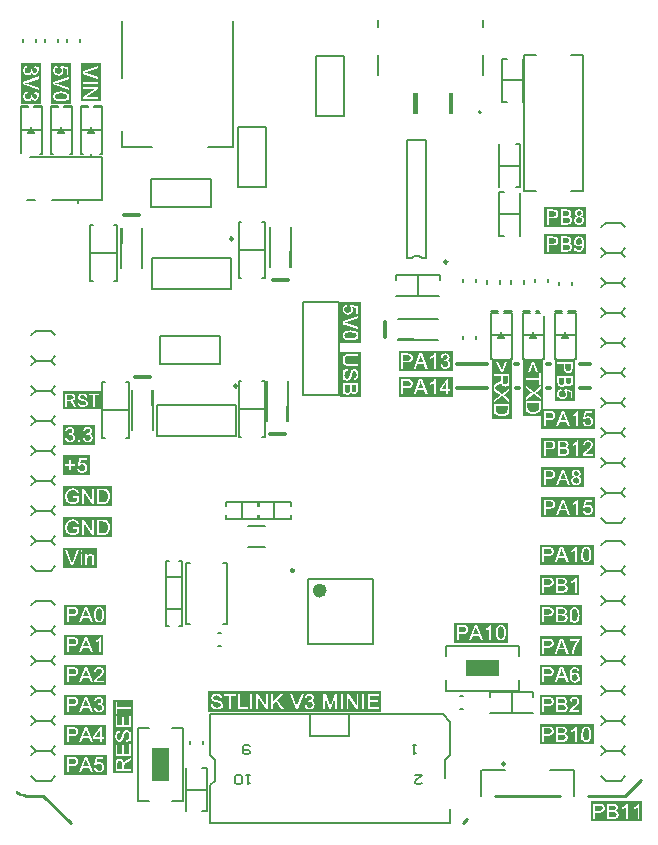
<source format=gbr>
G04*
G04 #@! TF.GenerationSoftware,Altium Limited,Altium Designer,24.2.2 (26)*
G04*
G04 Layer_Color=65535*
%FSLAX44Y44*%
%MOMM*%
G71*
G04*
G04 #@! TF.SameCoordinates,4540F394-007A-4255-9B34-8FA5F3C486F6*
G04*
G04*
G04 #@! TF.FilePolarity,Positive*
G04*
G01*
G75*
%ADD10C,0.2500*%
%ADD11C,0.2540*%
%ADD12C,0.6000*%
%ADD13C,0.2000*%
%ADD14C,0.1524*%
%ADD15C,0.1500*%
%ADD16C,0.1270*%
%ADD17C,0.3000*%
%ADD18C,0.3048*%
%ADD19C,0.2032*%
G36*
X132730Y39338D02*
X118730D01*
Y67338D01*
X132730D01*
Y39338D01*
D02*
G37*
G36*
X412782Y127620D02*
X384782D01*
Y141620D01*
X412782D01*
Y127620D01*
D02*
G37*
G36*
X343662Y603758D02*
X339852D01*
Y621792D01*
X343662D01*
Y603758D01*
D02*
G37*
G36*
X373888D02*
X369824D01*
Y621792D01*
X373888D01*
Y603758D01*
D02*
G37*
G36*
X476776Y360503D02*
X459740D01*
Y396240D01*
X476776D01*
Y360503D01*
D02*
G37*
G36*
X533346Y5080D02*
X490220D01*
Y21949D01*
X533346D01*
Y5080D01*
D02*
G37*
G36*
X492610Y70152D02*
X447040D01*
Y87243D01*
X492610D01*
Y70152D01*
D02*
G37*
G36*
X420220Y173301D02*
Y156210D01*
X374650D01*
Y173301D01*
X420220D01*
D02*
G37*
G36*
X102870Y45720D02*
X85612D01*
Y107640D01*
X102870D01*
Y45720D01*
D02*
G37*
G36*
X486513Y508000D02*
X450850D01*
Y525091D01*
X486513D01*
Y508000D01*
D02*
G37*
G36*
Y485140D02*
X450850D01*
Y502231D01*
X486513D01*
Y485140D01*
D02*
G37*
G36*
X76078Y353868D02*
X43180D01*
Y369125D01*
X76078D01*
Y353868D01*
D02*
G37*
G36*
X70511Y323850D02*
X43180D01*
Y340941D01*
X70511D01*
Y323850D01*
D02*
G37*
G36*
X65900Y297940D02*
X43180D01*
Y314809D01*
X65900D01*
Y297940D01*
D02*
G37*
G36*
X85065Y271641D02*
X43180D01*
Y288899D01*
X85065D01*
Y271641D01*
D02*
G37*
G36*
Y245342D02*
X43180D01*
Y262600D01*
X85065D01*
Y245342D01*
D02*
G37*
G36*
X71770Y219710D02*
X43180D01*
Y236523D01*
X71770D01*
Y219710D01*
D02*
G37*
G36*
X494109Y279420D02*
Y262328D01*
X448410D01*
Y279420D01*
X494109D01*
D02*
G37*
G36*
X484073Y304780D02*
Y287689D01*
X448410D01*
Y304780D01*
X484073D01*
D02*
G37*
G36*
X493887Y329473D02*
Y312605D01*
X448410D01*
Y329473D01*
X493887D01*
D02*
G37*
G36*
X449883Y354389D02*
X494109D01*
Y337298D01*
X448410D01*
Y347911D01*
X433070D01*
Y396240D01*
X449883D01*
Y354389D01*
D02*
G37*
G36*
X373211Y364490D02*
X327660D01*
Y381359D01*
X373211D01*
Y364490D01*
D02*
G37*
G36*
X373267Y386080D02*
X327660D01*
Y403171D01*
X373267D01*
Y386080D01*
D02*
G37*
G36*
X492610Y222250D02*
X447040D01*
Y239341D01*
X492610D01*
Y222250D01*
D02*
G37*
G36*
X480204Y196548D02*
X447040D01*
Y213417D01*
X480204D01*
Y196548D01*
D02*
G37*
G36*
X482648Y171125D02*
X447040D01*
Y188216D01*
X482648D01*
Y171125D01*
D02*
G37*
G36*
X482685Y144780D02*
X447040D01*
Y161593D01*
X482685D01*
Y144780D01*
D02*
G37*
G36*
Y120444D02*
X447040D01*
Y137535D01*
X482685D01*
Y120444D01*
D02*
G37*
G36*
X482555Y95409D02*
X447040D01*
Y112278D01*
X482555D01*
Y95409D01*
D02*
G37*
G36*
X80187Y44450D02*
X44450D01*
Y61486D01*
X80187D01*
Y44450D01*
D02*
G37*
G36*
X80039Y69850D02*
X44450D01*
Y86664D01*
X80039D01*
Y69850D01*
D02*
G37*
G36*
X80095Y95250D02*
X44450D01*
Y112341D01*
X80095D01*
Y95250D01*
D02*
G37*
G36*
X79965Y120650D02*
X44450D01*
Y137519D01*
X79965D01*
Y120650D01*
D02*
G37*
G36*
X77614Y146050D02*
X44450D01*
Y162919D01*
X77614D01*
Y146050D01*
D02*
G37*
G36*
X80058Y171450D02*
X44450D01*
Y188541D01*
X80058D01*
Y171450D01*
D02*
G37*
G36*
X423214Y345930D02*
X406400D01*
Y396240D01*
X423214D01*
Y345930D01*
D02*
G37*
G36*
X312911Y97790D02*
X166370D01*
Y115048D01*
X312911D01*
Y97790D01*
D02*
G37*
G36*
X295388Y364131D02*
X278130D01*
Y402590D01*
X295388D01*
Y364131D01*
D02*
G37*
G36*
X295221Y444500D02*
Y410225D01*
X278130D01*
Y444500D01*
X295221D01*
D02*
G37*
G36*
X50111Y646870D02*
Y612595D01*
X33020D01*
Y646870D01*
X50111D01*
D02*
G37*
G36*
X75233Y614540D02*
X58420D01*
Y646870D01*
X75233D01*
Y614540D01*
D02*
G37*
G36*
X24660Y646870D02*
Y612577D01*
X7569D01*
Y646870D01*
X24660D01*
D02*
G37*
%LPC*%
G36*
X474776Y394240D02*
X461962D01*
Y392537D01*
X467165D01*
Y389259D01*
X467184Y388778D01*
X467221Y388315D01*
X467276Y387907D01*
X467351Y387537D01*
X467425Y387185D01*
X467517Y386889D01*
X467628Y386611D01*
X467739Y386370D01*
X467832Y386167D01*
X467943Y385982D01*
X468036Y385834D01*
X468128Y385722D01*
X468184Y385630D01*
X468239Y385574D01*
X468276Y385537D01*
X468295Y385519D01*
X468517Y385334D01*
X468739Y385167D01*
X468961Y385037D01*
X469202Y384908D01*
X469443Y384796D01*
X469665Y384723D01*
X470091Y384593D01*
X470295Y384556D01*
X470480Y384519D01*
X470647Y384500D01*
X470776Y384482D01*
X470906Y384463D01*
X471054D01*
X471406Y384482D01*
X471739Y384519D01*
X472035Y384593D01*
X472295Y384648D01*
X472517Y384723D01*
X472683Y384796D01*
X472776Y384834D01*
X472813Y384852D01*
X473091Y385000D01*
X473331Y385185D01*
X473554Y385352D01*
X473720Y385519D01*
X473850Y385667D01*
X473961Y385778D01*
X474016Y385852D01*
X474035Y385889D01*
X474183Y386130D01*
X474313Y386408D01*
X474424Y386667D01*
X474516Y386907D01*
X474572Y387130D01*
X474609Y387296D01*
X474646Y387426D01*
Y387463D01*
X474683Y387741D01*
X474720Y388055D01*
X474739Y388389D01*
X474757Y388703D01*
X474776Y388981D01*
Y394240D01*
D02*
G37*
G36*
Y382371D02*
X461962D01*
Y377482D01*
X461981Y377038D01*
X461999Y376649D01*
X462036Y376297D01*
X462073Y376001D01*
X462110Y375760D01*
X462129Y375575D01*
X462166Y375464D01*
Y375427D01*
X462258Y375112D01*
X462351Y374853D01*
X462462Y374612D01*
X462573Y374409D01*
X462647Y374242D01*
X462721Y374113D01*
X462777Y374038D01*
X462795Y374020D01*
X462962Y373816D01*
X463166Y373631D01*
X463369Y373483D01*
X463555Y373335D01*
X463740Y373224D01*
X463869Y373150D01*
X463962Y373094D01*
X463999Y373075D01*
X464295Y372946D01*
X464592Y372853D01*
X464869Y372779D01*
X465129Y372742D01*
X465351Y372705D01*
X465536Y372687D01*
X461962D01*
X465684D01*
X466091Y372705D01*
X466462Y372779D01*
X466777Y372890D01*
X467073Y373002D01*
X467295Y373113D01*
X467462Y373224D01*
X467573Y373298D01*
X467610Y373316D01*
X467906Y373576D01*
X468147Y373853D01*
X468350Y374168D01*
X468517Y374446D01*
X468647Y374705D01*
X468721Y374927D01*
X468758Y375001D01*
X468776Y375057D01*
X468795Y375094D01*
Y375112D01*
X468980Y374798D01*
X469165Y374520D01*
X469369Y374298D01*
X469554Y374113D01*
X469702Y373964D01*
X469850Y373853D01*
X469924Y373798D01*
X469961Y373779D01*
X470239Y373631D01*
X470498Y373520D01*
X470758Y373427D01*
X470998Y373372D01*
X471202Y373335D01*
X471369Y373316D01*
X471461D01*
X471498D01*
X471813Y373335D01*
X472128Y373390D01*
X472406Y373483D01*
X472665Y373576D01*
X472887Y373668D01*
X473035Y373761D01*
X473146Y373816D01*
X473183Y373835D01*
X473461Y374038D01*
X473720Y374261D01*
X473924Y374501D01*
X474091Y374724D01*
X474220Y374909D01*
X474313Y375075D01*
X474368Y375186D01*
X474387Y375205D01*
Y375224D01*
X474516Y375575D01*
X474609Y375964D01*
X474683Y376353D01*
X474720Y376723D01*
X474757Y377057D01*
Y377205D01*
X474776Y377334D01*
Y374242D01*
Y382371D01*
D02*
G37*
G36*
X465314Y371002D02*
X465017Y370965D01*
X464740Y370909D01*
X464221Y370742D01*
X463777Y370539D01*
X463573Y370428D01*
X463406Y370317D01*
X463240Y370224D01*
X463092Y370113D01*
X462981Y370020D01*
X462888Y369928D01*
X462814Y369854D01*
X462740Y369817D01*
X462721Y369780D01*
X462703Y369761D01*
X462536Y369539D01*
X462388Y369317D01*
X462258Y369076D01*
X462147Y368835D01*
X461981Y368372D01*
X461870Y367909D01*
X461814Y367706D01*
X461796Y367502D01*
X461777Y367335D01*
X461758Y367187D01*
X461740Y367058D01*
Y362503D01*
D01*
Y366891D01*
X461758Y366502D01*
X461814Y366132D01*
X461888Y365780D01*
X461981Y365465D01*
X462110Y365169D01*
X462240Y364891D01*
X462370Y364632D01*
X462518Y364410D01*
X462666Y364206D01*
X462795Y364021D01*
X462944Y363873D01*
X463055Y363743D01*
X463147Y363651D01*
X463221Y363577D01*
X463277Y363540D01*
X463295Y363521D01*
X463536Y363336D01*
X463795Y363188D01*
X464036Y363040D01*
X464295Y362928D01*
X464795Y362743D01*
X465277Y362632D01*
X465480Y362595D01*
X465684Y362558D01*
X465851Y362540D01*
X465999Y362521D01*
X466128Y362503D01*
X466295D01*
X466628Y362521D01*
X466943Y362558D01*
X467258Y362614D01*
X467536Y362688D01*
X467795Y362780D01*
X468054Y362873D01*
X468276Y362984D01*
X468480Y363077D01*
X468665Y363188D01*
X468832Y363299D01*
X468961Y363391D01*
X469091Y363484D01*
X469184Y363558D01*
X469239Y363614D01*
X469276Y363651D01*
X469295Y363669D01*
X469498Y363891D01*
X469684Y364114D01*
X469832Y364354D01*
X469961Y364595D01*
X470091Y364836D01*
X470184Y365076D01*
X470313Y365521D01*
X470369Y365724D01*
X470406Y365910D01*
X470424Y366076D01*
X470443Y366224D01*
X470461Y366335D01*
Y366743D01*
X470424Y366965D01*
X470332Y367410D01*
X470202Y367817D01*
X470054Y368187D01*
X469906Y368483D01*
X469832Y368613D01*
X469776Y368724D01*
X469721Y368817D01*
X469684Y368872D01*
X469665Y368909D01*
X469647Y368928D01*
X473109Y368243D01*
Y363114D01*
X474609D01*
Y369483D01*
X468017Y370724D01*
X467813Y369243D01*
X468017Y369113D01*
X468184Y368946D01*
X468350Y368798D01*
X468480Y368650D01*
X468573Y368502D01*
X468665Y368391D01*
X468702Y368317D01*
X468721Y368298D01*
X468832Y368058D01*
X468924Y367817D01*
X468980Y367595D01*
X469035Y367372D01*
X469054Y367187D01*
X469073Y367039D01*
Y366687D01*
X469035Y366465D01*
X468943Y366076D01*
X468813Y365743D01*
X468684Y365447D01*
X468536Y365224D01*
X468406Y365058D01*
X468313Y364965D01*
X468295Y364928D01*
X468276D01*
X467962Y364669D01*
X467628Y364484D01*
X467276Y364354D01*
X466925Y364262D01*
X466628Y364206D01*
X466499Y364188D01*
X466388D01*
X466295Y364169D01*
X466221D01*
X466184D01*
X466166D01*
X465906D01*
X465666Y364206D01*
X465203Y364299D01*
X464814Y364428D01*
X464499Y364558D01*
X464240Y364706D01*
X464036Y364836D01*
X463980Y364891D01*
X463925Y364928D01*
X463906Y364947D01*
X463888Y364965D01*
X463740Y365113D01*
X463610Y365261D01*
X463388Y365595D01*
X463240Y365910D01*
X463147Y366224D01*
X463073Y366484D01*
X463055Y366706D01*
X463036Y366780D01*
Y366891D01*
X463055Y367243D01*
X463129Y367558D01*
X463221Y367835D01*
X463332Y368058D01*
X463443Y368261D01*
X463536Y368409D01*
X463610Y368483D01*
X463629Y368520D01*
X463888Y368743D01*
X464166Y368928D01*
X464481Y369076D01*
X464758Y369187D01*
X465036Y369261D01*
X465240Y369317D01*
X465332Y369335D01*
X465388Y369354D01*
X465425D01*
X465443D01*
X465314Y371002D01*
D02*
G37*
%LPD*%
G36*
X473257Y388870D02*
X473239Y388537D01*
X473220Y388259D01*
X473202Y388037D01*
X473165Y387889D01*
X473146Y387778D01*
X473128Y387704D01*
Y387685D01*
X473035Y387444D01*
X472924Y387241D01*
X472813Y387056D01*
X472683Y386889D01*
X472554Y386778D01*
X472461Y386685D01*
X472387Y386630D01*
X472369Y386611D01*
X472146Y386482D01*
X471924Y386370D01*
X471683Y386296D01*
X471480Y386259D01*
X471295Y386222D01*
X471128Y386204D01*
X471035D01*
X471017D01*
X470998D01*
X470609Y386241D01*
X470276Y386315D01*
X469980Y386426D01*
X469739Y386556D01*
X469554Y386685D01*
X469406Y386796D01*
X469332Y386870D01*
X469295Y386907D01*
X469184Y387037D01*
X469091Y387204D01*
X468943Y387556D01*
X468832Y387944D01*
X468758Y388333D01*
X468721Y388685D01*
X468702Y388833D01*
Y388963D01*
X468684Y389092D01*
Y392537D01*
X473257D01*
Y388870D01*
D02*
G37*
G36*
Y377631D02*
X473220Y377223D01*
X473202Y376908D01*
X473165Y376631D01*
X473128Y376427D01*
X473109Y376297D01*
X473072Y376205D01*
Y376186D01*
X472998Y375983D01*
X472887Y375798D01*
X472776Y375649D01*
X472665Y375520D01*
X472572Y375427D01*
X472480Y375353D01*
X472424Y375316D01*
X472406Y375298D01*
X472220Y375186D01*
X472035Y375112D01*
X471850Y375057D01*
X471665Y375020D01*
X471517Y375001D01*
X471406Y374983D01*
X471332D01*
X471295D01*
X471054Y375001D01*
X470832Y375038D01*
X470647Y375094D01*
X470498Y375149D01*
X470369Y375205D01*
X470258Y375261D01*
X470202Y375298D01*
X470184Y375316D01*
X470035Y375446D01*
X469887Y375612D01*
X469776Y375779D01*
X469702Y375927D01*
X469628Y376075D01*
X469572Y376186D01*
X469554Y376260D01*
X469535Y376297D01*
X469498Y376501D01*
X469461Y376760D01*
X469443Y377020D01*
X469424Y377279D01*
X469406Y377519D01*
Y380667D01*
X473257D01*
Y377631D01*
D02*
G37*
G36*
X467887Y377297D02*
X467850Y376908D01*
X467813Y376594D01*
X467776Y376334D01*
X467739Y376131D01*
X467702Y375964D01*
X467684Y375890D01*
X467665Y375853D01*
X467573Y375612D01*
X467462Y375409D01*
X467332Y375224D01*
X467202Y375075D01*
X467091Y374964D01*
X466999Y374890D01*
X466925Y374835D01*
X466906Y374816D01*
X466702Y374687D01*
X466499Y374594D01*
X466295Y374520D01*
X466110Y374483D01*
X465943Y374446D01*
X465795Y374427D01*
X465721D01*
X465684D01*
X465462Y374446D01*
X465240Y374464D01*
X465055Y374501D01*
X464906Y374557D01*
X464777Y374612D01*
X464666Y374649D01*
X464610Y374668D01*
X464592Y374687D01*
X464425Y374798D01*
X464277Y374890D01*
X464166Y375020D01*
X464055Y375112D01*
X463980Y375205D01*
X463925Y375279D01*
X463888Y375335D01*
X463869Y375353D01*
X463721Y375668D01*
X463610Y375983D01*
X463573Y376112D01*
X463555Y376223D01*
X463536Y376297D01*
Y376316D01*
X463518Y376464D01*
X463499Y376631D01*
X463481Y377020D01*
Y380667D01*
X467887D01*
Y377297D01*
D02*
G37*
%LPC*%
G36*
X531346Y19949D02*
X530327D01*
X530142Y19634D01*
X529938Y19338D01*
X529698Y19042D01*
X529475Y18783D01*
X529253Y18560D01*
X529086Y18375D01*
X529012Y18320D01*
X528957Y18264D01*
X528938Y18246D01*
X528920Y18227D01*
X528531Y17912D01*
X528142Y17616D01*
X527772Y17357D01*
X527402Y17153D01*
X527087Y16968D01*
X526957Y16894D01*
X526846Y16838D01*
X526754Y16783D01*
X526679Y16764D01*
X526642Y16727D01*
X526624D01*
Y16783D01*
Y16727D01*
Y7080D01*
Y15209D01*
X526902Y15320D01*
X527179Y15450D01*
X527457Y15579D01*
X527716Y15709D01*
X527938Y15820D01*
X528124Y15912D01*
X528235Y15986D01*
X528253Y16005D01*
X528272D01*
X528605Y16209D01*
X528901Y16412D01*
X529161Y16597D01*
X529364Y16764D01*
X529549Y16894D01*
X529661Y17005D01*
X529753Y17079D01*
X529772Y17098D01*
Y7080D01*
X531346D01*
Y19949D01*
D02*
G37*
G36*
X521384D02*
X516662D01*
X520365D01*
X520180Y19634D01*
X519976Y19338D01*
X519736Y19042D01*
X519514Y18783D01*
X519291Y18560D01*
X519125Y18375D01*
X519050Y18320D01*
X518995Y18264D01*
X518977Y18246D01*
X518958Y18227D01*
X518569Y17912D01*
X518180Y17616D01*
X517810Y17357D01*
X517440Y17153D01*
X517125Y16968D01*
X516995Y16894D01*
X516884Y16838D01*
X516791Y16783D01*
X516717Y16764D01*
X516680Y16727D01*
X516662D01*
Y16764D01*
Y16727D01*
Y7080D01*
Y15209D01*
X516940Y15320D01*
X517217Y15450D01*
X517495Y15579D01*
X517754Y15709D01*
X517977Y15820D01*
X518162Y15912D01*
X518273Y15986D01*
X518291Y16005D01*
X518310D01*
X518643Y16209D01*
X518939Y16412D01*
X519199Y16597D01*
X519402Y16764D01*
X519588Y16894D01*
X519699Y17005D01*
X519791Y17079D01*
X519810Y17098D01*
Y7080D01*
X521384D01*
Y19949D01*
D02*
G37*
G36*
X509126Y19893D02*
X504089D01*
Y7080D01*
X513773D01*
X508978D01*
X509422Y7099D01*
X509811Y7117D01*
X510163Y7154D01*
X510459Y7191D01*
X510700Y7228D01*
X510885Y7247D01*
X510996Y7284D01*
X511033D01*
X511348Y7376D01*
X511607Y7469D01*
X511848Y7580D01*
X512051Y7691D01*
X512218Y7765D01*
X512347Y7839D01*
X512422Y7895D01*
X512440Y7913D01*
X512644Y8080D01*
X512829Y8284D01*
X512977Y8487D01*
X513125Y8672D01*
X513236Y8858D01*
X513310Y8987D01*
X513366Y9080D01*
X513385Y9117D01*
X513514Y9413D01*
X513607Y9709D01*
X513681Y9987D01*
X513718Y10246D01*
X513755Y10468D01*
X513773Y10654D01*
Y10802D01*
X513755Y11209D01*
X513681Y11580D01*
X513570Y11894D01*
X513459Y12191D01*
X513347Y12413D01*
X513236Y12579D01*
X513162Y12691D01*
X513144Y12728D01*
X512884Y13024D01*
X512607Y13264D01*
X512292Y13468D01*
X512014Y13635D01*
X511755Y13764D01*
X511533Y13839D01*
X511459Y13876D01*
X511403Y13894D01*
X511366Y13913D01*
X511348D01*
X511662Y14098D01*
X511940Y14283D01*
X512162Y14487D01*
X512347Y14672D01*
X512496Y14820D01*
X512607Y14968D01*
X512662Y15042D01*
X512681Y15079D01*
X512829Y15357D01*
X512940Y15616D01*
X513033Y15875D01*
X513088Y16116D01*
X513125Y16320D01*
X513144Y16486D01*
Y16579D01*
Y16616D01*
X513125Y16931D01*
X513070Y17246D01*
X512977Y17523D01*
X512884Y17783D01*
X512792Y18005D01*
X512699Y18153D01*
X512644Y18264D01*
X512625Y18301D01*
X512422Y18579D01*
X512199Y18838D01*
X511959Y19042D01*
X511736Y19208D01*
X511551Y19338D01*
X511385Y19431D01*
X511274Y19486D01*
X511255Y19505D01*
X511236D01*
X510885Y19634D01*
X510496Y19727D01*
X510107Y19801D01*
X509737Y19838D01*
X509403Y19875D01*
X509255D01*
X509126Y19893D01*
D02*
G37*
G36*
X501997D02*
X492220D01*
Y7080D01*
X501997D01*
X493923D01*
Y12283D01*
X497201D01*
X497682Y12302D01*
X498145Y12339D01*
X498553Y12394D01*
X498923Y12468D01*
X499275Y12542D01*
X499571Y12635D01*
X499849Y12746D01*
X500090Y12857D01*
X500293Y12950D01*
X500478Y13061D01*
X500626Y13153D01*
X500738Y13246D01*
X500830Y13302D01*
X500886Y13357D01*
X500923Y13394D01*
X500941Y13413D01*
X501127Y13635D01*
X501293Y13857D01*
X501423Y14079D01*
X501552Y14320D01*
X501664Y14561D01*
X501738Y14783D01*
X501867Y15209D01*
X501904Y15412D01*
X501941Y15598D01*
X501960Y15764D01*
X501978Y15894D01*
X501997Y16023D01*
Y16172D01*
X501978Y16523D01*
X501941Y16857D01*
X501867Y17153D01*
X501812Y17412D01*
X501738Y17635D01*
X501664Y17801D01*
X501626Y17894D01*
X501608Y17931D01*
X501460Y18209D01*
X501275Y18449D01*
X501108Y18671D01*
X500941Y18838D01*
X500793Y18968D01*
X500682Y19079D01*
X500608Y19134D01*
X500571Y19153D01*
X500330Y19301D01*
X500052Y19431D01*
X499793Y19542D01*
X499553Y19634D01*
X499330Y19690D01*
X499164Y19727D01*
X499034Y19764D01*
X498997D01*
X498719Y19801D01*
X498405Y19838D01*
X498071Y19856D01*
X497757Y19875D01*
X497479Y19893D01*
X501997D01*
D02*
G37*
%LPD*%
G36*
X509237Y18338D02*
X509552Y18320D01*
X509829Y18283D01*
X510033Y18246D01*
X510163Y18227D01*
X510255Y18190D01*
X510274D01*
X510477Y18116D01*
X510662Y18005D01*
X510811Y17894D01*
X510940Y17783D01*
X511033Y17690D01*
X511107Y17597D01*
X511144Y17542D01*
X511162Y17523D01*
X511274Y17338D01*
X511348Y17153D01*
X511403Y16968D01*
X511440Y16783D01*
X511459Y16635D01*
X511477Y16523D01*
Y16449D01*
Y16412D01*
X511459Y16172D01*
X511422Y15949D01*
X511366Y15764D01*
X511311Y15616D01*
X511255Y15487D01*
X511199Y15375D01*
X511162Y15320D01*
X511144Y15301D01*
X511014Y15153D01*
X510848Y15005D01*
X510681Y14894D01*
X510533Y14820D01*
X510385Y14746D01*
X510274Y14690D01*
X510200Y14672D01*
X510163Y14653D01*
X509959Y14616D01*
X509700Y14579D01*
X509440Y14561D01*
X509181Y14542D01*
X508941Y14524D01*
X505793D01*
Y18375D01*
X508829D01*
X509237Y18338D01*
D02*
G37*
G36*
X509552Y12968D02*
X509866Y12931D01*
X510126Y12894D01*
X510329Y12857D01*
X510496Y12820D01*
X510570Y12802D01*
X510607Y12783D01*
X510848Y12691D01*
X511051Y12579D01*
X511236Y12450D01*
X511385Y12320D01*
X511496Y12209D01*
X511570Y12117D01*
X511625Y12042D01*
X511644Y12024D01*
X511773Y11820D01*
X511866Y11617D01*
X511940Y11413D01*
X511977Y11228D01*
X512014Y11061D01*
X512033Y10913D01*
Y10839D01*
Y10802D01*
X512014Y10580D01*
X511996Y10357D01*
X511959Y10172D01*
X511903Y10024D01*
X511848Y9894D01*
X511811Y9783D01*
X511792Y9728D01*
X511773Y9709D01*
X511662Y9543D01*
X511570Y9395D01*
X511440Y9283D01*
X511348Y9172D01*
X511255Y9098D01*
X511181Y9043D01*
X511125Y9006D01*
X511107Y8987D01*
X510792Y8839D01*
X510477Y8728D01*
X510348Y8691D01*
X510237Y8672D01*
X510163Y8654D01*
X510144D01*
X509996Y8635D01*
X509829Y8617D01*
X509440Y8598D01*
X505793D01*
Y13005D01*
X509163D01*
X509552Y12968D01*
D02*
G37*
G36*
X497923Y18357D02*
X498201Y18338D01*
X498423Y18320D01*
X498571Y18283D01*
X498682Y18264D01*
X498756Y18246D01*
X498775D01*
X499016Y18153D01*
X499219Y18042D01*
X499404Y17931D01*
X499571Y17801D01*
X499682Y17672D01*
X499775Y17579D01*
X499830Y17505D01*
X499849Y17486D01*
X499978Y17264D01*
X500090Y17042D01*
X500164Y16801D01*
X500201Y16597D01*
X500238Y16412D01*
X500256Y16246D01*
Y16153D01*
Y16135D01*
Y16116D01*
X500219Y15727D01*
X500145Y15394D01*
X500034Y15098D01*
X499904Y14857D01*
X499775Y14672D01*
X499664Y14524D01*
X499590Y14450D01*
X499553Y14413D01*
X499423Y14302D01*
X499256Y14209D01*
X498904Y14061D01*
X498516Y13950D01*
X498127Y13876D01*
X497775Y13839D01*
X497627Y13820D01*
X497497D01*
X497368Y13801D01*
X493923D01*
Y18375D01*
X497590D01*
X497923Y18357D01*
D02*
G37*
%LPC*%
G36*
X490610Y85243D02*
X482240D01*
D01*
X486425D01*
X485925Y85206D01*
X485462Y85132D01*
X485073Y85002D01*
X484740Y84872D01*
X484462Y84724D01*
X484351Y84669D01*
X484259Y84595D01*
X484184Y84558D01*
X484129Y84521D01*
X484110Y84484D01*
X484092D01*
X483759Y84187D01*
X483481Y83835D01*
X483240Y83484D01*
X483055Y83150D01*
X482907Y82836D01*
X482833Y82706D01*
X482796Y82576D01*
X482759Y82484D01*
X482722Y82410D01*
X482703Y82373D01*
Y82354D01*
X482629Y82076D01*
X482555Y81799D01*
X482444Y81188D01*
X482351Y80577D01*
X482296Y80003D01*
X482277Y79725D01*
X482259Y79484D01*
Y79262D01*
X482240Y79058D01*
Y79095D01*
Y79058D01*
Y72151D01*
Y78688D01*
X482259Y78040D01*
X482296Y77429D01*
X482351Y76873D01*
X482444Y76355D01*
X482537Y75873D01*
X482648Y75448D01*
X482759Y75059D01*
X482870Y74725D01*
X482981Y74429D01*
X483111Y74170D01*
X483203Y73948D01*
X483296Y73781D01*
X483388Y73633D01*
X483444Y73540D01*
X483481Y73485D01*
X483499Y73466D01*
X483703Y73244D01*
X483925Y73040D01*
X484166Y72855D01*
X484407Y72707D01*
X484647Y72577D01*
X484888Y72466D01*
X485129Y72392D01*
X485351Y72318D01*
X485573Y72263D01*
X485777Y72226D01*
X485962Y72189D01*
X486110Y72170D01*
X486240Y72151D01*
X486425D01*
X486925Y72189D01*
X487388Y72263D01*
X487777Y72392D01*
X488110Y72522D01*
X488388Y72652D01*
X488480Y72726D01*
X488573Y72781D01*
X488647Y72818D01*
X488703Y72855D01*
X488721Y72892D01*
X488740D01*
X489073Y73207D01*
X489351Y73540D01*
X489591Y73911D01*
X489776Y74244D01*
X489925Y74559D01*
X489999Y74688D01*
X490036Y74818D01*
X490073Y74910D01*
X490110Y74985D01*
X490128Y75022D01*
Y75040D01*
X490221Y75318D01*
X490295Y75596D01*
X490406Y76188D01*
X490499Y76799D01*
X490554Y77392D01*
X490573Y77651D01*
X490591Y77892D01*
Y78114D01*
X490610Y78318D01*
Y79040D01*
X490591Y79373D01*
Y79669D01*
X490573Y79966D01*
X490536Y80225D01*
X490517Y80484D01*
X490499Y80706D01*
X490462Y80910D01*
X490443Y81095D01*
X490406Y81262D01*
X490388Y81391D01*
X490369Y81502D01*
X490350Y81595D01*
X490332Y81651D01*
X490313Y81688D01*
Y81706D01*
X490202Y82114D01*
X490073Y82484D01*
X489925Y82799D01*
X489813Y83076D01*
X489684Y83317D01*
X489610Y83484D01*
X489536Y83576D01*
X489517Y83613D01*
X489314Y83891D01*
X489110Y84132D01*
X488888Y84335D01*
X488684Y84521D01*
X488499Y84650D01*
X488351Y84743D01*
X488258Y84798D01*
X488240Y84817D01*
X488221D01*
X487925Y84965D01*
X487610Y85058D01*
X487314Y85132D01*
X487036Y85187D01*
X486795Y85224D01*
X486592Y85243D01*
X490610D01*
D02*
G37*
G36*
X478204D02*
X473482D01*
X477185D01*
X477000Y84928D01*
X476796Y84632D01*
X476556Y84335D01*
X476334Y84076D01*
X476111Y83854D01*
X475945Y83669D01*
X475871Y83613D01*
X475815Y83558D01*
X475797Y83539D01*
X475778Y83521D01*
X475389Y83206D01*
X475000Y82910D01*
X474630Y82650D01*
X474260Y82447D01*
X473945Y82262D01*
X473815Y82188D01*
X473704Y82132D01*
X473611Y82076D01*
X473537Y82058D01*
X473500Y82021D01*
X473482D01*
Y82076D01*
Y72374D01*
Y80503D01*
X473760Y80614D01*
X474037Y80743D01*
X474315Y80873D01*
X474574Y81003D01*
X474797Y81114D01*
X474982Y81206D01*
X475093Y81280D01*
X475111Y81299D01*
X475130D01*
X475463Y81502D01*
X475759Y81706D01*
X476019Y81891D01*
X476222Y82058D01*
X476408Y82188D01*
X476519Y82299D01*
X476611Y82373D01*
X476630Y82391D01*
Y72374D01*
X478204D01*
Y85243D01*
D02*
G37*
G36*
X470593Y85187D02*
X460909D01*
Y72374D01*
X465798D01*
X466242Y72392D01*
X466631Y72411D01*
X466983Y72448D01*
X467279Y72485D01*
X467520Y72522D01*
X467705Y72540D01*
X467816Y72577D01*
X467853D01*
X468168Y72670D01*
X468427Y72763D01*
X468668Y72874D01*
X468871Y72985D01*
X469038Y73059D01*
X469168Y73133D01*
X469242Y73189D01*
X469260Y73207D01*
X469464Y73374D01*
X469649Y73577D01*
X469797Y73781D01*
X469945Y73966D01*
X470056Y74151D01*
X470130Y74281D01*
X470186Y74373D01*
X470205Y74411D01*
X470334Y74707D01*
X470427Y75003D01*
X470501Y75281D01*
X470538Y75540D01*
X470575Y75762D01*
X470593Y75947D01*
Y76096D01*
X470575Y76503D01*
X470501Y76873D01*
X470390Y77188D01*
X470279Y77484D01*
X470167Y77706D01*
X470056Y77873D01*
X469982Y77984D01*
X469964Y78021D01*
X469705Y78318D01*
X469427Y78558D01*
X469112Y78762D01*
X468834Y78929D01*
X468575Y79058D01*
X468353Y79132D01*
X468279Y79169D01*
X468223Y79188D01*
X468186Y79206D01*
X468168D01*
X468482Y79391D01*
X468760Y79577D01*
X468982Y79780D01*
X469168Y79966D01*
X469316Y80114D01*
X469427Y80262D01*
X469482Y80336D01*
X469501Y80373D01*
X469649Y80651D01*
X469760Y80910D01*
X469853Y81169D01*
X469908Y81410D01*
X469945Y81614D01*
X469964Y81780D01*
Y81873D01*
Y81910D01*
X469945Y82225D01*
X469890Y82539D01*
X469797Y82817D01*
X469705Y83076D01*
X469612Y83299D01*
X469519Y83447D01*
X469464Y83558D01*
X469445Y83595D01*
X469242Y83873D01*
X469019Y84132D01*
X468779Y84335D01*
X468557Y84502D01*
X468371Y84632D01*
X468205Y84724D01*
X468094Y84780D01*
X468075Y84798D01*
X468056D01*
X467705Y84928D01*
X467316Y85021D01*
X466927Y85095D01*
X466557Y85132D01*
X466223Y85169D01*
X466075D01*
X465946Y85187D01*
X470593D01*
D01*
D02*
G37*
G36*
X458817D02*
X449040D01*
Y72374D01*
X450743D01*
Y77577D01*
X454021D01*
X454502Y77595D01*
X454965Y77632D01*
X455373Y77688D01*
X455743Y77762D01*
X456095Y77836D01*
X456391Y77929D01*
X456669Y78040D01*
X456910Y78151D01*
X457113Y78243D01*
X457298Y78355D01*
X457447Y78447D01*
X457558Y78540D01*
X457650Y78595D01*
X457706Y78651D01*
X457743Y78688D01*
X457761Y78706D01*
X457947Y78929D01*
X458113Y79151D01*
X458243Y79373D01*
X458372Y79614D01*
X458484Y79854D01*
X458558Y80077D01*
X458687Y80503D01*
X458724Y80706D01*
X458761Y80891D01*
X458780Y81058D01*
X458798Y81188D01*
X458817Y81317D01*
Y81465D01*
X458798Y81817D01*
X458761Y82150D01*
X458687Y82447D01*
X458632Y82706D01*
X458558Y82928D01*
X458484Y83095D01*
X458446Y83187D01*
X458428Y83224D01*
X458280Y83502D01*
X458095Y83743D01*
X457928Y83965D01*
X457761Y84132D01*
X457613Y84261D01*
X457502Y84373D01*
X457428Y84428D01*
X457391Y84447D01*
X457150Y84595D01*
X456872Y84724D01*
X456613Y84835D01*
X456373Y84928D01*
X456150Y84984D01*
X455984Y85021D01*
X455854Y85058D01*
X455817D01*
X455539Y85095D01*
X455224Y85132D01*
X454891Y85150D01*
X454576Y85169D01*
X454299Y85187D01*
X458817D01*
D01*
D02*
G37*
%LPD*%
G36*
X486610Y83928D02*
X486814Y83910D01*
X486999Y83854D01*
X487166Y83780D01*
X487481Y83613D01*
X487758Y83428D01*
X487962Y83224D01*
X488129Y83058D01*
X488184Y82984D01*
X488221Y82928D01*
X488258Y82910D01*
Y82891D01*
X488388Y82669D01*
X488499Y82410D01*
X488610Y82114D01*
X488684Y81799D01*
X488758Y81465D01*
X488814Y81114D01*
X488906Y80410D01*
X488943Y80058D01*
X488962Y79743D01*
X488980Y79447D01*
Y79206D01*
X488999Y78984D01*
Y78818D01*
Y78725D01*
Y78706D01*
Y78688D01*
Y78114D01*
X488962Y77595D01*
X488925Y77133D01*
X488888Y76688D01*
X488832Y76318D01*
X488758Y75966D01*
X488684Y75670D01*
X488629Y75392D01*
X488554Y75170D01*
X488480Y74985D01*
X488425Y74818D01*
X488351Y74688D01*
X488314Y74596D01*
X488277Y74540D01*
X488240Y74503D01*
Y74485D01*
X488092Y74300D01*
X487943Y74151D01*
X487795Y74003D01*
X487647Y73892D01*
X487332Y73707D01*
X487055Y73577D01*
X486795Y73503D01*
X486610Y73466D01*
X486536Y73448D01*
X486425D01*
X486221Y73466D01*
X486036Y73485D01*
X485684Y73614D01*
X485370Y73781D01*
X485092Y73966D01*
X484888Y74151D01*
X484721Y74318D01*
X484629Y74448D01*
X484592Y74466D01*
Y74485D01*
X484462Y74707D01*
X484351Y74966D01*
X484240Y75262D01*
X484166Y75577D01*
X484092Y75910D01*
X484036Y76262D01*
X483944Y76984D01*
X483907Y77318D01*
X483888Y77632D01*
X483870Y77929D01*
Y78169D01*
X483851Y78392D01*
Y78558D01*
Y78651D01*
Y78688D01*
X483870Y79262D01*
X483888Y79780D01*
X483925Y80262D01*
X483981Y80706D01*
X484036Y81095D01*
X484110Y81447D01*
X484184Y81762D01*
X484259Y82039D01*
X484333Y82280D01*
X484388Y82484D01*
X484462Y82650D01*
X484518Y82799D01*
X484573Y82891D01*
X484610Y82965D01*
X484647Y83002D01*
Y83021D01*
X484777Y83187D01*
X484907Y83336D01*
X485055Y83447D01*
X485203Y83558D01*
X485499Y83724D01*
X485777Y83835D01*
X486018Y83891D01*
X486221Y83928D01*
X486295Y83947D01*
X486407D01*
X486610Y83928D01*
D02*
G37*
G36*
X466057Y83632D02*
X466371Y83613D01*
X466649Y83576D01*
X466853Y83539D01*
X466983Y83521D01*
X467075Y83484D01*
X467094D01*
X467297Y83410D01*
X467482Y83299D01*
X467631Y83187D01*
X467760Y83076D01*
X467853Y82984D01*
X467927Y82891D01*
X467964Y82836D01*
X467982Y82817D01*
X468094Y82632D01*
X468168Y82447D01*
X468223Y82262D01*
X468260Y82076D01*
X468279Y81928D01*
X468297Y81817D01*
Y81743D01*
Y81706D01*
X468279Y81465D01*
X468242Y81243D01*
X468186Y81058D01*
X468131Y80910D01*
X468075Y80780D01*
X468019Y80669D01*
X467982Y80614D01*
X467964Y80595D01*
X467834Y80447D01*
X467668Y80299D01*
X467501Y80188D01*
X467353Y80114D01*
X467205Y80040D01*
X467094Y79984D01*
X467020Y79966D01*
X466983Y79947D01*
X466779Y79910D01*
X466520Y79873D01*
X466260Y79854D01*
X466001Y79836D01*
X465760Y79817D01*
X462613D01*
Y83669D01*
X465649D01*
X466057Y83632D01*
D02*
G37*
G36*
X466371Y78262D02*
X466686Y78225D01*
X466945Y78188D01*
X467149Y78151D01*
X467316Y78114D01*
X467390Y78095D01*
X467427Y78077D01*
X467668Y77984D01*
X467871Y77873D01*
X468056Y77744D01*
X468205Y77614D01*
X468316Y77503D01*
X468390Y77410D01*
X468445Y77336D01*
X468464Y77318D01*
X468593Y77114D01*
X468686Y76910D01*
X468760Y76707D01*
X468797Y76522D01*
X468834Y76355D01*
X468853Y76207D01*
Y76133D01*
Y76096D01*
X468834Y75873D01*
X468816Y75651D01*
X468779Y75466D01*
X468723Y75318D01*
X468668Y75188D01*
X468631Y75077D01*
X468612Y75022D01*
X468593Y75003D01*
X468482Y74837D01*
X468390Y74688D01*
X468260Y74577D01*
X468168Y74466D01*
X468075Y74392D01*
X468001Y74337D01*
X467945Y74300D01*
X467927Y74281D01*
X467612Y74133D01*
X467297Y74022D01*
X467168Y73985D01*
X467057Y73966D01*
X466983Y73948D01*
X466964D01*
X466816Y73929D01*
X466649Y73911D01*
X466260Y73892D01*
X462613D01*
Y78299D01*
X465983D01*
X466371Y78262D01*
D02*
G37*
G36*
X454743Y83650D02*
X455021Y83632D01*
X455243Y83613D01*
X455391Y83576D01*
X455502Y83558D01*
X455576Y83539D01*
X455595D01*
X455836Y83447D01*
X456039Y83336D01*
X456224Y83224D01*
X456391Y83095D01*
X456502Y82965D01*
X456595Y82873D01*
X456650Y82799D01*
X456669Y82780D01*
X456799Y82558D01*
X456910Y82336D01*
X456984Y82095D01*
X457021Y81891D01*
X457058Y81706D01*
X457076Y81539D01*
Y81447D01*
Y81428D01*
Y81410D01*
X457039Y81021D01*
X456965Y80688D01*
X456854Y80391D01*
X456724Y80151D01*
X456595Y79966D01*
X456484Y79817D01*
X456410Y79743D01*
X456373Y79706D01*
X456243Y79595D01*
X456076Y79503D01*
X455724Y79355D01*
X455336Y79243D01*
X454947Y79169D01*
X454595Y79132D01*
X454447Y79114D01*
X454317D01*
X454188Y79095D01*
X450743D01*
Y83669D01*
X454410D01*
X454743Y83650D01*
D02*
G37*
%LPC*%
G36*
X418220Y171301D02*
X409850D01*
D01*
X414035D01*
X413535Y171264D01*
X413072Y171190D01*
X412683Y171061D01*
X412350Y170931D01*
X412072Y170783D01*
X411961Y170727D01*
X411869Y170653D01*
X411795Y170616D01*
X411739Y170579D01*
X411720Y170542D01*
X411702D01*
X411369Y170246D01*
X411091Y169894D01*
X410850Y169542D01*
X410665Y169209D01*
X410517Y168894D01*
X410443Y168764D01*
X410406Y168635D01*
X410369Y168542D01*
X410332Y168468D01*
X410313Y168431D01*
Y168413D01*
X410239Y168135D01*
X410165Y167857D01*
X410054Y167246D01*
X409961Y166635D01*
X409906Y166061D01*
X409887Y165783D01*
X409869Y165543D01*
Y165320D01*
X409850Y165117D01*
Y165431D01*
Y164746D01*
X409869Y164098D01*
X409906Y163487D01*
X409961Y162932D01*
X410054Y162413D01*
X410146Y161932D01*
X410258Y161506D01*
X410369Y161117D01*
X410480Y160784D01*
X410591Y160487D01*
X410720Y160228D01*
X410813Y160006D01*
X410906Y159839D01*
X410998Y159691D01*
X411054Y159599D01*
X411091Y159543D01*
X411109Y159525D01*
X411313Y159303D01*
X411535Y159099D01*
X411776Y158914D01*
X412017Y158765D01*
X412257Y158636D01*
X412498Y158525D01*
X412739Y158451D01*
X412961Y158377D01*
X413183Y158321D01*
X413387Y158284D01*
X413572Y158247D01*
X413720Y158229D01*
X413850Y158210D01*
X414035D01*
X414535Y158247D01*
X414998Y158321D01*
X415387Y158451D01*
X415720Y158580D01*
X415998Y158710D01*
X416090Y158784D01*
X416183Y158840D01*
X416257Y158877D01*
X416313Y158914D01*
X416331Y158951D01*
X416350D01*
X416683Y159265D01*
X416961Y159599D01*
X417201Y159969D01*
X417387Y160302D01*
X417535Y160617D01*
X417609Y160747D01*
X417646Y160876D01*
X417683Y160969D01*
X417720Y161043D01*
X417738Y161080D01*
Y161099D01*
X417831Y161376D01*
X417905Y161654D01*
X418016Y162247D01*
X418109Y162858D01*
X418164Y163450D01*
X418183Y163709D01*
X418201Y163950D01*
Y164172D01*
X418220Y164376D01*
Y165098D01*
X418201Y165431D01*
Y165728D01*
X418183Y166024D01*
X418146Y166283D01*
X418127Y166542D01*
X418109Y166765D01*
X418072Y166968D01*
X418053Y167153D01*
X418016Y167320D01*
X417998Y167450D01*
X417979Y167561D01*
X417961Y167654D01*
X417942Y167709D01*
X417924Y167746D01*
Y167765D01*
X417812Y168172D01*
X417683Y168542D01*
X417535Y168857D01*
X417424Y169135D01*
X417294Y169375D01*
X417220Y169542D01*
X417146Y169635D01*
X417127Y169672D01*
X416924Y169949D01*
X416720Y170190D01*
X416498Y170394D01*
X416294Y170579D01*
X416109Y170709D01*
X415961Y170801D01*
X415868Y170857D01*
X415850Y170875D01*
X415831D01*
X415535Y171024D01*
X415220Y171116D01*
X414924Y171190D01*
X414646Y171246D01*
X414405Y171283D01*
X414202Y171301D01*
X418220D01*
D02*
G37*
G36*
X405814D02*
X401092D01*
Y166561D01*
X401370Y166672D01*
X401647Y166802D01*
X401925Y166931D01*
X402184Y167061D01*
X402407Y167172D01*
X402592Y167265D01*
X402703Y167339D01*
X402721Y167357D01*
X402740D01*
X403073Y167561D01*
X403369Y167765D01*
X403629Y167950D01*
X403832Y168116D01*
X404017Y168246D01*
X404129Y168357D01*
X404221Y168431D01*
X404240Y168450D01*
Y158432D01*
X405814D01*
Y171301D01*
D02*
G37*
G36*
X399166Y171246D02*
X387186D01*
D01*
X392074D01*
X387186Y158432D01*
X388982D01*
X390371Y162321D01*
X395741D01*
X397240Y158432D01*
X399166D01*
X393926Y171246D01*
X399166D01*
D01*
D02*
G37*
G36*
X386427D02*
X376650D01*
Y158432D01*
X378354D01*
Y163635D01*
X381631D01*
X382112Y163654D01*
X382575Y163691D01*
X382983Y163746D01*
X383353Y163820D01*
X383705Y163895D01*
X384001Y163987D01*
X384279Y164098D01*
X384520Y164209D01*
X384723Y164302D01*
X384908Y164413D01*
X385056Y164506D01*
X385168Y164598D01*
X385260Y164654D01*
X385316Y164709D01*
X385353Y164746D01*
X385371Y164765D01*
X385556Y164987D01*
X385723Y165209D01*
X385853Y165431D01*
X385982Y165672D01*
X386093Y165913D01*
X386167Y166135D01*
X386297Y166561D01*
X386334Y166765D01*
X386371Y166950D01*
X386390Y167117D01*
X386408Y167246D01*
X386427Y167376D01*
Y167598D01*
Y167524D01*
X386408Y167876D01*
X386371Y168209D01*
X386297Y168505D01*
X386242Y168764D01*
X386167Y168987D01*
X386093Y169153D01*
X386056Y169246D01*
X386038Y169283D01*
X385890Y169561D01*
X385705Y169801D01*
X385538Y170024D01*
X385371Y170190D01*
X385223Y170320D01*
X385112Y170431D01*
X385038Y170487D01*
X385001Y170505D01*
X384760Y170653D01*
X384482Y170783D01*
X384223Y170894D01*
X383983Y170986D01*
X383760Y171042D01*
X383594Y171079D01*
X383464Y171116D01*
X383427D01*
X383149Y171153D01*
X382835Y171190D01*
X382501Y171209D01*
X382187Y171227D01*
X381909Y171246D01*
X386427D01*
D01*
D02*
G37*
%LPD*%
G36*
X414220Y169987D02*
X414424Y169968D01*
X414609Y169912D01*
X414776Y169838D01*
X415090Y169672D01*
X415368Y169487D01*
X415572Y169283D01*
X415738Y169116D01*
X415794Y169042D01*
X415831Y168987D01*
X415868Y168968D01*
Y168950D01*
X415998Y168727D01*
X416109Y168468D01*
X416220Y168172D01*
X416294Y167857D01*
X416368Y167524D01*
X416424Y167172D01*
X416516Y166468D01*
X416553Y166117D01*
X416572Y165802D01*
X416590Y165506D01*
Y165265D01*
X416609Y165043D01*
Y164876D01*
Y164783D01*
Y164765D01*
Y164746D01*
Y164172D01*
X416572Y163654D01*
X416535Y163191D01*
X416498Y162747D01*
X416442Y162376D01*
X416368Y162024D01*
X416294Y161728D01*
X416239Y161450D01*
X416164Y161228D01*
X416090Y161043D01*
X416035Y160876D01*
X415961Y160747D01*
X415924Y160654D01*
X415887Y160599D01*
X415850Y160562D01*
Y160543D01*
X415701Y160358D01*
X415553Y160210D01*
X415405Y160062D01*
X415257Y159951D01*
X414942Y159765D01*
X414665Y159636D01*
X414405Y159562D01*
X414220Y159525D01*
X414146Y159506D01*
X414035D01*
X413831Y159525D01*
X413646Y159543D01*
X413294Y159673D01*
X412980Y159839D01*
X412702Y160025D01*
X412498Y160210D01*
X412332Y160376D01*
X412239Y160506D01*
X412202Y160525D01*
Y160543D01*
X412072Y160765D01*
X411961Y161024D01*
X411850Y161321D01*
X411776Y161636D01*
X411702Y161969D01*
X411646Y162321D01*
X411554Y163043D01*
X411517Y163376D01*
X411498Y163691D01*
X411480Y163987D01*
Y164228D01*
X411461Y164450D01*
Y164617D01*
Y164709D01*
Y164746D01*
X411480Y165320D01*
X411498Y165839D01*
X411535Y166320D01*
X411591Y166765D01*
X411646Y167153D01*
X411720Y167505D01*
X411795Y167820D01*
X411869Y168098D01*
X411943Y168339D01*
X411998Y168542D01*
X412072Y168709D01*
X412128Y168857D01*
X412183Y168950D01*
X412220Y169024D01*
X412257Y169061D01*
Y169079D01*
X412387Y169246D01*
X412517Y169394D01*
X412665Y169505D01*
X412813Y169616D01*
X413109Y169783D01*
X413387Y169894D01*
X413628Y169949D01*
X413831Y169987D01*
X413905Y170005D01*
X414016D01*
X414220Y169987D01*
D02*
G37*
G36*
X404610Y170986D02*
X404406Y170690D01*
X404166Y170394D01*
X403943Y170135D01*
X403721Y169912D01*
X403555Y169727D01*
X403480Y169672D01*
X403425Y169616D01*
X403406Y169598D01*
X403388Y169579D01*
X402999Y169264D01*
X402610Y168968D01*
X402240Y168709D01*
X401870Y168505D01*
X401555Y168320D01*
X401425Y168246D01*
X401314Y168190D01*
X401222Y168135D01*
X401147Y168116D01*
X401110Y168079D01*
X401092D01*
Y171301D01*
X404795D01*
X404610Y170986D01*
D02*
G37*
G36*
X393093Y169487D02*
X393241Y169042D01*
X393389Y168598D01*
X393537Y168172D01*
X393611Y167987D01*
X393667Y167802D01*
X393722Y167635D01*
X393778Y167505D01*
X393815Y167394D01*
X393852Y167302D01*
X393870Y167246D01*
Y167228D01*
X395204Y163709D01*
X390871D01*
X392259Y167450D01*
X392426Y167913D01*
X392556Y168357D01*
X392685Y168764D01*
X392778Y169135D01*
X392852Y169450D01*
X392889Y169579D01*
X392908Y169709D01*
X392945Y169783D01*
Y169857D01*
X392963Y169894D01*
Y169912D01*
X393093Y169487D01*
D02*
G37*
G36*
X382353Y169709D02*
X382631Y169690D01*
X382853Y169672D01*
X383001Y169635D01*
X383112Y169616D01*
X383186Y169598D01*
X383205D01*
X383446Y169505D01*
X383649Y169394D01*
X383834Y169283D01*
X384001Y169153D01*
X384112Y169024D01*
X384205Y168931D01*
X384260Y168857D01*
X384279Y168839D01*
X384408Y168616D01*
X384520Y168394D01*
X384594Y168153D01*
X384631Y167950D01*
X384668Y167765D01*
X384686Y167598D01*
Y167505D01*
Y167487D01*
Y167468D01*
X384649Y167079D01*
X384575Y166746D01*
X384464Y166450D01*
X384334Y166209D01*
X384205Y166024D01*
X384094Y165876D01*
X384020Y165802D01*
X383983Y165765D01*
X383853Y165654D01*
X383686Y165561D01*
X383335Y165413D01*
X382946Y165302D01*
X382557Y165228D01*
X382205Y165191D01*
X382057Y165172D01*
X381927D01*
X381798Y165154D01*
X378354D01*
Y169727D01*
X382020D01*
X382353Y169709D01*
D02*
G37*
%LPC*%
G36*
X100648Y105640D02*
Y101418D01*
X89353D01*
Y105640D01*
X87834D01*
Y95493D01*
X100648D01*
Y105640D01*
D02*
G37*
G36*
Y94104D02*
X87834D01*
X99129D01*
Y86235D01*
X94778D01*
Y93326D01*
X93260D01*
Y86235D01*
X89353D01*
Y93808D01*
X87834D01*
Y84531D01*
X100648D01*
Y94104D01*
D02*
G37*
G36*
X100870Y82179D02*
X97222D01*
D01*
X100870D01*
D02*
G37*
G36*
D02*
D01*
Y77439D01*
X100851Y77939D01*
X100796Y78402D01*
X100703Y78828D01*
X100611Y79180D01*
X100537Y79476D01*
X100481Y79606D01*
X100444Y79717D01*
X100407Y79791D01*
X100389Y79846D01*
X100370Y79883D01*
Y79902D01*
X100166Y80291D01*
X99944Y80624D01*
X99704Y80920D01*
X99481Y81161D01*
X99296Y81346D01*
X99129Y81476D01*
X99018Y81568D01*
X99000Y81587D01*
X98981D01*
X98630Y81791D01*
X98296Y81939D01*
X97981Y82031D01*
X97685Y82105D01*
X97426Y82142D01*
X97222Y82179D01*
X87612D01*
X97056D01*
X96685Y82161D01*
X96333Y82105D01*
X96019Y82013D01*
X95759Y81920D01*
X95537Y81809D01*
X95371Y81735D01*
X95278Y81661D01*
X95241Y81642D01*
X94963Y81420D01*
X94704Y81161D01*
X94482Y80883D01*
X94278Y80605D01*
X94130Y80365D01*
X94019Y80161D01*
X93982Y80087D01*
X93945Y80031D01*
X93926Y79994D01*
Y79976D01*
X93852Y79828D01*
X93797Y79643D01*
X93723Y79439D01*
X93649Y79217D01*
X93519Y78754D01*
X93389Y78272D01*
X93334Y78050D01*
X93278Y77846D01*
X93223Y77643D01*
X93186Y77476D01*
X93149Y77347D01*
X93130Y77235D01*
X93111Y77161D01*
Y77143D01*
X93019Y76772D01*
X92945Y76439D01*
X92852Y76143D01*
X92778Y75884D01*
X92686Y75643D01*
X92612Y75439D01*
X92537Y75254D01*
X92482Y75087D01*
X92408Y74958D01*
X92352Y74847D01*
X92315Y74773D01*
X92260Y74699D01*
X92204Y74606D01*
X92186Y74588D01*
X92001Y74421D01*
X91815Y74310D01*
X91630Y74217D01*
X91445Y74162D01*
X91297Y74125D01*
X91167Y74106D01*
X91093D01*
X91056D01*
X90760Y74143D01*
X90501Y74217D01*
X90279Y74328D01*
X90075Y74458D01*
X89927Y74569D01*
X89797Y74680D01*
X89723Y74754D01*
X89705Y74791D01*
X89612Y74939D01*
X89519Y75087D01*
X89371Y75439D01*
X89279Y75810D01*
X89205Y76180D01*
X89167Y76513D01*
X89149Y76661D01*
X89130Y76772D01*
Y77032D01*
X89149Y77550D01*
X89223Y78013D01*
X89334Y78383D01*
X89445Y78698D01*
X89556Y78939D01*
X89668Y79124D01*
X89741Y79217D01*
X89760Y79254D01*
X90019Y79513D01*
X90297Y79717D01*
X90593Y79883D01*
X90890Y79994D01*
X91167Y80069D01*
X91371Y80124D01*
X91464Y80143D01*
X91519Y80161D01*
X91556D01*
X91575D01*
X91445Y81791D01*
X91038Y81754D01*
X90667Y81661D01*
X90316Y81568D01*
X90019Y81439D01*
X89779Y81328D01*
X89593Y81235D01*
X89538Y81198D01*
X89482Y81161D01*
X89464Y81143D01*
X89445D01*
X89130Y80902D01*
X88853Y80642D01*
X88612Y80365D01*
X88427Y80087D01*
X88260Y79846D01*
X88168Y79661D01*
X88131Y79587D01*
X88094Y79531D01*
X88075Y79495D01*
Y79476D01*
X87927Y79069D01*
X87816Y78624D01*
X87723Y78217D01*
X87668Y77828D01*
X87631Y77476D01*
Y77347D01*
X87612Y77217D01*
Y76976D01*
X87631Y76495D01*
X87686Y76069D01*
X87760Y75662D01*
X87834Y75310D01*
X87908Y75032D01*
X87945Y74902D01*
X87983Y74810D01*
X88020Y74736D01*
X88038Y74680D01*
X88056Y74643D01*
Y74625D01*
X88242Y74254D01*
X88445Y73921D01*
X88668Y73643D01*
X88871Y73421D01*
X89056Y73254D01*
X89205Y73125D01*
X89316Y73032D01*
X89334Y73014D01*
X89353D01*
X89668Y72828D01*
X89982Y72699D01*
X90297Y72606D01*
X90575Y72551D01*
X90815Y72514D01*
X91001Y72477D01*
X91075D01*
X91130D01*
X91149D01*
X91167D01*
X91482Y72495D01*
X91778Y72551D01*
X92056Y72625D01*
X92297Y72699D01*
X92482Y72773D01*
X92630Y72847D01*
X92723Y72903D01*
X92760Y72921D01*
X93019Y73106D01*
X93260Y73328D01*
X93463Y73551D01*
X93630Y73773D01*
X93778Y73958D01*
X93871Y74125D01*
X93945Y74236D01*
X93963Y74254D01*
Y74273D01*
X94037Y74421D01*
X94111Y74588D01*
X94241Y74958D01*
X94371Y75384D01*
X94500Y75791D01*
X94611Y76161D01*
X94648Y76328D01*
X94685Y76476D01*
X94722Y76587D01*
X94741Y76680D01*
X94760Y76736D01*
Y76754D01*
X94834Y77069D01*
X94908Y77365D01*
X94982Y77624D01*
X95037Y77846D01*
X95093Y78069D01*
X95148Y78254D01*
X95185Y78421D01*
X95241Y78550D01*
X95278Y78680D01*
X95296Y78772D01*
X95352Y78920D01*
X95371Y79013D01*
X95389Y79032D01*
X95500Y79309D01*
X95630Y79550D01*
X95759Y79754D01*
X95871Y79902D01*
X95982Y80031D01*
X96056Y80105D01*
X96111Y80161D01*
X96130Y80180D01*
X96296Y80309D01*
X96482Y80402D01*
X96667Y80457D01*
X96815Y80513D01*
X96963Y80531D01*
X97074Y80550D01*
X97167D01*
X97185D01*
X97407Y80531D01*
X97611Y80494D01*
X97796Y80439D01*
X97944Y80365D01*
X98092Y80291D01*
X98185Y80235D01*
X98259Y80198D01*
X98278Y80180D01*
X98463Y80031D01*
X98611Y79846D01*
X98741Y79661D01*
X98870Y79495D01*
X98944Y79328D01*
X99018Y79198D01*
X99055Y79106D01*
X99074Y79069D01*
X99166Y78791D01*
X99241Y78495D01*
X99278Y78198D01*
X99315Y77939D01*
X99333Y77717D01*
X99352Y77532D01*
Y77365D01*
X99333Y76958D01*
X99296Y76587D01*
X99241Y76254D01*
X99166Y75958D01*
X99092Y75717D01*
X99037Y75532D01*
X99018Y75476D01*
X99000Y75421D01*
X98981Y75402D01*
Y75384D01*
X98833Y75087D01*
X98666Y74810D01*
X98500Y74606D01*
X98333Y74421D01*
X98204Y74273D01*
X98074Y74180D01*
X98000Y74125D01*
X97981Y74106D01*
X97741Y73976D01*
X97481Y73847D01*
X97204Y73773D01*
X96963Y73699D01*
X96722Y73643D01*
X96556Y73606D01*
X96482D01*
X96426Y73588D01*
X96407D01*
X96389D01*
X96537Y71995D01*
D01*
X97000Y72032D01*
X97444Y72106D01*
X97833Y72217D01*
X98185Y72347D01*
X98463Y72477D01*
X98574Y72532D01*
X98666Y72569D01*
X98741Y72625D01*
X98796Y72643D01*
X98833Y72680D01*
X98852D01*
X99204Y72958D01*
X99518Y73254D01*
X99777Y73569D01*
X100000Y73865D01*
X100166Y74125D01*
X100278Y74347D01*
X100315Y74421D01*
X100351Y74476D01*
X100370Y74514D01*
Y74532D01*
X100537Y74995D01*
X100666Y75476D01*
X100740Y75958D01*
X100815Y76421D01*
X100833Y76643D01*
X100851Y76828D01*
Y76995D01*
X100870Y77143D01*
Y72569D01*
Y82179D01*
D02*
G37*
G36*
X100648Y70218D02*
X87834D01*
X99129D01*
Y62348D01*
X94778D01*
Y69440D01*
X93260D01*
Y62348D01*
X89353D01*
Y69921D01*
X87834D01*
Y60645D01*
X100648D01*
Y70218D01*
D02*
G37*
G36*
Y58978D02*
X97167Y56775D01*
X96796Y56515D01*
X96463Y56275D01*
X96185Y56034D01*
X95926Y55830D01*
X95741Y55645D01*
X95593Y55497D01*
X95500Y55404D01*
X95463Y55367D01*
X95352Y55219D01*
X95222Y55053D01*
X95019Y54719D01*
X94945Y54571D01*
X94871Y54460D01*
X94834Y54386D01*
X94815Y54349D01*
X94760Y54682D01*
X94704Y54997D01*
X94611Y55275D01*
X94537Y55553D01*
X94445Y55793D01*
X94334Y56015D01*
X94241Y56219D01*
X94149Y56404D01*
X94037Y56552D01*
X93945Y56701D01*
X93871Y56812D01*
X93797Y56904D01*
X93741Y56978D01*
X93686Y57034D01*
X93667Y57052D01*
X93649Y57071D01*
X93463Y57219D01*
X93278Y57367D01*
X92889Y57589D01*
X92500Y57737D01*
X92130Y57849D01*
X91815Y57923D01*
X91686Y57941D01*
X91556D01*
X91464Y57960D01*
X91390D01*
X91353D01*
X91334D01*
X90945Y57941D01*
X90593Y57886D01*
X90260Y57793D01*
X89982Y57700D01*
X89741Y57589D01*
X89556Y57515D01*
X89445Y57441D01*
X89427Y57423D01*
X89408D01*
X89112Y57200D01*
X88853Y56978D01*
X88631Y56738D01*
X88464Y56515D01*
X88334Y56312D01*
X88260Y56145D01*
X88205Y56034D01*
X88186Y56015D01*
Y55997D01*
X88131Y55830D01*
X88075Y55627D01*
X87983Y55219D01*
X87927Y54775D01*
X87871Y54367D01*
X87853Y53979D01*
Y53812D01*
X87834Y53664D01*
Y47720D01*
X100648D01*
Y58978D01*
D02*
G37*
%LPD*%
G36*
Y95493D02*
X89353D01*
Y99715D01*
X100648D01*
Y95493D01*
D02*
G37*
G36*
Y49423D02*
X94963D01*
Y51609D01*
X94982Y51812D01*
Y51960D01*
X95000Y52090D01*
X95019Y52182D01*
Y52257D01*
X95037Y52294D01*
Y52312D01*
X95130Y52608D01*
X95185Y52738D01*
X95241Y52849D01*
X95296Y52960D01*
X95333Y53034D01*
X95352Y53071D01*
X95371Y53090D01*
X95482Y53238D01*
X95611Y53386D01*
X95889Y53664D01*
X96019Y53793D01*
X96130Y53886D01*
X96204Y53942D01*
X96222Y53960D01*
X96482Y54145D01*
X96759Y54349D01*
X97056Y54553D01*
X97333Y54756D01*
X97593Y54923D01*
X97796Y55053D01*
X97870Y55108D01*
X97926Y55145D01*
X97963Y55182D01*
X97981D01*
X100648Y56867D01*
Y49423D01*
D02*
G37*
G36*
X91575Y56201D02*
X91797Y56164D01*
X91982Y56108D01*
X92149Y56052D01*
X92297Y55978D01*
X92408Y55923D01*
X92482Y55886D01*
X92500Y55867D01*
X92686Y55738D01*
X92852Y55571D01*
X92982Y55404D01*
X93093Y55238D01*
X93167Y55090D01*
X93223Y54978D01*
X93260Y54904D01*
X93278Y54867D01*
X93352Y54608D01*
X93408Y54312D01*
X93445Y54016D01*
X93463Y53719D01*
X93482Y53460D01*
X93500Y53238D01*
Y49423D01*
X89260D01*
Y53460D01*
X89279Y53960D01*
X89353Y54386D01*
X89445Y54756D01*
X89556Y55034D01*
X89668Y55275D01*
X89760Y55423D01*
X89834Y55515D01*
X89853Y55553D01*
X90093Y55775D01*
X90334Y55941D01*
X90593Y56052D01*
X90815Y56145D01*
X91038Y56182D01*
X91204Y56201D01*
X91315Y56219D01*
X91334D01*
X91353D01*
X91575Y56201D01*
D02*
G37*
%LPC*%
G36*
X474403Y523036D02*
X464719D01*
Y510222D01*
X474403D01*
X469608D01*
X470052Y510241D01*
X470441Y510259D01*
X470793Y510296D01*
X471089Y510333D01*
X471330Y510370D01*
X471515Y510389D01*
X471626Y510426D01*
X471663D01*
X471978Y510518D01*
X472237Y510611D01*
X472478Y510722D01*
X472681Y510833D01*
X472848Y510907D01*
X472977Y510981D01*
X473052Y511037D01*
X473070Y511055D01*
X473274Y511222D01*
X473459Y511426D01*
X473607Y511629D01*
X473755Y511815D01*
X473866Y512000D01*
X473940Y512129D01*
X473996Y512222D01*
X474015Y512259D01*
X474144Y512555D01*
X474237Y512852D01*
X474311Y513129D01*
X474348Y513388D01*
X474385Y513611D01*
X474403Y513796D01*
Y513981D01*
Y513944D01*
X474385Y514351D01*
X474311Y514722D01*
X474200Y515037D01*
X474089Y515333D01*
X473977Y515555D01*
X473866Y515722D01*
X473792Y515833D01*
X473774Y515870D01*
X473515Y516166D01*
X473237Y516407D01*
X472922Y516610D01*
X472644Y516777D01*
X472385Y516907D01*
X472163Y516981D01*
X472089Y517018D01*
X472033Y517036D01*
X471996Y517055D01*
X471978D01*
X472292Y517240D01*
X472570Y517425D01*
X472792Y517629D01*
X472977Y517814D01*
X473126Y517962D01*
X473237Y518110D01*
X473292Y518184D01*
X473311Y518221D01*
X473459Y518499D01*
X473570Y518758D01*
X473663Y519018D01*
X473718Y519258D01*
X473755Y519462D01*
X473774Y519629D01*
Y519721D01*
Y519758D01*
X473755Y520073D01*
X473700Y520388D01*
X473607Y520666D01*
X473515Y520925D01*
X473422Y521147D01*
X473329Y521295D01*
X473274Y521406D01*
X473255Y521443D01*
X473052Y521721D01*
X472829Y521980D01*
X472589Y522184D01*
X472366Y522351D01*
X472181Y522480D01*
X472015Y522573D01*
X471904Y522628D01*
X471885Y522647D01*
X471866D01*
X471515Y522776D01*
X471126Y522869D01*
X470737Y522943D01*
X470367Y522980D01*
X470033Y523017D01*
X469885D01*
X469756Y523036D01*
X474403D01*
D02*
G37*
G36*
X462627D02*
X452850D01*
Y510222D01*
X454553D01*
Y515425D01*
X457831D01*
X458312Y515444D01*
X458775Y515481D01*
X459183Y515536D01*
X459553Y515611D01*
X459905Y515685D01*
X460201Y515777D01*
X460479Y515888D01*
X460720Y515999D01*
X460923Y516092D01*
X461108Y516203D01*
X461256Y516296D01*
X461368Y516388D01*
X461460Y516444D01*
X461516Y516499D01*
X461553Y516536D01*
X461571Y516555D01*
X461757Y516777D01*
X461923Y516999D01*
X462053Y517221D01*
X462182Y517462D01*
X462294Y517703D01*
X462368Y517925D01*
X462497Y518351D01*
X462534Y518555D01*
X462571Y518740D01*
X462590Y518907D01*
X462608Y519036D01*
X462627Y519166D01*
Y519314D01*
X462608Y519666D01*
X462571Y519999D01*
X462497Y520295D01*
X462442Y520555D01*
X462368Y520777D01*
X462294Y520943D01*
X462256Y521036D01*
X462238Y521073D01*
X462090Y521351D01*
X461905Y521591D01*
X461738Y521814D01*
X461571Y521980D01*
X461423Y522110D01*
X461312Y522221D01*
X461238Y522276D01*
X461201Y522295D01*
X460960Y522443D01*
X460682Y522573D01*
X460423Y522684D01*
X460183Y522776D01*
X459960Y522832D01*
X459794Y522869D01*
X459664Y522906D01*
X459627D01*
X459349Y522943D01*
X459035Y522980D01*
X458701Y522999D01*
X458386Y523017D01*
X458109Y523036D01*
X462627D01*
D01*
D02*
G37*
G36*
X484513Y523091D02*
X476070D01*
X480255D01*
X479958Y523073D01*
X479662Y523054D01*
X479144Y522943D01*
X478903Y522869D01*
X478681Y522795D01*
X478477Y522702D01*
X478292Y522610D01*
X478144Y522517D01*
X477995Y522425D01*
X477866Y522351D01*
X477773Y522276D01*
X477699Y522221D01*
X477644Y522165D01*
X477607Y522147D01*
X477588Y522128D01*
X477421Y521943D01*
X477255Y521758D01*
X477125Y521554D01*
X477014Y521351D01*
X476829Y520962D01*
X476718Y520592D01*
X476644Y520277D01*
X476625Y520129D01*
X476607Y520018D01*
X476588Y519906D01*
Y519832D01*
Y519795D01*
Y519777D01*
X476607Y519444D01*
X476662Y519129D01*
X476736Y518851D01*
X476829Y518610D01*
X476903Y518425D01*
X476977Y518277D01*
X477033Y518203D01*
X477051Y518166D01*
X477255Y517944D01*
X477477Y517740D01*
X477718Y517555D01*
X477958Y517407D01*
X478181Y517295D01*
X478347Y517221D01*
X478421Y517184D01*
X478477Y517166D01*
X478495Y517147D01*
X478514D01*
X478088Y517018D01*
X477736Y516851D01*
X477421Y516647D01*
X477162Y516462D01*
X476959Y516277D01*
X476810Y516129D01*
X476736Y516036D01*
X476699Y516018D01*
Y515999D01*
X476496Y515666D01*
X476329Y515314D01*
X476218Y514981D01*
X476144Y514648D01*
X476107Y514351D01*
X476088Y514222D01*
Y514111D01*
X476070Y514037D01*
Y513907D01*
X476088Y513611D01*
X476125Y513315D01*
X476181Y513037D01*
X476255Y512759D01*
X476440Y512296D01*
X476533Y512074D01*
X476644Y511889D01*
X476755Y511703D01*
X476847Y511555D01*
X476959Y511426D01*
X477033Y511315D01*
X477107Y511222D01*
X477162Y511166D01*
X477199Y511129D01*
X477218Y511111D01*
X477440Y510907D01*
X477681Y510741D01*
X477940Y510592D01*
X478199Y510463D01*
X478440Y510370D01*
X478699Y510278D01*
X479199Y510148D01*
X479421Y510093D01*
X479625Y510056D01*
X479810Y510037D01*
X479977Y510019D01*
X480106Y510000D01*
X480292D01*
X480643Y510019D01*
X480958Y510056D01*
X481273Y510111D01*
X481569Y510167D01*
X481828Y510259D01*
X482088Y510352D01*
X482328Y510444D01*
X482532Y510555D01*
X482717Y510667D01*
X482884Y510759D01*
X483013Y510852D01*
X483143Y510944D01*
X483236Y511000D01*
X483291Y511055D01*
X483328Y511092D01*
X483347Y511111D01*
X483550Y511333D01*
X483736Y511555D01*
X483884Y511778D01*
X484013Y512018D01*
X484143Y512240D01*
X484236Y512481D01*
X484365Y512907D01*
X484421Y513111D01*
X484458Y513296D01*
X484476Y513463D01*
X484495Y513592D01*
X484513Y513703D01*
Y513907D01*
Y513870D01*
X484495Y514296D01*
X484421Y514685D01*
X484310Y515037D01*
X484199Y515333D01*
X484087Y515574D01*
X483976Y515759D01*
X483902Y515870D01*
X483884Y515888D01*
Y515907D01*
X483625Y516203D01*
X483347Y516462D01*
X483051Y516666D01*
X482773Y516851D01*
X482514Y516981D01*
X482291Y517073D01*
X482217Y517110D01*
X482162Y517129D01*
X482125Y517147D01*
X482106D01*
X482439Y517295D01*
X482717Y517462D01*
X482958Y517629D01*
X483162Y517795D01*
X483310Y517944D01*
X483421Y518055D01*
X483495Y518129D01*
X483513Y518166D01*
X483680Y518425D01*
X483791Y518684D01*
X483884Y518943D01*
X483939Y519203D01*
X483976Y519406D01*
X483995Y519573D01*
Y519684D01*
Y519703D01*
Y519721D01*
X483976Y519980D01*
X483958Y520221D01*
X483828Y520684D01*
X483662Y521091D01*
X483476Y521443D01*
X483291Y521721D01*
X483199Y521832D01*
X483125Y521943D01*
X483051Y522017D01*
X482995Y522073D01*
X482976Y522091D01*
X482958Y522110D01*
X482754Y522276D01*
X482551Y522443D01*
X482328Y522573D01*
X482106Y522684D01*
X481662Y522850D01*
X481217Y522962D01*
X481032Y523017D01*
X480847Y523036D01*
X480680Y523054D01*
X480532Y523073D01*
X480421Y523091D01*
X484513D01*
D02*
G37*
%LPD*%
G36*
X469867Y521480D02*
X470182Y521462D01*
X470459Y521425D01*
X470663Y521388D01*
X470793Y521369D01*
X470885Y521332D01*
X470904D01*
X471107Y521258D01*
X471292Y521147D01*
X471441Y521036D01*
X471570Y520925D01*
X471663Y520832D01*
X471737Y520740D01*
X471774Y520684D01*
X471792Y520666D01*
X471904Y520480D01*
X471978Y520295D01*
X472033Y520110D01*
X472070Y519925D01*
X472089Y519777D01*
X472107Y519666D01*
Y519592D01*
Y519555D01*
X472089Y519314D01*
X472052Y519092D01*
X471996Y518907D01*
X471941Y518758D01*
X471885Y518629D01*
X471829Y518518D01*
X471792Y518462D01*
X471774Y518444D01*
X471644Y518295D01*
X471478Y518147D01*
X471311Y518036D01*
X471163Y517962D01*
X471015Y517888D01*
X470904Y517832D01*
X470830Y517814D01*
X470793Y517795D01*
X470589Y517758D01*
X470330Y517721D01*
X470070Y517703D01*
X469811Y517684D01*
X469571Y517666D01*
X466423D01*
Y521517D01*
X469459D01*
X469867Y521480D01*
D02*
G37*
G36*
X470182Y516110D02*
X470496Y516073D01*
X470756Y516036D01*
X470959Y515999D01*
X471126Y515962D01*
X471200Y515944D01*
X471237Y515925D01*
X471478Y515833D01*
X471681Y515722D01*
X471866Y515592D01*
X472015Y515462D01*
X472126Y515351D01*
X472200Y515259D01*
X472255Y515185D01*
X472274Y515166D01*
X472403Y514962D01*
X472496Y514759D01*
X472570Y514555D01*
X472607Y514370D01*
X472644Y514203D01*
X472663Y514055D01*
Y513981D01*
Y513944D01*
X472644Y513722D01*
X472626Y513500D01*
X472589Y513315D01*
X472533Y513166D01*
X472478Y513037D01*
X472441Y512926D01*
X472422Y512870D01*
X472403Y512852D01*
X472292Y512685D01*
X472200Y512537D01*
X472070Y512426D01*
X471978Y512315D01*
X471885Y512240D01*
X471811Y512185D01*
X471755Y512148D01*
X471737Y512129D01*
X471422Y511981D01*
X471107Y511870D01*
X470978Y511833D01*
X470867Y511815D01*
X470793Y511796D01*
X470774D01*
X470626Y511778D01*
X470459Y511759D01*
X470070Y511741D01*
X466423D01*
Y516147D01*
X469793D01*
X470182Y516110D01*
D02*
G37*
G36*
X458553Y521499D02*
X458831Y521480D01*
X459053Y521462D01*
X459201Y521425D01*
X459312Y521406D01*
X459386Y521388D01*
X459405D01*
X459646Y521295D01*
X459849Y521184D01*
X460034Y521073D01*
X460201Y520943D01*
X460312Y520814D01*
X460405Y520721D01*
X460460Y520647D01*
X460479Y520629D01*
X460608Y520406D01*
X460720Y520184D01*
X460794Y519943D01*
X460831Y519740D01*
X460868Y519555D01*
X460886Y519388D01*
Y519295D01*
Y519277D01*
Y519258D01*
X460849Y518869D01*
X460775Y518536D01*
X460664Y518240D01*
X460534Y517999D01*
X460405Y517814D01*
X460294Y517666D01*
X460220Y517592D01*
X460183Y517555D01*
X460053Y517444D01*
X459886Y517351D01*
X459534Y517203D01*
X459146Y517092D01*
X458757Y517018D01*
X458405Y516981D01*
X458257Y516962D01*
X458127D01*
X457998Y516944D01*
X454553D01*
Y521517D01*
X458220D01*
X458553Y521499D01*
D02*
G37*
G36*
X480606Y521777D02*
X480903Y521702D01*
X481143Y521610D01*
X481366Y521499D01*
X481532Y521388D01*
X481662Y521295D01*
X481754Y521221D01*
X481773Y521203D01*
X481977Y520962D01*
X482125Y520721D01*
X482236Y520480D01*
X482310Y520258D01*
X482347Y520055D01*
X482384Y519888D01*
Y519777D01*
Y519758D01*
Y519740D01*
X482365Y519444D01*
X482291Y519166D01*
X482199Y518925D01*
X482088Y518721D01*
X481977Y518555D01*
X481884Y518444D01*
X481810Y518351D01*
X481791Y518332D01*
X481569Y518147D01*
X481310Y517999D01*
X481069Y517907D01*
X480829Y517832D01*
X480606Y517795D01*
X480440Y517777D01*
X480329Y517758D01*
X480292D01*
X479958Y517777D01*
X479662Y517851D01*
X479403Y517944D01*
X479181Y518055D01*
X479014Y518147D01*
X478884Y518240D01*
X478792Y518314D01*
X478773Y518332D01*
X478588Y518555D01*
X478440Y518814D01*
X478347Y519055D01*
X478273Y519295D01*
X478236Y519499D01*
X478218Y519666D01*
X478199Y519777D01*
Y519795D01*
Y519814D01*
X478218Y520110D01*
X478292Y520369D01*
X478384Y520610D01*
X478495Y520814D01*
X478588Y520980D01*
X478681Y521110D01*
X478755Y521184D01*
X478773Y521203D01*
X479014Y521406D01*
X479255Y521554D01*
X479514Y521647D01*
X479755Y521721D01*
X479977Y521758D01*
X480144Y521795D01*
X480292D01*
X480606Y521777D01*
D02*
G37*
G36*
X480643Y516444D02*
X481014Y516370D01*
X481347Y516240D01*
X481625Y516110D01*
X481847Y515962D01*
X482014Y515833D01*
X482106Y515759D01*
X482143Y515722D01*
X482402Y515425D01*
X482588Y515111D01*
X482717Y514796D01*
X482810Y514518D01*
X482865Y514240D01*
X482884Y514037D01*
X482902Y513963D01*
Y513907D01*
Y513870D01*
Y513851D01*
X482865Y513463D01*
X482791Y513092D01*
X482662Y512777D01*
X482532Y512518D01*
X482402Y512315D01*
X482273Y512148D01*
X482199Y512055D01*
X482162Y512018D01*
X481866Y511778D01*
X481569Y511592D01*
X481255Y511481D01*
X480958Y511389D01*
X480699Y511333D01*
X480477Y511315D01*
X480403Y511296D01*
X480292D01*
X480032Y511315D01*
X479773Y511352D01*
X479532Y511407D01*
X479329Y511463D01*
X479162Y511518D01*
X479033Y511574D01*
X478958Y511611D01*
X478921Y511629D01*
X478699Y511778D01*
X478514Y511926D01*
X478347Y512092D01*
X478218Y512259D01*
X478107Y512389D01*
X478033Y512500D01*
X477995Y512592D01*
X477977Y512611D01*
X477884Y512852D01*
X477810Y513074D01*
X477755Y513296D01*
X477718Y513500D01*
X477699Y513666D01*
X477681Y513796D01*
Y513870D01*
Y513907D01*
X477718Y514296D01*
X477792Y514648D01*
X477903Y514962D01*
X478051Y515240D01*
X478181Y515444D01*
X478292Y515611D01*
X478366Y515703D01*
X478403Y515740D01*
X478681Y515981D01*
X478995Y516166D01*
X479292Y516296D01*
X479588Y516388D01*
X479847Y516444D01*
X480051Y516462D01*
X480125Y516481D01*
X480236D01*
X480643Y516444D01*
D02*
G37*
%LPC*%
G36*
X484513Y500231D02*
X476088D01*
X480106D01*
X479792Y500213D01*
X479495Y500176D01*
X479199Y500120D01*
X478940Y500046D01*
X478440Y499842D01*
X478218Y499750D01*
X478033Y499639D01*
X477847Y499509D01*
X477699Y499417D01*
X477551Y499305D01*
X477440Y499213D01*
X477347Y499139D01*
X477292Y499083D01*
X477255Y499046D01*
X477236Y499028D01*
X477033Y498806D01*
X476866Y498546D01*
X476699Y498306D01*
X476570Y498046D01*
X476459Y497769D01*
X476366Y497509D01*
X476236Y497028D01*
X476181Y496787D01*
X476144Y496584D01*
X476125Y496380D01*
X476107Y496213D01*
X476088Y496083D01*
Y487140D01*
Y495898D01*
X476107Y495546D01*
X476144Y495232D01*
X476181Y494917D01*
X476255Y494621D01*
X476348Y494361D01*
X476440Y494102D01*
X476533Y493880D01*
X476644Y493676D01*
X476736Y493491D01*
X476829Y493325D01*
X476922Y493195D01*
X477014Y493065D01*
X477088Y492973D01*
X477125Y492917D01*
X477162Y492880D01*
X477181Y492862D01*
X477384Y492658D01*
X477607Y492491D01*
X477829Y492325D01*
X478070Y492195D01*
X478292Y492084D01*
X478514Y491991D01*
X478940Y491862D01*
X479125Y491806D01*
X479310Y491769D01*
X479458Y491751D01*
X479607Y491732D01*
X479718Y491714D01*
X479866D01*
X480218Y491732D01*
X480551Y491788D01*
X480847Y491862D01*
X481125Y491954D01*
X481329Y492028D01*
X481495Y492102D01*
X481606Y492158D01*
X481643Y492177D01*
X481940Y492362D01*
X482199Y492565D01*
X482421Y492769D01*
X482606Y492954D01*
X482736Y493139D01*
X482847Y493269D01*
X482921Y493362D01*
X482939Y493399D01*
Y493251D01*
Y493158D01*
Y493102D01*
Y493084D01*
X482921Y492714D01*
X482902Y492362D01*
X482865Y492047D01*
X482828Y491751D01*
X482773Y491510D01*
X482736Y491325D01*
X482717Y491251D01*
Y491195D01*
X482699Y491177D01*
Y491158D01*
X482606Y490825D01*
X482514Y490528D01*
X482421Y490269D01*
X482328Y490047D01*
X482254Y489880D01*
X482180Y489751D01*
X482143Y489658D01*
X482125Y489640D01*
X481977Y489436D01*
X481828Y489269D01*
X481680Y489121D01*
X481532Y488992D01*
X481421Y488881D01*
X481310Y488806D01*
X481236Y488769D01*
X481217Y488751D01*
X481014Y488640D01*
X480792Y488566D01*
X480588Y488510D01*
X480384Y488473D01*
X480218Y488455D01*
X480088Y488436D01*
X479958D01*
X479662Y488455D01*
X479384Y488510D01*
X479144Y488584D01*
X478940Y488677D01*
X478792Y488751D01*
X478662Y488825D01*
X478588Y488881D01*
X478570Y488899D01*
X478384Y489103D01*
X478236Y489343D01*
X478107Y489603D01*
X478014Y489862D01*
X477940Y490084D01*
X477884Y490288D01*
X477866Y490362D01*
Y490399D01*
X477847Y490436D01*
Y490454D01*
X476329Y490325D01*
X476440Y489788D01*
X476588Y489325D01*
X476773Y488918D01*
X476959Y488584D01*
X477144Y488325D01*
X477236Y488214D01*
X477310Y488121D01*
X477366Y488066D01*
X477421Y488010D01*
X477440Y487992D01*
X477459Y487973D01*
X477644Y487825D01*
X477847Y487696D01*
X478255Y487492D01*
X478662Y487344D01*
X479051Y487251D01*
X479403Y487177D01*
X479551Y487159D01*
X479680D01*
X479773Y487140D01*
X476088D01*
X479921D01*
X480440Y487177D01*
X480903Y487251D01*
X481329Y487381D01*
X481680Y487529D01*
X481828Y487584D01*
X481977Y487659D01*
X482088Y487733D01*
X482199Y487788D01*
X482273Y487825D01*
X482328Y487862D01*
X482365Y487899D01*
X482384D01*
X482754Y488214D01*
X483088Y488566D01*
X483347Y488936D01*
X483569Y489288D01*
X483754Y489603D01*
X483828Y489751D01*
X483884Y489862D01*
X483921Y489973D01*
X483958Y490047D01*
X483976Y490084D01*
Y490103D01*
X484069Y490380D01*
X484162Y490695D01*
X484291Y491325D01*
X484384Y491991D01*
X484439Y492621D01*
X484476Y492899D01*
X484495Y493176D01*
Y493417D01*
X484513Y493621D01*
Y494454D01*
X484495Y494861D01*
X484458Y495232D01*
X484421Y495584D01*
X484384Y495898D01*
X484347Y496195D01*
X484291Y496472D01*
X484236Y496713D01*
X484180Y496917D01*
X484143Y497102D01*
X484087Y497269D01*
X484050Y497398D01*
X484013Y497491D01*
X483976Y497565D01*
X483958Y497602D01*
Y497620D01*
X483736Y498065D01*
X483495Y498454D01*
X483217Y498787D01*
X482976Y499065D01*
X482736Y499268D01*
X482551Y499417D01*
X482477Y499472D01*
X482421Y499509D01*
X482402Y499546D01*
X482384D01*
X481995Y499768D01*
X481606Y499935D01*
X481217Y500065D01*
X480866Y500139D01*
X480551Y500194D01*
X480421Y500213D01*
X480329D01*
X480236Y500231D01*
X484513D01*
D02*
G37*
G36*
X474403Y500176D02*
X464719D01*
Y487362D01*
X474403D01*
X469608D01*
X470052Y487381D01*
X470441Y487399D01*
X470793Y487436D01*
X471089Y487473D01*
X471330Y487510D01*
X471515Y487529D01*
X471626Y487566D01*
X471663D01*
X471978Y487659D01*
X472237Y487751D01*
X472478Y487862D01*
X472681Y487973D01*
X472848Y488047D01*
X472977Y488121D01*
X473052Y488177D01*
X473070Y488195D01*
X473274Y488362D01*
X473459Y488566D01*
X473607Y488769D01*
X473755Y488955D01*
X473866Y489140D01*
X473940Y489269D01*
X473996Y489362D01*
X474015Y489399D01*
X474144Y489695D01*
X474237Y489992D01*
X474311Y490269D01*
X474348Y490528D01*
X474385Y490751D01*
X474403Y490936D01*
Y491195D01*
Y491084D01*
X474385Y491491D01*
X474311Y491862D01*
X474200Y492177D01*
X474089Y492473D01*
X473977Y492695D01*
X473866Y492862D01*
X473792Y492973D01*
X473774Y493010D01*
X473515Y493306D01*
X473237Y493547D01*
X472922Y493750D01*
X472644Y493917D01*
X472385Y494047D01*
X472163Y494121D01*
X472089Y494158D01*
X472033Y494176D01*
X471996Y494195D01*
X471978D01*
X472292Y494380D01*
X472570Y494565D01*
X472792Y494769D01*
X472977Y494954D01*
X473126Y495102D01*
X473237Y495250D01*
X473292Y495324D01*
X473311Y495361D01*
X473459Y495639D01*
X473570Y495898D01*
X473663Y496158D01*
X473718Y496398D01*
X473755Y496602D01*
X473774Y496769D01*
Y496861D01*
Y496898D01*
X473755Y497213D01*
X473700Y497528D01*
X473607Y497806D01*
X473515Y498065D01*
X473422Y498287D01*
X473329Y498435D01*
X473274Y498546D01*
X473255Y498583D01*
X473052Y498861D01*
X472829Y499120D01*
X472589Y499324D01*
X472366Y499491D01*
X472181Y499620D01*
X472015Y499713D01*
X471904Y499768D01*
X471885Y499787D01*
X471866D01*
X471515Y499916D01*
X471126Y500009D01*
X470737Y500083D01*
X470367Y500120D01*
X470033Y500157D01*
X469885D01*
X469756Y500176D01*
X474403D01*
D02*
G37*
G36*
X462627D02*
X452850D01*
Y487362D01*
X454553D01*
Y492565D01*
X457831D01*
X458312Y492584D01*
X458775Y492621D01*
X459183Y492677D01*
X459553Y492751D01*
X459905Y492825D01*
X460201Y492917D01*
X460479Y493028D01*
X460720Y493139D01*
X460923Y493232D01*
X461108Y493343D01*
X461256Y493436D01*
X461368Y493528D01*
X461460Y493584D01*
X461516Y493639D01*
X461553Y493676D01*
X461571Y493695D01*
X461757Y493917D01*
X461923Y494139D01*
X462053Y494361D01*
X462182Y494602D01*
X462294Y494843D01*
X462368Y495065D01*
X462497Y495491D01*
X462534Y495695D01*
X462571Y495880D01*
X462590Y496046D01*
X462608Y496176D01*
X462627Y496306D01*
Y496454D01*
X462608Y496806D01*
X462571Y497139D01*
X462497Y497435D01*
X462442Y497695D01*
X462368Y497917D01*
X462294Y498083D01*
X462256Y498176D01*
X462238Y498213D01*
X462090Y498491D01*
X461905Y498731D01*
X461738Y498954D01*
X461571Y499120D01*
X461423Y499250D01*
X461312Y499361D01*
X461238Y499417D01*
X461201Y499435D01*
X460960Y499583D01*
X460682Y499713D01*
X460423Y499824D01*
X460183Y499916D01*
X459960Y499972D01*
X459794Y500009D01*
X459664Y500046D01*
X459627D01*
X459349Y500083D01*
X459035Y500120D01*
X458701Y500139D01*
X458386Y500157D01*
X458109Y500176D01*
X462627D01*
D01*
D02*
G37*
%LPD*%
G36*
X480680Y498898D02*
X481014Y498806D01*
X481310Y498676D01*
X481569Y498546D01*
X481773Y498398D01*
X481921Y498269D01*
X482014Y498176D01*
X482051Y498157D01*
Y498139D01*
X482291Y497824D01*
X482477Y497472D01*
X482606Y497102D01*
X482680Y496750D01*
X482736Y496454D01*
X482754Y496324D01*
Y496195D01*
X482773Y496102D01*
Y496028D01*
Y495991D01*
Y495972D01*
X482736Y495491D01*
X482662Y495065D01*
X482551Y494713D01*
X482421Y494417D01*
X482273Y494176D01*
X482162Y494010D01*
X482088Y493899D01*
X482051Y493862D01*
X481773Y493602D01*
X481477Y493417D01*
X481180Y493288D01*
X480884Y493195D01*
X480643Y493139D01*
X480440Y493121D01*
X480366Y493102D01*
X480255D01*
X479866Y493139D01*
X479514Y493213D01*
X479199Y493343D01*
X478921Y493491D01*
X478718Y493621D01*
X478551Y493750D01*
X478459Y493825D01*
X478421Y493862D01*
X478181Y494158D01*
X477995Y494491D01*
X477884Y494824D01*
X477792Y495139D01*
X477736Y495417D01*
X477718Y495528D01*
Y495639D01*
X477699Y495732D01*
Y495787D01*
Y495824D01*
Y495843D01*
X477736Y496324D01*
X477810Y496769D01*
X477940Y497158D01*
X478088Y497472D01*
X478218Y497732D01*
X478347Y497917D01*
X478384Y497972D01*
X478421Y498028D01*
X478459Y498046D01*
Y498065D01*
X478607Y498213D01*
X478755Y498361D01*
X479070Y498565D01*
X479384Y498731D01*
X479680Y498824D01*
X479921Y498898D01*
X480125Y498917D01*
X480199Y498935D01*
X480495D01*
X480680Y498898D01*
D02*
G37*
G36*
X469867Y498620D02*
X470182Y498602D01*
X470459Y498565D01*
X470663Y498528D01*
X470793Y498509D01*
X470885Y498472D01*
X470904D01*
X471107Y498398D01*
X471292Y498287D01*
X471441Y498176D01*
X471570Y498065D01*
X471663Y497972D01*
X471737Y497880D01*
X471774Y497824D01*
X471792Y497806D01*
X471904Y497620D01*
X471978Y497435D01*
X472033Y497250D01*
X472070Y497065D01*
X472089Y496917D01*
X472107Y496806D01*
Y496732D01*
Y496695D01*
X472089Y496454D01*
X472052Y496232D01*
X471996Y496046D01*
X471941Y495898D01*
X471885Y495769D01*
X471829Y495658D01*
X471792Y495602D01*
X471774Y495584D01*
X471644Y495435D01*
X471478Y495287D01*
X471311Y495176D01*
X471163Y495102D01*
X471015Y495028D01*
X470904Y494972D01*
X470830Y494954D01*
X470793Y494935D01*
X470589Y494898D01*
X470330Y494861D01*
X470070Y494843D01*
X469811Y494824D01*
X469571Y494806D01*
X466423D01*
Y498657D01*
X469459D01*
X469867Y498620D01*
D02*
G37*
G36*
X470182Y493251D02*
X470496Y493213D01*
X470756Y493176D01*
X470959Y493139D01*
X471126Y493102D01*
X471200Y493084D01*
X471237Y493065D01*
X471478Y492973D01*
X471681Y492862D01*
X471866Y492732D01*
X472015Y492602D01*
X472126Y492491D01*
X472200Y492399D01*
X472255Y492325D01*
X472274Y492306D01*
X472403Y492102D01*
X472496Y491899D01*
X472570Y491695D01*
X472607Y491510D01*
X472644Y491343D01*
X472663Y491195D01*
Y491121D01*
Y491084D01*
X472644Y490862D01*
X472626Y490640D01*
X472589Y490454D01*
X472533Y490306D01*
X472478Y490177D01*
X472441Y490066D01*
X472422Y490010D01*
X472403Y489992D01*
X472292Y489825D01*
X472200Y489677D01*
X472070Y489566D01*
X471978Y489455D01*
X471885Y489380D01*
X471811Y489325D01*
X471755Y489288D01*
X471737Y489269D01*
X471422Y489121D01*
X471107Y489010D01*
X470978Y488973D01*
X470867Y488955D01*
X470793Y488936D01*
X470774D01*
X470626Y488918D01*
X470459Y488899D01*
X470070Y488881D01*
X466423D01*
Y493288D01*
X469793D01*
X470182Y493251D01*
D02*
G37*
G36*
X458553Y498639D02*
X458831Y498620D01*
X459053Y498602D01*
X459201Y498565D01*
X459312Y498546D01*
X459386Y498528D01*
X459405D01*
X459646Y498435D01*
X459849Y498324D01*
X460034Y498213D01*
X460201Y498083D01*
X460312Y497954D01*
X460405Y497861D01*
X460460Y497787D01*
X460479Y497769D01*
X460608Y497546D01*
X460720Y497324D01*
X460794Y497083D01*
X460831Y496880D01*
X460868Y496695D01*
X460886Y496528D01*
Y496435D01*
Y496417D01*
Y496398D01*
X460849Y496009D01*
X460775Y495676D01*
X460664Y495380D01*
X460534Y495139D01*
X460405Y494954D01*
X460294Y494806D01*
X460220Y494732D01*
X460183Y494695D01*
X460053Y494584D01*
X459886Y494491D01*
X459534Y494343D01*
X459146Y494232D01*
X458757Y494158D01*
X458405Y494121D01*
X458257Y494102D01*
X458127D01*
X457998Y494084D01*
X454553D01*
Y498657D01*
X458220D01*
X458553Y498639D01*
D02*
G37*
%LPC*%
G36*
X60085Y367125D02*
X59881D01*
X59472Y367110D01*
X59110Y367062D01*
X58764Y367000D01*
X58466Y366937D01*
X58230Y366874D01*
X58120Y366842D01*
X58041Y366811D01*
X57978Y366779D01*
X57931Y366764D01*
X57900Y366748D01*
X57884D01*
X57569Y366591D01*
X57286Y366418D01*
X57051Y366229D01*
X56862Y366056D01*
X56720Y365899D01*
X56610Y365773D01*
X56532Y365679D01*
X56516Y365663D01*
Y365647D01*
X56359Y365380D01*
X56249Y365113D01*
X56170Y364846D01*
X56123Y364610D01*
X56091Y364405D01*
X56060Y364248D01*
Y364185D01*
Y364138D01*
Y364122D01*
Y364106D01*
X56076Y363839D01*
X56123Y363588D01*
X56186Y363352D01*
X56249Y363148D01*
X56312Y362990D01*
X56375Y362864D01*
X56422Y362786D01*
X56437Y362754D01*
X56595Y362534D01*
X56783Y362330D01*
X56972Y362157D01*
X57161Y362015D01*
X57318Y361890D01*
X57459Y361811D01*
X57554Y361748D01*
X57569Y361732D01*
X57585D01*
X57711Y361670D01*
X57852Y361607D01*
X58167Y361497D01*
X58528Y361386D01*
X58874Y361277D01*
X59189Y361182D01*
X59330Y361151D01*
X59456Y361119D01*
X59550Y361088D01*
X59629Y361072D01*
X59676Y361056D01*
X59692D01*
X59959Y360993D01*
X60211Y360931D01*
X60431Y360868D01*
X60620Y360821D01*
X60808Y360773D01*
X60965Y360726D01*
X61107Y360695D01*
X61217Y360648D01*
X61327Y360616D01*
X61406Y360600D01*
X61532Y360553D01*
X61610Y360537D01*
X61626Y360522D01*
X61862Y360427D01*
X62066Y360317D01*
X62239Y360207D01*
X62365Y360113D01*
X62475Y360019D01*
X62538Y359956D01*
X62585Y359909D01*
X62601Y359893D01*
X62711Y359751D01*
X62789Y359594D01*
X62836Y359437D01*
X62884Y359311D01*
X62899Y359185D01*
X62915Y359091D01*
Y359012D01*
Y358997D01*
X62899Y358808D01*
X62868Y358635D01*
X62821Y358478D01*
X62758Y358352D01*
X62695Y358226D01*
X62648Y358148D01*
X62616Y358085D01*
X62601Y358069D01*
X62475Y357912D01*
X62318Y357786D01*
X62160Y357676D01*
X62019Y357566D01*
X61877Y357503D01*
X61767Y357440D01*
X61689Y357409D01*
X61657Y357393D01*
X61421Y357314D01*
X61170Y357252D01*
X60918Y357220D01*
X60698Y357189D01*
X60510Y357173D01*
X60352Y357157D01*
X60211D01*
X59865Y357173D01*
X59550Y357204D01*
X59267Y357252D01*
X59016Y357314D01*
X58811Y357377D01*
X58654Y357424D01*
X58607Y357440D01*
X58560Y357456D01*
X58544Y357472D01*
X58528D01*
X58277Y357597D01*
X58041Y357739D01*
X57868Y357880D01*
X57711Y358022D01*
X57585Y358132D01*
X57506Y358242D01*
X57459Y358305D01*
X57444Y358321D01*
X57334Y358525D01*
X57224Y358745D01*
X57161Y358981D01*
X57098Y359185D01*
X57051Y359390D01*
X57019Y359531D01*
Y359594D01*
X57003Y359641D01*
Y359657D01*
Y359673D01*
X55651Y359547D01*
X55683Y359154D01*
X55746Y358777D01*
X55840Y358446D01*
X55950Y358148D01*
X56060Y357912D01*
X56107Y357817D01*
X56139Y357739D01*
X56186Y357676D01*
X56202Y357629D01*
X56233Y357597D01*
Y357582D01*
X56469Y357283D01*
X56720Y357016D01*
X56988Y356796D01*
X57239Y356607D01*
X57459Y356465D01*
X57648Y356371D01*
X57711Y356340D01*
X57758Y356308D01*
X57790Y356292D01*
X57805D01*
X58198Y356151D01*
X58607Y356041D01*
X59016Y355978D01*
X59409Y355915D01*
X59598Y355899D01*
X59755Y355884D01*
X59896D01*
X60022Y355868D01*
X60274D01*
X60698Y355884D01*
X61091Y355931D01*
X61453Y356009D01*
X61752Y356088D01*
X62003Y356151D01*
X62113Y356198D01*
X62208Y356230D01*
X62270Y356261D01*
X62318Y356277D01*
X62349Y356292D01*
X62365D01*
X62695Y356465D01*
X62978Y356654D01*
X63229Y356858D01*
X63434Y357047D01*
X63591Y357204D01*
X63701Y357346D01*
X63780Y357440D01*
X63796Y357456D01*
Y357472D01*
X63969Y357770D01*
X64094Y358053D01*
X64173Y358321D01*
X64236Y358572D01*
X64267Y358792D01*
X64299Y358965D01*
Y359107D01*
X64283Y359421D01*
X64236Y359720D01*
X64157Y359987D01*
X64079Y360207D01*
X63984Y360396D01*
X63921Y360537D01*
X63858Y360616D01*
X63843Y360648D01*
X63654Y360883D01*
X63434Y361104D01*
X63198Y361292D01*
X62962Y361465D01*
X62758Y361591D01*
X62585Y361685D01*
X62522Y361717D01*
X62475Y361748D01*
X62443Y361764D01*
X62428D01*
X62302Y361827D01*
X62145Y361874D01*
X61972Y361937D01*
X61783Y362000D01*
X61390Y362110D01*
X60981Y362220D01*
X60792Y362267D01*
X60620Y362314D01*
X60447Y362361D01*
X60305Y362393D01*
X60195Y362424D01*
X60101Y362440D01*
X60038Y362456D01*
X60022D01*
X59708Y362534D01*
X59425Y362597D01*
X59173Y362676D01*
X58953Y362739D01*
X58749Y362817D01*
X58576Y362880D01*
X58418Y362943D01*
X58277Y362990D01*
X58167Y363053D01*
X58073Y363100D01*
X58010Y363132D01*
X57947Y363179D01*
X57868Y363226D01*
X57852Y363242D01*
X57711Y363399D01*
X57617Y363556D01*
X57538Y363713D01*
X57491Y363871D01*
X57459Y363997D01*
X57444Y364106D01*
Y364169D01*
Y364201D01*
X57475Y364452D01*
X57538Y364673D01*
X57632Y364861D01*
X57742Y365034D01*
X57837Y365160D01*
X57931Y365270D01*
X57994Y365333D01*
X58025Y365349D01*
X58151Y365427D01*
X58277Y365506D01*
X58576Y365632D01*
X58890Y365710D01*
X59205Y365773D01*
X59488Y365805D01*
X59613Y365820D01*
X59708Y365836D01*
X59928D01*
X60368Y365820D01*
X60761Y365757D01*
X61076Y365663D01*
X61343Y365569D01*
X61547Y365474D01*
X61704Y365380D01*
X61783Y365317D01*
X61814Y365302D01*
X62035Y365081D01*
X62208Y364846D01*
X62349Y364594D01*
X62443Y364342D01*
X62506Y364106D01*
X62554Y363934D01*
X62569Y363855D01*
X62585Y363808D01*
Y363776D01*
Y363761D01*
X63969Y363871D01*
X63937Y364217D01*
X63858Y364531D01*
X63780Y364830D01*
X63670Y365081D01*
X63575Y365286D01*
X63497Y365443D01*
X63465Y365490D01*
X63434Y365537D01*
X63418Y365553D01*
Y365569D01*
X63214Y365836D01*
X62994Y366072D01*
X62758Y366276D01*
X62522Y366433D01*
X62318Y366575D01*
X62160Y366654D01*
X62098Y366685D01*
X62050Y366716D01*
X62019Y366732D01*
X62003D01*
X61657Y366858D01*
X61280Y366952D01*
X60934Y367031D01*
X60604Y367078D01*
X60305Y367110D01*
X60195D01*
X60085Y367125D01*
D02*
G37*
G36*
X74078Y366937D02*
X65462D01*
Y365647D01*
X69047D01*
Y356057D01*
X70493D01*
Y365647D01*
X74078D01*
Y366937D01*
D02*
G37*
G36*
X50227D02*
X45180D01*
Y356057D01*
X46627D01*
Y360883D01*
X48482D01*
X48655Y360868D01*
X48780D01*
X48891Y360852D01*
X48969Y360836D01*
X49032D01*
X49064Y360821D01*
X49079D01*
X49331Y360742D01*
X49441Y360695D01*
X49535Y360648D01*
X49630Y360600D01*
X49692Y360569D01*
X49724Y360553D01*
X49739Y360537D01*
X49865Y360443D01*
X49991Y360333D01*
X50227Y360097D01*
X50337Y359987D01*
X50416Y359893D01*
X50463Y359830D01*
X50479Y359814D01*
X50636Y359594D01*
X50809Y359358D01*
X50982Y359107D01*
X51155Y358871D01*
X51296Y358651D01*
X51406Y358478D01*
X51453Y358415D01*
X51485Y358368D01*
X51516Y358336D01*
Y358321D01*
X52947Y356057D01*
X54739D01*
X52868Y359012D01*
X52648Y359327D01*
X52444Y359610D01*
X52239Y359846D01*
X52066Y360066D01*
X51909Y360223D01*
X51783Y360349D01*
X51705Y360427D01*
X51673Y360459D01*
X51548Y360553D01*
X51406Y360663D01*
X51123Y360836D01*
X50997Y360899D01*
X50903Y360962D01*
X50840Y360993D01*
X50809Y361009D01*
X51092Y361056D01*
X51359Y361104D01*
X51595Y361182D01*
X51831Y361245D01*
X52035Y361324D01*
X52224Y361418D01*
X52397Y361497D01*
X52554Y361575D01*
X52680Y361670D01*
X52806Y361748D01*
X52900Y361811D01*
X52978Y361874D01*
X53041Y361921D01*
X53088Y361968D01*
X53104Y361984D01*
X53120Y362000D01*
X53246Y362157D01*
X53372Y362314D01*
X53560Y362644D01*
X53686Y362975D01*
X53780Y363289D01*
X53843Y363556D01*
X53859Y363666D01*
Y363776D01*
X53875Y363855D01*
Y363918D01*
Y363949D01*
Y363965D01*
X53859Y364295D01*
X53812Y364594D01*
X53733Y364877D01*
X53654Y365113D01*
X53560Y365317D01*
X53497Y365474D01*
X53434Y365569D01*
X53419Y365584D01*
Y365600D01*
X53230Y365852D01*
X53041Y366072D01*
X52837Y366260D01*
X52648Y366402D01*
X52475Y366512D01*
X52334Y366575D01*
X52239Y366622D01*
X52224Y366638D01*
X52208D01*
X52066Y366685D01*
X51894Y366732D01*
X51548Y366811D01*
X51170Y366858D01*
X50824Y366905D01*
X50494Y366921D01*
X50353D01*
X50227Y366937D01*
D02*
G37*
%LPD*%
G36*
X50479Y365710D02*
X50840Y365647D01*
X51155Y365569D01*
X51390Y365474D01*
X51595Y365380D01*
X51721Y365302D01*
X51799Y365239D01*
X51831Y365223D01*
X52019Y365018D01*
X52161Y364814D01*
X52255Y364594D01*
X52334Y364405D01*
X52365Y364217D01*
X52381Y364075D01*
X52397Y363981D01*
Y363965D01*
Y363949D01*
X52381Y363761D01*
X52350Y363572D01*
X52302Y363415D01*
X52255Y363273D01*
X52192Y363148D01*
X52145Y363053D01*
X52114Y362990D01*
X52098Y362975D01*
X51988Y362817D01*
X51846Y362676D01*
X51705Y362566D01*
X51563Y362471D01*
X51438Y362408D01*
X51343Y362361D01*
X51280Y362330D01*
X51249Y362314D01*
X51029Y362251D01*
X50777Y362204D01*
X50526Y362173D01*
X50274Y362157D01*
X50054Y362141D01*
X49865Y362126D01*
X46627D01*
Y365726D01*
X50054D01*
X50479Y365710D01*
D02*
G37*
%LPC*%
G36*
X64308Y338941D02*
X63845D01*
X63586Y338904D01*
X63085Y338812D01*
X62660Y338663D01*
X62289Y338515D01*
X62123Y338423D01*
X61993Y338349D01*
X61863Y338275D01*
X61771Y338200D01*
X61697Y338145D01*
X61641Y338108D01*
X61604Y338089D01*
X61586Y338071D01*
X61234Y337719D01*
X60956Y337330D01*
X60734Y336923D01*
X60549Y336516D01*
X60438Y336164D01*
X60382Y336016D01*
X60345Y335886D01*
X60327Y335775D01*
X60308Y335701D01*
X60290Y335645D01*
Y335627D01*
X61863Y335349D01*
X61937Y335756D01*
X62049Y336108D01*
X62178Y336404D01*
X62308Y336645D01*
X62438Y336830D01*
X62549Y336960D01*
X62623Y337052D01*
X62641Y337071D01*
X62882Y337256D01*
X63141Y337404D01*
X63382Y337497D01*
X63622Y337571D01*
X63845Y337608D01*
X64011Y337645D01*
X64159D01*
X64493Y337626D01*
X64789Y337552D01*
X65048Y337460D01*
X65271Y337367D01*
X65437Y337256D01*
X65567Y337164D01*
X65659Y337090D01*
X65678Y337071D01*
X65882Y336849D01*
X66030Y336608D01*
X66122Y336367D01*
X66196Y336145D01*
X66233Y335942D01*
X66270Y335793D01*
Y335682D01*
Y335664D01*
Y335645D01*
Y335442D01*
X66233Y335256D01*
X66141Y334942D01*
X66011Y334664D01*
X65863Y334423D01*
X65715Y334257D01*
X65585Y334127D01*
X65493Y334053D01*
X65474Y334034D01*
X65456D01*
X65141Y333868D01*
X64845Y333738D01*
X64530Y333646D01*
X64252Y333590D01*
X64011Y333553D01*
X63808Y333516D01*
X63567D01*
X63493Y333534D01*
X63400D01*
X63215Y332146D01*
X63456Y332201D01*
X63678Y332238D01*
X63863Y332275D01*
X64030Y332294D01*
X64159Y332312D01*
X64326D01*
X64715Y332275D01*
X65067Y332201D01*
X65382Y332090D01*
X65641Y331960D01*
X65844Y331831D01*
X65993Y331720D01*
X66085Y331646D01*
X66122Y331609D01*
X66363Y331331D01*
X66548Y331035D01*
X66678Y330738D01*
X66752Y330442D01*
X66807Y330201D01*
X66826Y329998D01*
X66844Y329924D01*
Y329868D01*
Y329831D01*
Y329813D01*
X66807Y329405D01*
X66715Y329035D01*
X66604Y328720D01*
X66456Y328442D01*
X66307Y328220D01*
X66196Y328053D01*
X66104Y327942D01*
X66067Y327905D01*
X65771Y327646D01*
X65456Y327461D01*
X65141Y327331D01*
X64845Y327239D01*
X64585Y327183D01*
X64382Y327165D01*
X64308Y327146D01*
X64197D01*
X63863Y327165D01*
X63548Y327239D01*
X63271Y327331D01*
X63049Y327442D01*
X62863Y327535D01*
X62715Y327628D01*
X62641Y327702D01*
X62604Y327720D01*
X62382Y327979D01*
X62197Y328276D01*
X62030Y328590D01*
X61901Y328924D01*
X61808Y329202D01*
X61771Y329331D01*
X61752Y329442D01*
X61734Y329535D01*
X61715Y329609D01*
X61697Y329646D01*
Y329664D01*
X60123Y329461D01*
X60160Y329164D01*
X60216Y328887D01*
X60382Y328368D01*
X60586Y327924D01*
X60697Y327739D01*
X60808Y327553D01*
X60919Y327387D01*
X61030Y327257D01*
X61123Y327128D01*
X61215Y327035D01*
X61271Y326961D01*
X61326Y326905D01*
X61364Y326868D01*
X61382Y326850D01*
X61604Y326683D01*
X61826Y326517D01*
X62049Y326387D01*
X62289Y326276D01*
X62752Y326091D01*
X63197Y325980D01*
X63400Y325943D01*
X63586Y325905D01*
X63752Y325887D01*
X63900Y325868D01*
X64011Y325850D01*
X64178D01*
X64530Y325868D01*
X64845Y325905D01*
X65159Y325961D01*
X65456Y326035D01*
X65733Y326128D01*
X65974Y326220D01*
X66215Y326331D01*
X66418Y326442D01*
X66622Y326535D01*
X66789Y326646D01*
X66937Y326739D01*
X67048Y326831D01*
X67141Y326905D01*
X67215Y326961D01*
X67252Y326998D01*
X67270Y327016D01*
X67492Y327239D01*
X67678Y327479D01*
X67844Y327720D01*
X67992Y327961D01*
X68103Y328183D01*
X68215Y328424D01*
X68363Y328868D01*
X68400Y329072D01*
X68437Y329257D01*
X68474Y329424D01*
X68492Y329572D01*
X68511Y329683D01*
Y329850D01*
X68492Y330294D01*
X68418Y330701D01*
X68307Y331053D01*
X68196Y331349D01*
X68085Y331590D01*
X67974Y331775D01*
X67900Y331886D01*
X67881Y331923D01*
X67622Y332201D01*
X67344Y332442D01*
X67048Y332627D01*
X66752Y332775D01*
X66493Y332886D01*
X66289Y332960D01*
X66215Y332979D01*
X66159Y332997D01*
X66122Y333016D01*
X66104D01*
X66418Y333182D01*
X66678Y333349D01*
X66900Y333534D01*
X67085Y333701D01*
X67233Y333849D01*
X67344Y333979D01*
X67400Y334053D01*
X67418Y334090D01*
X67567Y334349D01*
X67678Y334608D01*
X67770Y334868D01*
X67826Y335108D01*
X67863Y335312D01*
X67881Y335460D01*
Y335571D01*
Y335608D01*
X67863Y335923D01*
X67807Y336238D01*
X67733Y336516D01*
X67641Y336756D01*
X67548Y336960D01*
X67474Y337127D01*
X67418Y337219D01*
X67400Y337256D01*
X67215Y337534D01*
X66993Y337775D01*
X66770Y337978D01*
X66548Y338163D01*
X66363Y338293D01*
X66196Y338404D01*
X66085Y338460D01*
X66067Y338478D01*
X66048D01*
X65715Y338626D01*
X65382Y338737D01*
X65048Y338830D01*
X64752Y338886D01*
X64511Y338923D01*
X64308Y338941D01*
D02*
G37*
G36*
X49365D02*
X48902D01*
X48643Y338904D01*
X48143Y338812D01*
X47717Y338663D01*
X47346Y338515D01*
X47180Y338423D01*
X47050Y338349D01*
X46921Y338275D01*
X46828Y338200D01*
X46754Y338145D01*
X46698Y338108D01*
X46661Y338089D01*
X46643Y338071D01*
X46291Y337719D01*
X46013Y337330D01*
X45791Y336923D01*
X45606Y336516D01*
X45495Y336164D01*
X45439Y336016D01*
X45402Y335886D01*
X45384Y335775D01*
X45365Y335701D01*
X45347Y335645D01*
Y335627D01*
X46921Y335349D01*
X46995Y335756D01*
X47106Y336108D01*
X47235Y336404D01*
X47365Y336645D01*
X47495Y336830D01*
X47606Y336960D01*
X47680Y337052D01*
X47698Y337071D01*
X47939Y337256D01*
X48198Y337404D01*
X48439Y337497D01*
X48680Y337571D01*
X48902Y337608D01*
X49068Y337645D01*
X49217D01*
X49550Y337626D01*
X49846Y337552D01*
X50105Y337460D01*
X50328Y337367D01*
X50494Y337256D01*
X50624Y337164D01*
X50717Y337090D01*
X50735Y337071D01*
X50939Y336849D01*
X51087Y336608D01*
X51179Y336367D01*
X51253Y336145D01*
X51290Y335942D01*
X51328Y335793D01*
Y335682D01*
Y335664D01*
Y335645D01*
Y335442D01*
X51290Y335256D01*
X51198Y334942D01*
X51068Y334664D01*
X50920Y334423D01*
X50772Y334257D01*
X50642Y334127D01*
X50550Y334053D01*
X50531Y334034D01*
X50513D01*
X50198Y333868D01*
X49902Y333738D01*
X49587Y333646D01*
X49309Y333590D01*
X49068Y333553D01*
X48865Y333516D01*
X48624D01*
X48550Y333534D01*
X48457D01*
X48272Y332146D01*
X48513Y332201D01*
X48735Y332238D01*
X48920Y332275D01*
X49087Y332294D01*
X49217Y332312D01*
X49383D01*
X49772Y332275D01*
X50124Y332201D01*
X50439Y332090D01*
X50698Y331960D01*
X50902Y331831D01*
X51050Y331720D01*
X51142Y331646D01*
X51179Y331609D01*
X51420Y331331D01*
X51605Y331035D01*
X51735Y330738D01*
X51809Y330442D01*
X51865Y330201D01*
X51883Y329998D01*
X51901Y329924D01*
Y329868D01*
Y329831D01*
Y329813D01*
X51865Y329405D01*
X51772Y329035D01*
X51661Y328720D01*
X51513Y328442D01*
X51364Y328220D01*
X51253Y328053D01*
X51161Y327942D01*
X51124Y327905D01*
X50828Y327646D01*
X50513Y327461D01*
X50198Y327331D01*
X49902Y327239D01*
X49643Y327183D01*
X49439Y327165D01*
X49365Y327146D01*
X49254D01*
X48920Y327165D01*
X48606Y327239D01*
X48328Y327331D01*
X48106Y327442D01*
X47920Y327535D01*
X47772Y327628D01*
X47698Y327702D01*
X47661Y327720D01*
X47439Y327979D01*
X47254Y328276D01*
X47087Y328590D01*
X46958Y328924D01*
X46865Y329202D01*
X46828Y329331D01*
X46810Y329442D01*
X46791Y329535D01*
X46772Y329609D01*
X46754Y329646D01*
Y329664D01*
X45180Y329461D01*
X45217Y329164D01*
X45273Y328887D01*
X45439Y328368D01*
X45643Y327924D01*
X45754Y327739D01*
X45865Y327553D01*
X45976Y327387D01*
X46087Y327257D01*
X46180Y327128D01*
X46273Y327035D01*
X46328Y326961D01*
X46384Y326905D01*
X46421Y326868D01*
X46439Y326850D01*
X46661Y326683D01*
X46884Y326517D01*
X47106Y326387D01*
X47346Y326276D01*
X47809Y326091D01*
X48254Y325980D01*
X48457Y325943D01*
X48643Y325905D01*
X48809Y325887D01*
X48957Y325868D01*
X49068Y325850D01*
X49235D01*
X49587Y325868D01*
X49902Y325905D01*
X50216Y325961D01*
X50513Y326035D01*
X50791Y326128D01*
X51031Y326220D01*
X51272Y326331D01*
X51476Y326442D01*
X51679Y326535D01*
X51846Y326646D01*
X51994Y326739D01*
X52105Y326831D01*
X52198Y326905D01*
X52272Y326961D01*
X52309Y326998D01*
X52327Y327016D01*
X52550Y327239D01*
X52735Y327479D01*
X52901Y327720D01*
X53050Y327961D01*
X53161Y328183D01*
X53272Y328424D01*
X53420Y328868D01*
X53457Y329072D01*
X53494Y329257D01*
X53531Y329424D01*
X53549Y329572D01*
X53568Y329683D01*
Y329850D01*
X53549Y330294D01*
X53475Y330701D01*
X53364Y331053D01*
X53253Y331349D01*
X53142Y331590D01*
X53031Y331775D01*
X52957Y331886D01*
X52938Y331923D01*
X52679Y332201D01*
X52401Y332442D01*
X52105Y332627D01*
X51809Y332775D01*
X51550Y332886D01*
X51346Y332960D01*
X51272Y332979D01*
X51216Y332997D01*
X51179Y333016D01*
X51161D01*
X51476Y333182D01*
X51735Y333349D01*
X51957Y333534D01*
X52142Y333701D01*
X52290Y333849D01*
X52401Y333979D01*
X52457Y334053D01*
X52476Y334090D01*
X52624Y334349D01*
X52735Y334608D01*
X52827Y334868D01*
X52883Y335108D01*
X52920Y335312D01*
X52938Y335460D01*
Y335571D01*
Y335608D01*
X52920Y335923D01*
X52864Y336238D01*
X52790Y336516D01*
X52698Y336756D01*
X52605Y336960D01*
X52531Y337127D01*
X52476Y337219D01*
X52457Y337256D01*
X52272Y337534D01*
X52050Y337775D01*
X51828Y337978D01*
X51605Y338163D01*
X51420Y338293D01*
X51253Y338404D01*
X51142Y338460D01*
X51124Y338478D01*
X51105D01*
X50772Y338626D01*
X50439Y338737D01*
X50105Y338830D01*
X49809Y338886D01*
X49568Y338923D01*
X49365Y338941D01*
D02*
G37*
G36*
X57808Y327868D02*
X56012D01*
Y326072D01*
X57808D01*
Y327868D01*
D02*
G37*
G36*
X50142Y310698D02*
X48661D01*
Y307217D01*
X45180D01*
Y305754D01*
X48661D01*
Y302236D01*
X50142D01*
Y305754D01*
X53624D01*
Y307217D01*
X50142D01*
Y310698D01*
D02*
G37*
G36*
X63289Y312809D02*
X56919D01*
X55679Y306217D01*
X57160Y306013D01*
X57290Y306217D01*
X57456Y306384D01*
X57605Y306550D01*
X57753Y306680D01*
X57901Y306773D01*
X58012Y306865D01*
X58086Y306902D01*
X58105Y306921D01*
X58345Y307032D01*
X58586Y307124D01*
X58808Y307180D01*
X59030Y307236D01*
X59216Y307254D01*
X59364Y307272D01*
X59715D01*
X59938Y307236D01*
X60327Y307143D01*
X60660Y307013D01*
X60956Y306884D01*
X61178Y306736D01*
X61345Y306606D01*
X61438Y306513D01*
X61475Y306495D01*
Y306476D01*
X61734Y306161D01*
X61919Y305828D01*
X62049Y305476D01*
X62141Y305125D01*
X62197Y304828D01*
X62215Y304699D01*
Y304588D01*
X62234Y304495D01*
Y304421D01*
Y304384D01*
Y304365D01*
Y304106D01*
X62197Y303866D01*
X62104Y303403D01*
X61975Y303014D01*
X61845Y302699D01*
X61697Y302440D01*
X61567Y302236D01*
X61512Y302181D01*
X61475Y302125D01*
X61456Y302106D01*
X61438Y302088D01*
X61289Y301940D01*
X61141Y301810D01*
X60808Y301588D01*
X60493Y301440D01*
X60178Y301347D01*
X59919Y301273D01*
X59697Y301255D01*
X59623Y301236D01*
X59512D01*
X59160Y301255D01*
X58845Y301329D01*
X58568Y301421D01*
X58345Y301532D01*
X58142Y301644D01*
X57993Y301736D01*
X57919Y301810D01*
X57882Y301829D01*
X57660Y302088D01*
X57475Y302366D01*
X57327Y302680D01*
X57216Y302958D01*
X57142Y303236D01*
X57086Y303440D01*
X57068Y303532D01*
X57049Y303588D01*
Y303625D01*
Y303643D01*
X55401Y303514D01*
X55438Y303217D01*
X55494Y302940D01*
X55660Y302421D01*
X55864Y301977D01*
X55975Y301773D01*
X56086Y301607D01*
X56179Y301440D01*
X56290Y301292D01*
X56382Y301181D01*
X56475Y301088D01*
X56549Y301014D01*
X56586Y300940D01*
X56623Y300921D01*
X56642Y300903D01*
X56864Y300736D01*
X57086Y300588D01*
X57327Y300458D01*
X57568Y300347D01*
X58031Y300181D01*
X58493Y300070D01*
X58697Y300014D01*
X58901Y299995D01*
X59067Y299977D01*
X59216Y299958D01*
X59345Y299940D01*
X59512D01*
X59901Y299958D01*
X60271Y300014D01*
X60623Y300088D01*
X60938Y300181D01*
X61234Y300310D01*
X61512Y300440D01*
X61771Y300569D01*
X61993Y300718D01*
X62197Y300866D01*
X62382Y300995D01*
X62530Y301143D01*
X62660Y301255D01*
X62752Y301347D01*
X62826Y301421D01*
X62863Y301477D01*
X62882Y301495D01*
X63067Y301736D01*
X63215Y301995D01*
X63363Y302236D01*
X63474Y302495D01*
X63660Y302995D01*
X63771Y303477D01*
X63808Y303680D01*
X63845Y303884D01*
X63863Y304051D01*
X63882Y304199D01*
X63900Y304328D01*
Y304495D01*
X63882Y304828D01*
X63845Y305143D01*
X63789Y305458D01*
X63715Y305736D01*
X63622Y305995D01*
X63530Y306254D01*
X63419Y306476D01*
X63326Y306680D01*
X63215Y306865D01*
X63104Y307032D01*
X63011Y307161D01*
X62919Y307291D01*
X62845Y307384D01*
X62789Y307439D01*
X62752Y307476D01*
X62734Y307495D01*
X62512Y307698D01*
X62289Y307884D01*
X62049Y308032D01*
X61808Y308161D01*
X61567Y308291D01*
X61326Y308384D01*
X60882Y308513D01*
X60678Y308569D01*
X60493Y308606D01*
X60327Y308624D01*
X60178Y308643D01*
X60067Y308661D01*
X59660D01*
X59438Y308624D01*
X58993Y308532D01*
X58586Y308402D01*
X58216Y308254D01*
X57919Y308106D01*
X57790Y308032D01*
X57679Y307976D01*
X57586Y307921D01*
X57531Y307884D01*
X57494Y307865D01*
X57475Y307847D01*
X58160Y311309D01*
X63289D01*
Y312809D01*
D02*
G37*
G36*
X51828Y286899D02*
X51235D01*
X50902Y286862D01*
X50254Y286769D01*
X49957Y286714D01*
X49679Y286640D01*
X49420Y286584D01*
X49180Y286510D01*
X48957Y286436D01*
X48772Y286362D01*
X48606Y286288D01*
X48457Y286232D01*
X48346Y286177D01*
X48272Y286140D01*
X48217Y286121D01*
X48198Y286103D01*
X47939Y285936D01*
X47680Y285770D01*
X47235Y285381D01*
X46846Y284992D01*
X46532Y284584D01*
X46273Y284233D01*
X46180Y284084D01*
X46106Y283936D01*
X46032Y283825D01*
X45995Y283751D01*
X45976Y283696D01*
X45958Y283677D01*
X45698Y283066D01*
X45513Y282455D01*
X45365Y281863D01*
X45328Y281585D01*
X45273Y281325D01*
X45254Y281085D01*
X45217Y280881D01*
X45198Y280677D01*
Y280511D01*
X45180Y280381D01*
Y280196D01*
X45217Y279511D01*
X45310Y278863D01*
X45365Y278566D01*
X45421Y278289D01*
X45495Y278011D01*
X45569Y277770D01*
X45643Y277548D01*
X45717Y277363D01*
X45773Y277178D01*
X45828Y277048D01*
X45884Y276919D01*
X45921Y276845D01*
X45958Y276789D01*
Y276770D01*
X46291Y276233D01*
X46661Y275770D01*
X47050Y275363D01*
X47421Y275030D01*
X47772Y274771D01*
X47902Y274678D01*
X48032Y274585D01*
X48143Y274530D01*
X48217Y274474D01*
X48272Y274456D01*
X48291Y274437D01*
X48587Y274289D01*
X48883Y274178D01*
X49476Y273974D01*
X50050Y273845D01*
X50587Y273734D01*
X50828Y273715D01*
X51050Y273678D01*
X51253Y273660D01*
X51420D01*
X51550Y273641D01*
X51735D01*
X52253Y273660D01*
X52753Y273715D01*
X53216Y273808D01*
X53624Y273900D01*
X53790Y273937D01*
X53957Y273974D01*
X54105Y274030D01*
X54235Y274067D01*
X54327Y274104D01*
X54401Y274123D01*
X54438Y274141D01*
X54457D01*
X54957Y274345D01*
X55420Y274585D01*
X55864Y274845D01*
X56253Y275085D01*
X56420Y275196D01*
X56586Y275308D01*
X56716Y275400D01*
X56827Y275474D01*
X56919Y275548D01*
X56994Y275604D01*
X57031Y275622D01*
X57049Y275641D01*
Y280400D01*
X51605D01*
Y278881D01*
X55383D01*
Y276474D01*
X55160Y276289D01*
X54901Y276122D01*
X54623Y275974D01*
X54364Y275845D01*
X54142Y275734D01*
X53938Y275641D01*
X53864Y275604D01*
X53827Y275585D01*
X53790Y275567D01*
X53772D01*
X53383Y275437D01*
X52994Y275326D01*
X52642Y275252D01*
X52309Y275215D01*
X52031Y275178D01*
X51920D01*
X51809Y275159D01*
X51624D01*
X51161Y275178D01*
X50717Y275252D01*
X50309Y275345D01*
X49939Y275437D01*
X49643Y275548D01*
X49513Y275585D01*
X49420Y275622D01*
X49328Y275659D01*
X49272Y275697D01*
X49235Y275715D01*
X49217D01*
X48828Y275956D01*
X48476Y276215D01*
X48180Y276493D01*
X47939Y276770D01*
X47735Y277030D01*
X47606Y277233D01*
X47550Y277307D01*
X47532Y277363D01*
X47495Y277400D01*
Y277418D01*
X47309Y277881D01*
X47161Y278363D01*
X47069Y278844D01*
X46995Y279307D01*
X46976Y279511D01*
X46958Y279696D01*
X46939Y279881D01*
Y280029D01*
X46921Y280140D01*
Y280233D01*
Y280289D01*
Y280307D01*
X46939Y280826D01*
X46995Y281289D01*
X47069Y281733D01*
X47161Y282122D01*
X47198Y282288D01*
X47254Y282437D01*
X47291Y282566D01*
X47328Y282677D01*
X47365Y282770D01*
X47383Y282825D01*
X47402Y282862D01*
Y282881D01*
X47532Y283140D01*
X47661Y283381D01*
X47791Y283603D01*
X47920Y283788D01*
X48032Y283936D01*
X48124Y284066D01*
X48198Y284140D01*
X48217Y284158D01*
X48420Y284362D01*
X48643Y284547D01*
X48883Y284695D01*
X49106Y284844D01*
X49291Y284936D01*
X49439Y285029D01*
X49550Y285066D01*
X49587Y285084D01*
X49920Y285214D01*
X50254Y285307D01*
X50605Y285362D01*
X50920Y285418D01*
X51198Y285436D01*
X51309D01*
X51402Y285455D01*
X51605D01*
X51957Y285436D01*
X52290Y285399D01*
X52587Y285344D01*
X52846Y285288D01*
X53068Y285214D01*
X53235Y285158D01*
X53327Y285121D01*
X53364Y285103D01*
X53642Y284973D01*
X53883Y284825D01*
X54105Y284677D01*
X54272Y284529D01*
X54401Y284399D01*
X54512Y284307D01*
X54568Y284233D01*
X54586Y284214D01*
X54753Y283992D01*
X54883Y283733D01*
X55012Y283492D01*
X55123Y283233D01*
X55198Y283011D01*
X55253Y282844D01*
X55272Y282770D01*
X55290Y282714D01*
X55309Y282696D01*
Y282677D01*
X56845Y283085D01*
X56716Y283547D01*
X56549Y283955D01*
X56382Y284325D01*
X56234Y284622D01*
X56086Y284862D01*
X55975Y285029D01*
X55901Y285140D01*
X55864Y285177D01*
X55605Y285473D01*
X55327Y285714D01*
X55031Y285936D01*
X54753Y286121D01*
X54494Y286251D01*
X54290Y286362D01*
X54216Y286399D01*
X54160Y286418D01*
X54124Y286436D01*
X54105D01*
X53679Y286584D01*
X53235Y286695D01*
X52827Y286788D01*
X52439Y286843D01*
X52087Y286880D01*
X51939D01*
X51828Y286899D01*
D02*
G37*
G36*
X69622Y286677D02*
X67992D01*
Y276604D01*
X61271Y286677D01*
X59530D01*
Y273863D01*
X61160D01*
Y283918D01*
X67863Y273863D01*
X69622D01*
Y286677D01*
D02*
G37*
G36*
X77399D02*
X72474D01*
Y273863D01*
X77084D01*
X77510Y273882D01*
X77899Y273900D01*
X78251Y273937D01*
X78547Y273974D01*
X78806Y274011D01*
X78991Y274030D01*
X79047Y274049D01*
X79102Y274067D01*
X79139D01*
X79473Y274160D01*
X79769Y274271D01*
X80028Y274363D01*
X80250Y274474D01*
X80436Y274567D01*
X80565Y274641D01*
X80639Y274697D01*
X80676Y274715D01*
X80917Y274882D01*
X81121Y275085D01*
X81324Y275271D01*
X81491Y275456D01*
X81639Y275622D01*
X81750Y275752D01*
X81824Y275845D01*
X81843Y275882D01*
X82028Y276178D01*
X82213Y276493D01*
X82361Y276789D01*
X82472Y277085D01*
X82584Y277344D01*
X82658Y277548D01*
X82676Y277622D01*
X82695Y277678D01*
X82713Y277715D01*
Y277733D01*
X82824Y278178D01*
X82917Y278622D01*
X82972Y279048D01*
X83028Y279455D01*
X83046Y279807D01*
Y279955D01*
X83065Y280085D01*
Y280326D01*
X83046Y280955D01*
X82991Y281529D01*
X82898Y282048D01*
X82861Y282288D01*
X82806Y282492D01*
X82750Y282696D01*
X82713Y282862D01*
X82676Y283011D01*
X82621Y283140D01*
X82602Y283251D01*
X82565Y283325D01*
X82547Y283362D01*
Y283381D01*
X82343Y283862D01*
X82102Y284288D01*
X81843Y284659D01*
X81602Y284973D01*
X81380Y285233D01*
X81195Y285418D01*
X81121Y285473D01*
X81065Y285529D01*
X81047Y285547D01*
X81028Y285566D01*
X80732Y285807D01*
X80417Y285992D01*
X80102Y286158D01*
X79806Y286288D01*
X79547Y286381D01*
X79343Y286436D01*
X79269Y286473D01*
X79214D01*
X79177Y286492D01*
X79158D01*
X78843Y286547D01*
X78473Y286603D01*
X78102Y286640D01*
X77732Y286658D01*
X77399Y286677D01*
D02*
G37*
%LPD*%
G36*
X77380Y285140D02*
X77621D01*
X77843Y285121D01*
X78214Y285066D01*
X78510Y285029D01*
X78751Y284973D01*
X78917Y284918D01*
X79010Y284899D01*
X79047Y284881D01*
X79380Y284714D01*
X79695Y284510D01*
X79973Y284270D01*
X80213Y284029D01*
X80399Y283807D01*
X80547Y283622D01*
X80584Y283547D01*
X80621Y283492D01*
X80658Y283455D01*
Y283436D01*
X80769Y283233D01*
X80880Y282992D01*
X81047Y282511D01*
X81158Y281992D01*
X81250Y281492D01*
X81269Y281270D01*
X81287Y281048D01*
X81306Y280863D01*
Y280696D01*
X81324Y280548D01*
Y280455D01*
Y280381D01*
Y280363D01*
X81306Y279844D01*
X81269Y279363D01*
X81213Y278937D01*
X81158Y278566D01*
X81121Y278418D01*
X81084Y278289D01*
X81047Y278159D01*
X81028Y278067D01*
X81010Y277992D01*
X80991Y277937D01*
X80973Y277900D01*
Y277881D01*
X80843Y277530D01*
X80695Y277215D01*
X80528Y276937D01*
X80380Y276696D01*
X80250Y276511D01*
X80139Y276382D01*
X80065Y276308D01*
X80047Y276271D01*
X79862Y276122D01*
X79676Y275993D01*
X79491Y275882D01*
X79306Y275770D01*
X79139Y275697D01*
X79010Y275641D01*
X78917Y275622D01*
X78880Y275604D01*
X78602Y275530D01*
X78269Y275474D01*
X77936Y275437D01*
X77621Y275419D01*
X77343Y275400D01*
X77214Y275382D01*
X74177D01*
Y285158D01*
X77140D01*
X77380Y285140D01*
D02*
G37*
%LPC*%
G36*
X51828Y260600D02*
X51235D01*
X50902Y260563D01*
X50254Y260471D01*
X49957Y260415D01*
X49679Y260341D01*
X49420Y260285D01*
X49180Y260211D01*
X48957Y260137D01*
X48772Y260063D01*
X48606Y259989D01*
X48457Y259933D01*
X48346Y259878D01*
X48272Y259841D01*
X48217Y259822D01*
X48198Y259804D01*
X47939Y259637D01*
X47680Y259471D01*
X47235Y259082D01*
X46846Y258693D01*
X46532Y258286D01*
X46273Y257934D01*
X46180Y257786D01*
X46106Y257638D01*
X46032Y257526D01*
X45995Y257452D01*
X45976Y257397D01*
X45958Y257378D01*
X45698Y256767D01*
X45513Y256156D01*
X45365Y255564D01*
X45328Y255286D01*
X45273Y255027D01*
X45254Y254786D01*
X45217Y254582D01*
X45198Y254379D01*
Y254212D01*
X45180Y254082D01*
Y253897D01*
X45217Y253212D01*
X45310Y252564D01*
X45365Y252268D01*
X45421Y251990D01*
X45495Y251712D01*
X45569Y251472D01*
X45643Y251249D01*
X45717Y251064D01*
X45773Y250879D01*
X45828Y250749D01*
X45884Y250620D01*
X45921Y250546D01*
X45958Y250490D01*
Y250472D01*
X46291Y249935D01*
X46661Y249472D01*
X47050Y249064D01*
X47421Y248731D01*
X47772Y248472D01*
X47902Y248379D01*
X48032Y248287D01*
X48143Y248231D01*
X48217Y248176D01*
X48272Y248157D01*
X48291Y248139D01*
X48587Y247990D01*
X48883Y247879D01*
X49476Y247676D01*
X50050Y247546D01*
X50587Y247435D01*
X50828Y247416D01*
X51050Y247379D01*
X51253Y247361D01*
X51420D01*
X51550Y247342D01*
X51735D01*
X52253Y247361D01*
X52753Y247416D01*
X53216Y247509D01*
X53624Y247602D01*
X53790Y247638D01*
X53957Y247676D01*
X54105Y247731D01*
X54235Y247768D01*
X54327Y247805D01*
X54401Y247824D01*
X54438Y247842D01*
X54457D01*
X54957Y248046D01*
X55420Y248287D01*
X55864Y248546D01*
X56253Y248787D01*
X56420Y248898D01*
X56586Y249009D01*
X56716Y249101D01*
X56827Y249175D01*
X56919Y249249D01*
X56994Y249305D01*
X57031Y249324D01*
X57049Y249342D01*
Y254101D01*
X51605D01*
Y252582D01*
X55383D01*
Y250175D01*
X55160Y249990D01*
X54901Y249823D01*
X54623Y249675D01*
X54364Y249546D01*
X54142Y249435D01*
X53938Y249342D01*
X53864Y249305D01*
X53827Y249286D01*
X53790Y249268D01*
X53772D01*
X53383Y249138D01*
X52994Y249027D01*
X52642Y248953D01*
X52309Y248916D01*
X52031Y248879D01*
X51920D01*
X51809Y248861D01*
X51624D01*
X51161Y248879D01*
X50717Y248953D01*
X50309Y249046D01*
X49939Y249138D01*
X49643Y249249D01*
X49513Y249286D01*
X49420Y249324D01*
X49328Y249361D01*
X49272Y249398D01*
X49235Y249416D01*
X49217D01*
X48828Y249657D01*
X48476Y249916D01*
X48180Y250194D01*
X47939Y250472D01*
X47735Y250731D01*
X47606Y250935D01*
X47550Y251008D01*
X47532Y251064D01*
X47495Y251101D01*
Y251120D01*
X47309Y251583D01*
X47161Y252064D01*
X47069Y252545D01*
X46995Y253008D01*
X46976Y253212D01*
X46958Y253397D01*
X46939Y253582D01*
Y253731D01*
X46921Y253842D01*
Y253934D01*
Y253990D01*
Y254008D01*
X46939Y254527D01*
X46995Y254990D01*
X47069Y255434D01*
X47161Y255823D01*
X47198Y255989D01*
X47254Y256138D01*
X47291Y256267D01*
X47328Y256378D01*
X47365Y256471D01*
X47383Y256527D01*
X47402Y256563D01*
Y256582D01*
X47532Y256841D01*
X47661Y257082D01*
X47791Y257304D01*
X47920Y257489D01*
X48032Y257638D01*
X48124Y257767D01*
X48198Y257841D01*
X48217Y257860D01*
X48420Y258063D01*
X48643Y258249D01*
X48883Y258397D01*
X49106Y258545D01*
X49291Y258637D01*
X49439Y258730D01*
X49550Y258767D01*
X49587Y258785D01*
X49920Y258915D01*
X50254Y259008D01*
X50605Y259063D01*
X50920Y259119D01*
X51198Y259137D01*
X51309D01*
X51402Y259156D01*
X51605D01*
X51957Y259137D01*
X52290Y259100D01*
X52587Y259045D01*
X52846Y258989D01*
X53068Y258915D01*
X53235Y258860D01*
X53327Y258822D01*
X53364Y258804D01*
X53642Y258674D01*
X53883Y258526D01*
X54105Y258378D01*
X54272Y258230D01*
X54401Y258100D01*
X54512Y258008D01*
X54568Y257934D01*
X54586Y257915D01*
X54753Y257693D01*
X54883Y257434D01*
X55012Y257193D01*
X55123Y256934D01*
X55198Y256712D01*
X55253Y256545D01*
X55272Y256471D01*
X55290Y256415D01*
X55309Y256397D01*
Y256378D01*
X56845Y256786D01*
X56716Y257249D01*
X56549Y257656D01*
X56382Y258026D01*
X56234Y258323D01*
X56086Y258563D01*
X55975Y258730D01*
X55901Y258841D01*
X55864Y258878D01*
X55605Y259174D01*
X55327Y259415D01*
X55031Y259637D01*
X54753Y259822D01*
X54494Y259952D01*
X54290Y260063D01*
X54216Y260100D01*
X54160Y260119D01*
X54124Y260137D01*
X54105D01*
X53679Y260285D01*
X53235Y260396D01*
X52827Y260489D01*
X52439Y260545D01*
X52087Y260582D01*
X51939D01*
X51828Y260600D01*
D02*
G37*
G36*
X69622Y260378D02*
X67992D01*
Y250305D01*
X61271Y260378D01*
X59530D01*
Y247565D01*
X61160D01*
Y257619D01*
X67863Y247565D01*
X69622D01*
Y260378D01*
D02*
G37*
G36*
X77399D02*
X72474D01*
Y247565D01*
X77084D01*
X77510Y247583D01*
X77899Y247602D01*
X78251Y247638D01*
X78547Y247676D01*
X78806Y247713D01*
X78991Y247731D01*
X79047Y247750D01*
X79102Y247768D01*
X79139D01*
X79473Y247861D01*
X79769Y247972D01*
X80028Y248064D01*
X80250Y248176D01*
X80436Y248268D01*
X80565Y248342D01*
X80639Y248398D01*
X80676Y248416D01*
X80917Y248583D01*
X81121Y248787D01*
X81324Y248972D01*
X81491Y249157D01*
X81639Y249324D01*
X81750Y249453D01*
X81824Y249546D01*
X81843Y249583D01*
X82028Y249879D01*
X82213Y250194D01*
X82361Y250490D01*
X82472Y250786D01*
X82584Y251046D01*
X82658Y251249D01*
X82676Y251323D01*
X82695Y251379D01*
X82713Y251416D01*
Y251434D01*
X82824Y251879D01*
X82917Y252323D01*
X82972Y252749D01*
X83028Y253157D01*
X83046Y253508D01*
Y253656D01*
X83065Y253786D01*
Y254027D01*
X83046Y254656D01*
X82991Y255230D01*
X82898Y255749D01*
X82861Y255989D01*
X82806Y256193D01*
X82750Y256397D01*
X82713Y256563D01*
X82676Y256712D01*
X82621Y256841D01*
X82602Y256952D01*
X82565Y257026D01*
X82547Y257064D01*
Y257082D01*
X82343Y257563D01*
X82102Y257989D01*
X81843Y258360D01*
X81602Y258674D01*
X81380Y258934D01*
X81195Y259119D01*
X81121Y259174D01*
X81065Y259230D01*
X81047Y259248D01*
X81028Y259267D01*
X80732Y259508D01*
X80417Y259693D01*
X80102Y259860D01*
X79806Y259989D01*
X79547Y260082D01*
X79343Y260137D01*
X79269Y260174D01*
X79214D01*
X79177Y260193D01*
X79158D01*
X78843Y260248D01*
X78473Y260304D01*
X78102Y260341D01*
X77732Y260359D01*
X77399Y260378D01*
D02*
G37*
%LPD*%
G36*
X77380Y258841D02*
X77621D01*
X77843Y258822D01*
X78214Y258767D01*
X78510Y258730D01*
X78751Y258674D01*
X78917Y258619D01*
X79010Y258600D01*
X79047Y258582D01*
X79380Y258415D01*
X79695Y258211D01*
X79973Y257971D01*
X80213Y257730D01*
X80399Y257508D01*
X80547Y257323D01*
X80584Y257249D01*
X80621Y257193D01*
X80658Y257156D01*
Y257138D01*
X80769Y256934D01*
X80880Y256693D01*
X81047Y256212D01*
X81158Y255693D01*
X81250Y255193D01*
X81269Y254971D01*
X81287Y254749D01*
X81306Y254564D01*
Y254397D01*
X81324Y254249D01*
Y254156D01*
Y254082D01*
Y254064D01*
X81306Y253545D01*
X81269Y253064D01*
X81213Y252638D01*
X81158Y252268D01*
X81121Y252120D01*
X81084Y251990D01*
X81047Y251860D01*
X81028Y251768D01*
X81010Y251694D01*
X80991Y251638D01*
X80973Y251601D01*
Y251583D01*
X80843Y251231D01*
X80695Y250916D01*
X80528Y250638D01*
X80380Y250397D01*
X80250Y250212D01*
X80139Y250083D01*
X80065Y250009D01*
X80047Y249972D01*
X79862Y249823D01*
X79676Y249694D01*
X79491Y249583D01*
X79306Y249472D01*
X79139Y249398D01*
X79010Y249342D01*
X78917Y249324D01*
X78880Y249305D01*
X78602Y249231D01*
X78269Y249175D01*
X77936Y249138D01*
X77621Y249120D01*
X77343Y249101D01*
X77214Y249083D01*
X74177D01*
Y258860D01*
X77140D01*
X77380Y258841D01*
D02*
G37*
%LPC*%
G36*
X59827Y234524D02*
X58253D01*
Y232727D01*
X59827D01*
Y234524D01*
D02*
G37*
G36*
X66733Y231209D02*
X66585D01*
X66233Y231190D01*
X65900Y231135D01*
X65604Y231061D01*
X65307Y230968D01*
X65048Y230857D01*
X64808Y230728D01*
X64585Y230579D01*
X64400Y230450D01*
X64215Y230302D01*
X64067Y230154D01*
X63937Y230024D01*
X63826Y229913D01*
X63752Y229820D01*
X63697Y229746D01*
X63660Y229691D01*
X63641Y229672D01*
Y231005D01*
X62234D01*
Y221710D01*
X63808D01*
Y226765D01*
Y227080D01*
X63845Y227395D01*
X63882Y227654D01*
X63919Y227894D01*
X63974Y228117D01*
X64030Y228320D01*
X64104Y228506D01*
X64178Y228654D01*
X64234Y228783D01*
X64308Y228894D01*
X64363Y228987D01*
X64419Y229061D01*
X64493Y229154D01*
X64530Y229191D01*
X64808Y229413D01*
X65104Y229561D01*
X65400Y229672D01*
X65659Y229765D01*
X65900Y229802D01*
X66085Y229820D01*
X66159Y229839D01*
X66252D01*
X66474Y229820D01*
X66696Y229802D01*
X66881Y229746D01*
X67030Y229691D01*
X67159Y229635D01*
X67270Y229598D01*
X67326Y229561D01*
X67344Y229543D01*
X67511Y229431D01*
X67659Y229302D01*
X67770Y229172D01*
X67863Y229061D01*
X67918Y228950D01*
X67974Y228857D01*
X68011Y228802D01*
Y228783D01*
X68067Y228580D01*
X68122Y228358D01*
X68159Y228117D01*
X68178Y227876D01*
X68196Y227672D01*
Y227506D01*
Y227376D01*
Y227358D01*
Y227339D01*
Y221710D01*
X69770D01*
Y227802D01*
X69752Y228117D01*
X69733Y228376D01*
Y228598D01*
X69714Y228746D01*
X69696Y228857D01*
X69678Y228932D01*
Y228950D01*
X69622Y229191D01*
X69529Y229413D01*
X69455Y229598D01*
X69381Y229783D01*
X69289Y229913D01*
X69233Y230005D01*
X69196Y230079D01*
X69177Y230098D01*
X69029Y230283D01*
X68863Y230431D01*
X68696Y230579D01*
X68511Y230690D01*
X68363Y230783D01*
X68233Y230839D01*
X68159Y230876D01*
X68122Y230894D01*
X67863Y231005D01*
X67585Y231079D01*
X67326Y231135D01*
X67085Y231172D01*
X66881Y231190D01*
X66733Y231209D01*
D02*
G37*
G36*
X56919Y234524D02*
X55198D01*
X51716Y225210D01*
X51568Y224821D01*
X51439Y224450D01*
X51328Y224099D01*
X51235Y223784D01*
X51142Y223506D01*
X51087Y223302D01*
X51068Y223228D01*
X51050Y223173D01*
X51031Y223136D01*
Y223117D01*
X50809Y223858D01*
X50698Y224210D01*
X50587Y224524D01*
X50494Y224802D01*
X50457Y224913D01*
X50439Y225025D01*
X50402Y225098D01*
X50383Y225154D01*
X50365Y225191D01*
Y225210D01*
X47032Y234524D01*
X45180D01*
X50142Y221710D01*
X51920D01*
X56919Y234524D01*
D02*
G37*
G36*
X59827Y231005D02*
X58253D01*
Y221710D01*
X59827D01*
Y231005D01*
D02*
G37*
G36*
X491498Y277197D02*
X485128D01*
X483888Y270606D01*
X485369Y270402D01*
X485499Y270606D01*
X485665Y270772D01*
X485813Y270939D01*
X485961Y271068D01*
X486110Y271161D01*
X486221Y271254D01*
X486295Y271291D01*
X486313Y271309D01*
X486554Y271420D01*
X486795Y271513D01*
X487017Y271568D01*
X487239Y271624D01*
X487424Y271642D01*
X487572Y271661D01*
X487924D01*
X488146Y271624D01*
X488535Y271531D01*
X488868Y271402D01*
X489165Y271272D01*
X489387Y271124D01*
X489554Y270994D01*
X489646Y270902D01*
X489683Y270883D01*
Y270865D01*
X489943Y270550D01*
X490128Y270217D01*
X490257Y269865D01*
X490350Y269513D01*
X490405Y269217D01*
X490424Y269087D01*
Y268976D01*
X490443Y268883D01*
Y268809D01*
Y268772D01*
Y268754D01*
Y268495D01*
X490405Y268254D01*
X490313Y267791D01*
X490183Y267402D01*
X490054Y267087D01*
X489906Y266828D01*
X489776Y266625D01*
X489720Y266569D01*
X489683Y266513D01*
X489665Y266495D01*
X489646Y266476D01*
X489498Y266328D01*
X489350Y266199D01*
X489017Y265976D01*
X488702Y265828D01*
X488387Y265736D01*
X488128Y265662D01*
X487906Y265643D01*
X487832Y265625D01*
X487720D01*
X487369Y265643D01*
X487054Y265717D01*
X486776Y265810D01*
X486554Y265921D01*
X486350Y266032D01*
X486202Y266124D01*
X486128Y266199D01*
X486091Y266217D01*
X485869Y266476D01*
X485684Y266754D01*
X485536Y267069D01*
X485424Y267347D01*
X485350Y267624D01*
X485295Y267828D01*
X485276Y267921D01*
X485258Y267976D01*
Y268013D01*
Y268032D01*
X483610Y267902D01*
X483647Y267606D01*
X483702Y267328D01*
X483869Y266810D01*
X484073Y266365D01*
X484184Y266161D01*
X484295Y265995D01*
X484388Y265828D01*
X484499Y265680D01*
X484591Y265569D01*
X484684Y265476D01*
X484758Y265402D01*
X484795Y265328D01*
X484832Y265310D01*
X484850Y265291D01*
X485073Y265125D01*
X485295Y264977D01*
X485536Y264847D01*
X485776Y264736D01*
X486239Y264569D01*
X486702Y264458D01*
X486906Y264403D01*
X487109Y264384D01*
X487276Y264365D01*
X487424Y264347D01*
X487554Y264328D01*
X483610D01*
D01*
X492109D01*
X487720D01*
X488109Y264347D01*
X488480Y264403D01*
X488831Y264477D01*
X489146Y264569D01*
X489443Y264699D01*
X489720Y264828D01*
X489980Y264958D01*
X490202Y265106D01*
X490405Y265254D01*
X490591Y265384D01*
X490739Y265532D01*
X490868Y265643D01*
X490961Y265736D01*
X491035Y265810D01*
X491072Y265865D01*
X491091Y265884D01*
X491276Y266124D01*
X491424Y266384D01*
X491572Y266625D01*
X491683Y266884D01*
X491868Y267384D01*
X491979Y267865D01*
X492016Y268069D01*
X492053Y268272D01*
X492072Y268439D01*
X492090Y268587D01*
X492109Y268717D01*
Y268883D01*
X492090Y269217D01*
X492053Y269532D01*
X491998Y269846D01*
X491924Y270124D01*
X491831Y270383D01*
X491739Y270643D01*
X491628Y270865D01*
X491535Y271068D01*
X491424Y271254D01*
X491313Y271420D01*
X491220Y271550D01*
X491128Y271679D01*
X491054Y271772D01*
X490998Y271828D01*
X490961Y271865D01*
X490942Y271883D01*
X490720Y272087D01*
X490498Y272272D01*
X490257Y272420D01*
X490017Y272550D01*
X489776Y272679D01*
X489535Y272772D01*
X489091Y272902D01*
X488887Y272957D01*
X488702Y272994D01*
X488535Y273013D01*
X488387Y273031D01*
X488276Y273050D01*
X487869D01*
X487646Y273013D01*
X487202Y272920D01*
X486795Y272791D01*
X486424Y272642D01*
X486128Y272494D01*
X485998Y272420D01*
X485887Y272365D01*
X485795Y272309D01*
X485739Y272272D01*
X485702Y272253D01*
X485684Y272235D01*
X486369Y275698D01*
X491498D01*
Y277197D01*
D02*
G37*
G36*
X479573Y277420D02*
X474851D01*
X478555D01*
X478370Y277105D01*
X478166Y276809D01*
X477925Y276512D01*
X477703Y276253D01*
X477481Y276031D01*
X477314Y275846D01*
X477240Y275790D01*
X477185Y275735D01*
X477166Y275716D01*
X477147Y275698D01*
X476759Y275383D01*
X476370Y275086D01*
X475999Y274827D01*
X475629Y274624D01*
X475314Y274438D01*
X475185Y274364D01*
X475074Y274309D01*
X474981Y274253D01*
X474907Y274235D01*
X474870Y274198D01*
X474851D01*
Y274235D01*
Y274198D01*
Y264551D01*
Y272679D01*
X475129Y272791D01*
X475407Y272920D01*
X475685Y273050D01*
X475944Y273179D01*
X476166Y273290D01*
X476351Y273383D01*
X476462Y273457D01*
X476481Y273476D01*
X476499D01*
X476833Y273679D01*
X477129Y273883D01*
X477388Y274068D01*
X477592Y274235D01*
X477777Y274364D01*
X477888Y274475D01*
X477981Y274550D01*
X477999Y274568D01*
Y264551D01*
X479573D01*
Y277420D01*
D02*
G37*
G36*
X467686Y277364D02*
X465834D01*
X460946Y264551D01*
D01*
X472926D01*
D01*
X467686Y277364D01*
D02*
G37*
G36*
X460186D02*
X450410D01*
Y264551D01*
X460186D01*
X452113D01*
Y269754D01*
X455391D01*
X455872Y269772D01*
X456335Y269809D01*
X456742Y269865D01*
X457113Y269939D01*
X457464Y270013D01*
X457761Y270106D01*
X458038Y270217D01*
X458279Y270328D01*
X458483Y270420D01*
X458668Y270532D01*
X458816Y270624D01*
X458927Y270717D01*
X459020Y270772D01*
X459075Y270828D01*
X459112Y270865D01*
X459131Y270883D01*
X459316Y271105D01*
X459483Y271328D01*
X459612Y271550D01*
X459742Y271791D01*
X459853Y272031D01*
X459927Y272253D01*
X460057Y272679D01*
X460094Y272883D01*
X460131Y273068D01*
X460149Y273235D01*
X460168Y273365D01*
X460186Y273494D01*
Y273716D01*
Y273642D01*
X460168Y273994D01*
X460131Y274327D01*
X460057Y274624D01*
X460001Y274883D01*
X459927Y275105D01*
X459853Y275272D01*
X459816Y275364D01*
X459798Y275401D01*
X459649Y275679D01*
X459464Y275920D01*
X459297Y276142D01*
X459131Y276309D01*
X458983Y276438D01*
X458872Y276549D01*
X458798Y276605D01*
X458761Y276623D01*
X458520Y276772D01*
X458242Y276901D01*
X457983Y277012D01*
X457742Y277105D01*
X457520Y277160D01*
X457353Y277197D01*
X457224Y277234D01*
X457187D01*
X456909Y277271D01*
X456594Y277309D01*
X456261Y277327D01*
X455946Y277346D01*
X455668Y277364D01*
X460186D01*
D02*
G37*
%LPD*%
G36*
X466852Y275605D02*
X467000Y275161D01*
X467149Y274716D01*
X467297Y274290D01*
X467371Y274105D01*
X467426Y273920D01*
X467482Y273753D01*
X467537Y273624D01*
X467575Y273513D01*
X467612Y273420D01*
X467630Y273365D01*
Y273346D01*
X468963Y269828D01*
X464630D01*
X466019Y273568D01*
X466186Y274031D01*
X466315Y274475D01*
X466445Y274883D01*
X466538Y275253D01*
X466612Y275568D01*
X466649Y275698D01*
X466667Y275827D01*
X466704Y275901D01*
Y275975D01*
X466723Y276012D01*
Y276031D01*
X466852Y275605D01*
D02*
G37*
G36*
X471000Y264551D02*
X462742D01*
X464130Y268439D01*
X469500D01*
X471000Y264551D01*
D02*
G37*
G36*
X456113Y275827D02*
X456390Y275809D01*
X456613Y275790D01*
X456761Y275753D01*
X456872Y275735D01*
X456946Y275716D01*
X456964D01*
X457205Y275623D01*
X457409Y275512D01*
X457594Y275401D01*
X457761Y275272D01*
X457872Y275142D01*
X457964Y275049D01*
X458020Y274975D01*
X458038Y274957D01*
X458168Y274735D01*
X458279Y274513D01*
X458353Y274272D01*
X458390Y274068D01*
X458427Y273883D01*
X458446Y273716D01*
Y273624D01*
Y273605D01*
Y273587D01*
X458409Y273198D01*
X458335Y272865D01*
X458224Y272568D01*
X458094Y272328D01*
X457964Y272142D01*
X457853Y271994D01*
X457779Y271920D01*
X457742Y271883D01*
X457612Y271772D01*
X457446Y271679D01*
X457094Y271531D01*
X456705Y271420D01*
X456316Y271346D01*
X455965Y271309D01*
X455816Y271291D01*
X455687D01*
X455557Y271272D01*
X452113D01*
Y275846D01*
X455779D01*
X456113Y275827D01*
D02*
G37*
%LPC*%
G36*
X467686Y302724D02*
X465834D01*
X460946Y289911D01*
D01*
X472926D01*
D01*
X467686Y302724D01*
D02*
G37*
G36*
X460186D02*
X450410D01*
Y289911D01*
X460186D01*
X452113D01*
Y295114D01*
X455391D01*
X455872Y295133D01*
X456335Y295170D01*
X456742Y295225D01*
X457113Y295299D01*
X457464Y295373D01*
X457761Y295466D01*
X458038Y295577D01*
X458279Y295688D01*
X458483Y295781D01*
X458668Y295892D01*
X458816Y295984D01*
X458927Y296077D01*
X459020Y296132D01*
X459075Y296188D01*
X459112Y296225D01*
X459131Y296243D01*
X459316Y296466D01*
X459483Y296688D01*
X459612Y296910D01*
X459742Y297151D01*
X459853Y297392D01*
X459927Y297614D01*
X460057Y298040D01*
X460094Y298243D01*
X460131Y298428D01*
X460149Y298595D01*
X460168Y298725D01*
X460186Y298854D01*
Y299002D01*
X460168Y299354D01*
X460131Y299688D01*
X460057Y299984D01*
X460001Y300243D01*
X459927Y300465D01*
X459853Y300632D01*
X459816Y300725D01*
X459798Y300762D01*
X459649Y301039D01*
X459464Y301280D01*
X459297Y301502D01*
X459131Y301669D01*
X458983Y301798D01*
X458872Y301910D01*
X458798Y301965D01*
X458761Y301984D01*
X458520Y302132D01*
X458242Y302261D01*
X457983Y302372D01*
X457742Y302465D01*
X457520Y302521D01*
X457353Y302558D01*
X457224Y302595D01*
X457187D01*
X456909Y302632D01*
X456594Y302669D01*
X456261Y302687D01*
X455946Y302706D01*
X455668Y302724D01*
X460186D01*
D02*
G37*
G36*
X482073Y302780D02*
X473629D01*
X477814D01*
X477518Y302761D01*
X477222Y302743D01*
X476703Y302632D01*
X476462Y302558D01*
X476240Y302484D01*
X476036Y302391D01*
X475851Y302299D01*
X475703Y302206D01*
X475555Y302113D01*
X475425Y302039D01*
X475333Y301965D01*
X475259Y301910D01*
X475203Y301854D01*
X475166Y301835D01*
X475148Y301817D01*
X474981Y301632D01*
X474814Y301447D01*
X474685Y301243D01*
X474574Y301039D01*
X474389Y300651D01*
X474277Y300280D01*
X474203Y299965D01*
X474185Y299817D01*
X474166Y299706D01*
X474148Y299595D01*
Y299521D01*
Y299484D01*
Y299465D01*
X474166Y299132D01*
X474222Y298817D01*
X474296Y298540D01*
X474389Y298299D01*
X474463Y298114D01*
X474537Y297966D01*
X474592Y297892D01*
X474611Y297854D01*
X474814Y297632D01*
X475037Y297429D01*
X475277Y297243D01*
X475518Y297095D01*
X475740Y296984D01*
X475907Y296910D01*
X475981Y296873D01*
X476036Y296855D01*
X476055Y296836D01*
X476074D01*
X475648Y296706D01*
X475296Y296540D01*
X474981Y296336D01*
X474722Y296151D01*
X474518Y295966D01*
X474370Y295818D01*
X474296Y295725D01*
X474259Y295707D01*
Y295688D01*
X474055Y295355D01*
X473889Y295003D01*
X473778Y294670D01*
X473703Y294336D01*
X473666Y294040D01*
X473648Y293910D01*
Y293799D01*
X473629Y293725D01*
Y293596D01*
X473648Y293299D01*
X473685Y293003D01*
X473741Y292725D01*
X473815Y292448D01*
X474000Y291985D01*
X474092Y291763D01*
X474203Y291577D01*
X474314Y291392D01*
X474407Y291244D01*
X474518Y291114D01*
X474592Y291003D01*
X474666Y290911D01*
X474722Y290855D01*
X474759Y290818D01*
X474777Y290800D01*
X475000Y290596D01*
X475240Y290429D01*
X475500Y290281D01*
X475759Y290152D01*
X475999Y290059D01*
X476259Y289966D01*
X476759Y289837D01*
X476981Y289781D01*
X477185Y289744D01*
X477370Y289726D01*
X477536Y289707D01*
X477666Y289689D01*
X477851D01*
X478203Y289707D01*
X478518Y289744D01*
X478833Y289800D01*
X479129Y289855D01*
X479388Y289948D01*
X479647Y290040D01*
X479888Y290133D01*
X480092Y290244D01*
X480277Y290355D01*
X480443Y290448D01*
X480573Y290540D01*
X480703Y290633D01*
X480795Y290688D01*
X480851Y290744D01*
X480888Y290781D01*
X480906Y290800D01*
X481110Y291022D01*
X481295Y291244D01*
X481443Y291466D01*
X481573Y291707D01*
X481703Y291929D01*
X481795Y292170D01*
X481925Y292596D01*
X481980Y292799D01*
X482017Y292985D01*
X482036Y293151D01*
X482054Y293281D01*
X482073Y293392D01*
Y293559D01*
X482054Y293985D01*
X481980Y294373D01*
X481869Y294725D01*
X481758Y295021D01*
X481647Y295262D01*
X481536Y295447D01*
X481462Y295558D01*
X481443Y295577D01*
Y295595D01*
X481184Y295892D01*
X480906Y296151D01*
X480610Y296355D01*
X480332Y296540D01*
X480073Y296669D01*
X479851Y296762D01*
X479777Y296799D01*
X479721Y296817D01*
X479684Y296836D01*
X479666D01*
X479999Y296984D01*
X480277Y297151D01*
X480518Y297318D01*
X480721Y297484D01*
X480869Y297632D01*
X480980Y297743D01*
X481054Y297817D01*
X481073Y297854D01*
X481240Y298114D01*
X481351Y298373D01*
X481443Y298632D01*
X481499Y298891D01*
X481536Y299095D01*
X481554Y299262D01*
Y299373D01*
Y299391D01*
Y299410D01*
X481536Y299669D01*
X481517Y299910D01*
X481388Y300373D01*
X481221Y300780D01*
X481036Y301132D01*
X480851Y301410D01*
X480758Y301521D01*
X480684Y301632D01*
X480610Y301706D01*
X480555Y301761D01*
X480536Y301780D01*
X480518Y301798D01*
X480314Y301965D01*
X480110Y302132D01*
X479888Y302261D01*
X479666Y302372D01*
X479221Y302539D01*
X478777Y302650D01*
X478592Y302706D01*
X478407Y302724D01*
X478240Y302743D01*
X478092Y302761D01*
X477981Y302780D01*
X482073D01*
D02*
G37*
%LPD*%
G36*
X466852Y300965D02*
X467000Y300521D01*
X467149Y300077D01*
X467297Y299651D01*
X467371Y299465D01*
X467426Y299280D01*
X467482Y299114D01*
X467537Y298984D01*
X467575Y298873D01*
X467612Y298780D01*
X467630Y298725D01*
Y298706D01*
X468963Y295188D01*
X464630D01*
X466019Y298928D01*
X466186Y299391D01*
X466315Y299836D01*
X466445Y300243D01*
X466538Y300613D01*
X466612Y300928D01*
X466649Y301058D01*
X466667Y301187D01*
X466704Y301262D01*
Y301336D01*
X466723Y301373D01*
Y301391D01*
X466852Y300965D01*
D02*
G37*
G36*
X471000Y289911D02*
X462742D01*
X464130Y293799D01*
X469500D01*
X471000Y289911D01*
D02*
G37*
G36*
X456113Y301187D02*
X456390Y301169D01*
X456613Y301150D01*
X456761Y301113D01*
X456872Y301095D01*
X456946Y301076D01*
X456964D01*
X457205Y300984D01*
X457409Y300873D01*
X457594Y300762D01*
X457761Y300632D01*
X457872Y300502D01*
X457964Y300410D01*
X458020Y300336D01*
X458038Y300317D01*
X458168Y300095D01*
X458279Y299873D01*
X458353Y299632D01*
X458390Y299428D01*
X458427Y299243D01*
X458446Y299077D01*
Y298984D01*
Y298965D01*
Y298947D01*
X458409Y298558D01*
X458335Y298225D01*
X458224Y297929D01*
X458094Y297688D01*
X457964Y297503D01*
X457853Y297355D01*
X457779Y297281D01*
X457742Y297243D01*
X457612Y297132D01*
X457446Y297040D01*
X457094Y296892D01*
X456705Y296780D01*
X456316Y296706D01*
X455965Y296669D01*
X455816Y296651D01*
X455687D01*
X455557Y296632D01*
X452113D01*
Y301206D01*
X455779D01*
X456113Y301187D01*
D02*
G37*
G36*
X478166Y301465D02*
X478462Y301391D01*
X478703Y301299D01*
X478925Y301187D01*
X479092Y301076D01*
X479221Y300984D01*
X479314Y300910D01*
X479333Y300891D01*
X479536Y300651D01*
X479684Y300410D01*
X479795Y300169D01*
X479869Y299947D01*
X479907Y299743D01*
X479944Y299576D01*
Y299465D01*
Y299447D01*
Y299428D01*
X479925Y299132D01*
X479851Y298854D01*
X479758Y298614D01*
X479647Y298410D01*
X479536Y298243D01*
X479444Y298132D01*
X479370Y298040D01*
X479351Y298021D01*
X479129Y297836D01*
X478870Y297688D01*
X478629Y297595D01*
X478388Y297521D01*
X478166Y297484D01*
X477999Y297466D01*
X477888Y297447D01*
X477851D01*
X477518Y297466D01*
X477222Y297540D01*
X476962Y297632D01*
X476740Y297743D01*
X476573Y297836D01*
X476444Y297929D01*
X476351Y298003D01*
X476333Y298021D01*
X476148Y298243D01*
X475999Y298503D01*
X475907Y298743D01*
X475833Y298984D01*
X475796Y299188D01*
X475777Y299354D01*
X475759Y299465D01*
Y299484D01*
Y299502D01*
X475777Y299799D01*
X475851Y300058D01*
X475944Y300299D01*
X476055Y300502D01*
X476148Y300669D01*
X476240Y300799D01*
X476314Y300873D01*
X476333Y300891D01*
X476573Y301095D01*
X476814Y301243D01*
X477074Y301336D01*
X477314Y301410D01*
X477536Y301447D01*
X477703Y301484D01*
X477851D01*
X478166Y301465D01*
D02*
G37*
G36*
X478203Y296132D02*
X478573Y296058D01*
X478907Y295929D01*
X479184Y295799D01*
X479407Y295651D01*
X479573Y295521D01*
X479666Y295447D01*
X479703Y295410D01*
X479962Y295114D01*
X480147Y294799D01*
X480277Y294485D01*
X480369Y294207D01*
X480425Y293929D01*
X480443Y293725D01*
X480462Y293651D01*
Y293596D01*
Y293559D01*
Y293540D01*
X480425Y293151D01*
X480351Y292781D01*
X480221Y292466D01*
X480092Y292207D01*
X479962Y292003D01*
X479832Y291837D01*
X479758Y291744D01*
X479721Y291707D01*
X479425Y291466D01*
X479129Y291281D01*
X478814Y291170D01*
X478518Y291077D01*
X478259Y291022D01*
X478036Y291003D01*
X477962Y290985D01*
X477851D01*
X477592Y291003D01*
X477333Y291040D01*
X477092Y291096D01*
X476888Y291152D01*
X476722Y291207D01*
X476592Y291263D01*
X476518Y291300D01*
X476481Y291318D01*
X476259Y291466D01*
X476074Y291614D01*
X475907Y291781D01*
X475777Y291948D01*
X475666Y292077D01*
X475592Y292188D01*
X475555Y292281D01*
X475537Y292299D01*
X475444Y292540D01*
X475370Y292762D01*
X475314Y292985D01*
X475277Y293188D01*
X475259Y293355D01*
X475240Y293485D01*
Y293559D01*
Y293596D01*
X475277Y293985D01*
X475351Y294336D01*
X475462Y294651D01*
X475611Y294929D01*
X475740Y295133D01*
X475851Y295299D01*
X475925Y295392D01*
X475962Y295429D01*
X476240Y295669D01*
X476555Y295855D01*
X476851Y295984D01*
X477147Y296077D01*
X477407Y296132D01*
X477610Y296151D01*
X477685Y296169D01*
X477796D01*
X478203Y296132D01*
D02*
G37*
%LPC*%
G36*
X488035Y327473D02*
X487850D01*
X487517Y327455D01*
X487202Y327436D01*
X486906Y327381D01*
X486628Y327325D01*
X486369Y327251D01*
X486128Y327177D01*
X485906Y327085D01*
X485702Y326992D01*
X485517Y326899D01*
X485369Y326807D01*
X485239Y326733D01*
X485128Y326659D01*
X485036Y326603D01*
X484980Y326548D01*
X484943Y326529D01*
X484925Y326511D01*
X484739Y326325D01*
X484573Y326122D01*
X484406Y325900D01*
X484276Y325677D01*
X484054Y325233D01*
X483906Y324789D01*
X483851Y324585D01*
X483795Y324381D01*
X483758Y324215D01*
X483721Y324067D01*
X483702Y323937D01*
Y323844D01*
X483684Y323789D01*
Y323770D01*
X485295Y323604D01*
X485332Y324030D01*
X485406Y324400D01*
X485517Y324733D01*
X485647Y324992D01*
X485758Y325215D01*
X485869Y325363D01*
X485943Y325455D01*
X485980Y325492D01*
X486258Y325714D01*
X486554Y325881D01*
X486869Y326011D01*
X487146Y326085D01*
X487406Y326140D01*
X487628Y326159D01*
X487702Y326177D01*
X487813D01*
X488202Y326159D01*
X488554Y326085D01*
X488850Y325974D01*
X489109Y325863D01*
X489313Y325733D01*
X489443Y325640D01*
X489535Y325566D01*
X489572Y325529D01*
X489794Y325270D01*
X489961Y325011D01*
X490091Y324752D01*
X490165Y324492D01*
X490220Y324289D01*
X490239Y324104D01*
X490257Y323992D01*
Y323974D01*
Y323955D01*
X490220Y323622D01*
X490146Y323270D01*
X490017Y322956D01*
X489887Y322659D01*
X489739Y322419D01*
X489609Y322215D01*
X489572Y322141D01*
X489535Y322085D01*
X489498Y322067D01*
Y322048D01*
X489350Y321844D01*
X489165Y321641D01*
X488961Y321419D01*
X488739Y321196D01*
X488276Y320752D01*
X487813Y320308D01*
X487572Y320104D01*
X487369Y319919D01*
X487165Y319752D01*
X486998Y319604D01*
X486869Y319493D01*
X486758Y319400D01*
X486684Y319345D01*
X486665Y319326D01*
X486202Y318937D01*
X485776Y318567D01*
X485424Y318234D01*
X485147Y317956D01*
X484906Y317715D01*
X484739Y317549D01*
X484647Y317437D01*
X484610Y317419D01*
Y317400D01*
X484351Y317086D01*
X484147Y316789D01*
X483962Y316493D01*
X483814Y316234D01*
X483702Y316012D01*
X483628Y315845D01*
X483591Y315734D01*
X483573Y315716D01*
Y315697D01*
X483499Y315493D01*
X483462Y315308D01*
X483425Y315123D01*
X483406Y314956D01*
X483388Y314808D01*
Y314604D01*
X491887D01*
Y316197D01*
Y316123D01*
X485573D01*
X485795Y316438D01*
X485906Y316567D01*
X485998Y316697D01*
X486091Y316808D01*
X486165Y316882D01*
X486221Y316938D01*
X486239Y316956D01*
X486332Y317049D01*
X486443Y317141D01*
X486702Y317382D01*
X486998Y317660D01*
X487313Y317938D01*
X487609Y318178D01*
X487739Y318289D01*
X487850Y318400D01*
X487943Y318475D01*
X488017Y318530D01*
X488054Y318567D01*
X488072Y318586D01*
X488369Y318845D01*
X488665Y319086D01*
X488924Y319326D01*
X489165Y319530D01*
X489387Y319734D01*
X489572Y319919D01*
X489757Y320085D01*
X489906Y320233D01*
X490054Y320382D01*
X490165Y320493D01*
X490257Y320585D01*
X490350Y320678D01*
X490443Y320789D01*
X490480Y320826D01*
X490739Y321141D01*
X490961Y321419D01*
X491146Y321696D01*
X491294Y321919D01*
X491405Y322122D01*
X491479Y322270D01*
X491516Y322363D01*
X491535Y322400D01*
X491646Y322678D01*
X491720Y322956D01*
X491794Y323215D01*
X491831Y323437D01*
X491850Y323641D01*
X491868Y323789D01*
Y323881D01*
Y323918D01*
X491850Y324196D01*
X491813Y324455D01*
X491776Y324715D01*
X491702Y324937D01*
X491516Y325381D01*
X491331Y325733D01*
X491220Y325900D01*
X491128Y326029D01*
X491035Y326159D01*
X490942Y326251D01*
X490868Y326325D01*
X490831Y326400D01*
X490794Y326418D01*
X490776Y326437D01*
X490572Y326622D01*
X490350Y326788D01*
X490109Y326918D01*
X489868Y327029D01*
X489387Y327214D01*
X488906Y327344D01*
X488702Y327381D01*
X488498Y327418D01*
X488313Y327436D01*
X488165Y327455D01*
X488035Y327473D01*
D02*
G37*
G36*
X479573D02*
X474851D01*
X478555D01*
X478370Y327159D01*
X478166Y326862D01*
X477925Y326566D01*
X477703Y326307D01*
X477481Y326085D01*
X477314Y325900D01*
X477240Y325844D01*
X477185Y325788D01*
X477166Y325770D01*
X477147Y325751D01*
X476759Y325437D01*
X476370Y325140D01*
X475999Y324881D01*
X475629Y324678D01*
X475314Y324492D01*
X475185Y324418D01*
X475074Y324363D01*
X474981Y324307D01*
X474907Y324289D01*
X474870Y324252D01*
X474851D01*
Y324307D01*
Y314604D01*
Y322733D01*
X475129Y322844D01*
X475407Y322974D01*
X475685Y323104D01*
X475944Y323233D01*
X476166Y323344D01*
X476351Y323437D01*
X476462Y323511D01*
X476481Y323530D01*
X476499D01*
X476833Y323733D01*
X477129Y323937D01*
X477388Y324122D01*
X477592Y324289D01*
X477777Y324418D01*
X477888Y324529D01*
X477981Y324604D01*
X477999Y324622D01*
Y314604D01*
X479573D01*
Y327473D01*
D02*
G37*
G36*
X471963Y327418D02*
X462279D01*
Y314604D01*
X471963D01*
X467167D01*
X467612Y314623D01*
X468000Y314641D01*
X468352Y314679D01*
X468648Y314716D01*
X468889Y314753D01*
X469074Y314771D01*
X469185Y314808D01*
X469222D01*
X469537Y314901D01*
X469796Y314993D01*
X470037Y315104D01*
X470241Y315215D01*
X470407Y315290D01*
X470537Y315364D01*
X470611Y315419D01*
X470630Y315438D01*
X470833Y315604D01*
X471018Y315808D01*
X471167Y316012D01*
X471315Y316197D01*
X471426Y316382D01*
X471500Y316512D01*
X471555Y316604D01*
X471574Y316641D01*
X471704Y316938D01*
X471796Y317234D01*
X471870Y317512D01*
X471907Y317771D01*
X471944Y317993D01*
X471963Y318178D01*
Y318326D01*
X471944Y318734D01*
X471870Y319104D01*
X471759Y319419D01*
X471648Y319715D01*
X471537Y319937D01*
X471426Y320104D01*
X471352Y320215D01*
X471333Y320252D01*
X471074Y320548D01*
X470796Y320789D01*
X470482Y320993D01*
X470204Y321159D01*
X469945Y321289D01*
X469722Y321363D01*
X469648Y321400D01*
X469593Y321419D01*
X469556Y321437D01*
X469537D01*
X469852Y321622D01*
X470130Y321808D01*
X470352Y322011D01*
X470537Y322196D01*
X470685Y322344D01*
X470796Y322493D01*
X470852Y322567D01*
X470870Y322604D01*
X471018Y322881D01*
X471130Y323141D01*
X471222Y323400D01*
X471278Y323641D01*
X471315Y323844D01*
X471333Y324011D01*
Y324104D01*
Y324141D01*
X471315Y324455D01*
X471259Y324770D01*
X471167Y325048D01*
X471074Y325307D01*
X470981Y325529D01*
X470889Y325677D01*
X470833Y325788D01*
X470815Y325826D01*
X470611Y326103D01*
X470389Y326362D01*
X470148Y326566D01*
X469926Y326733D01*
X469741Y326862D01*
X469574Y326955D01*
X469463Y327011D01*
X469445Y327029D01*
X469426D01*
X469074Y327159D01*
X468685Y327251D01*
X468297Y327325D01*
X467926Y327362D01*
X467593Y327399D01*
X467445D01*
X467315Y327418D01*
X471963D01*
D02*
G37*
G36*
X460186D02*
X450410D01*
Y314604D01*
X460186D01*
X452113D01*
Y319808D01*
X455391D01*
X455872Y319826D01*
X456335Y319863D01*
X456742Y319919D01*
X457113Y319993D01*
X457464Y320067D01*
X457761Y320159D01*
X458038Y320271D01*
X458279Y320382D01*
X458483Y320474D01*
X458668Y320585D01*
X458816Y320678D01*
X458927Y320770D01*
X459020Y320826D01*
X459075Y320882D01*
X459112Y320919D01*
X459131Y320937D01*
X459316Y321159D01*
X459483Y321382D01*
X459612Y321604D01*
X459742Y321844D01*
X459853Y322085D01*
X459927Y322307D01*
X460057Y322733D01*
X460094Y322937D01*
X460131Y323122D01*
X460149Y323289D01*
X460168Y323418D01*
X460186Y323548D01*
Y323696D01*
X460168Y324048D01*
X460131Y324381D01*
X460057Y324678D01*
X460001Y324937D01*
X459927Y325159D01*
X459853Y325326D01*
X459816Y325418D01*
X459798Y325455D01*
X459649Y325733D01*
X459464Y325974D01*
X459297Y326196D01*
X459131Y326362D01*
X458983Y326492D01*
X458872Y326603D01*
X458798Y326659D01*
X458761Y326677D01*
X458520Y326825D01*
X458242Y326955D01*
X457983Y327066D01*
X457742Y327159D01*
X457520Y327214D01*
X457353Y327251D01*
X457224Y327288D01*
X457187D01*
X456909Y327325D01*
X456594Y327362D01*
X456261Y327381D01*
X455946Y327399D01*
X455668Y327418D01*
X460186D01*
D02*
G37*
%LPD*%
G36*
X467426Y325863D02*
X467741Y325844D01*
X468019Y325807D01*
X468223Y325770D01*
X468352Y325751D01*
X468445Y325714D01*
X468463D01*
X468667Y325640D01*
X468852Y325529D01*
X469000Y325418D01*
X469130Y325307D01*
X469222Y325215D01*
X469296Y325122D01*
X469333Y325066D01*
X469352Y325048D01*
X469463Y324863D01*
X469537Y324678D01*
X469593Y324492D01*
X469630Y324307D01*
X469648Y324159D01*
X469667Y324048D01*
Y323974D01*
Y323937D01*
X469648Y323696D01*
X469611Y323474D01*
X469556Y323289D01*
X469500Y323141D01*
X469445Y323011D01*
X469389Y322900D01*
X469352Y322844D01*
X469333Y322826D01*
X469204Y322678D01*
X469037Y322530D01*
X468871Y322419D01*
X468722Y322344D01*
X468574Y322270D01*
X468463Y322215D01*
X468389Y322196D01*
X468352Y322178D01*
X468148Y322141D01*
X467889Y322104D01*
X467630Y322085D01*
X467371Y322067D01*
X467130Y322048D01*
X463982D01*
Y325900D01*
X467019D01*
X467426Y325863D01*
D02*
G37*
G36*
X467741Y320493D02*
X468056Y320456D01*
X468315Y320419D01*
X468519Y320382D01*
X468685Y320345D01*
X468759Y320326D01*
X468797Y320308D01*
X469037Y320215D01*
X469241Y320104D01*
X469426Y319974D01*
X469574Y319845D01*
X469685Y319734D01*
X469759Y319641D01*
X469815Y319567D01*
X469833Y319548D01*
X469963Y319345D01*
X470056Y319141D01*
X470130Y318937D01*
X470167Y318752D01*
X470204Y318586D01*
X470222Y318437D01*
Y318363D01*
Y318326D01*
X470204Y318104D01*
X470185Y317882D01*
X470148Y317697D01*
X470093Y317549D01*
X470037Y317419D01*
X470000Y317308D01*
X469982Y317252D01*
X469963Y317234D01*
X469852Y317067D01*
X469759Y316919D01*
X469630Y316808D01*
X469537Y316697D01*
X469445Y316623D01*
X469371Y316567D01*
X469315Y316530D01*
X469296Y316512D01*
X468982Y316364D01*
X468667Y316252D01*
X468537Y316215D01*
X468426Y316197D01*
X468352Y316178D01*
X468334D01*
X468186Y316160D01*
X468019Y316141D01*
X467630Y316123D01*
X463982D01*
Y320530D01*
X467352D01*
X467741Y320493D01*
D02*
G37*
G36*
X456113Y325881D02*
X456390Y325863D01*
X456613Y325844D01*
X456761Y325807D01*
X456872Y325788D01*
X456946Y325770D01*
X456964D01*
X457205Y325677D01*
X457409Y325566D01*
X457594Y325455D01*
X457761Y325326D01*
X457872Y325196D01*
X457964Y325103D01*
X458020Y325029D01*
X458038Y325011D01*
X458168Y324789D01*
X458279Y324566D01*
X458353Y324326D01*
X458390Y324122D01*
X458427Y323937D01*
X458446Y323770D01*
Y323678D01*
Y323659D01*
Y323641D01*
X458409Y323252D01*
X458335Y322919D01*
X458224Y322622D01*
X458094Y322382D01*
X457964Y322196D01*
X457853Y322048D01*
X457779Y321974D01*
X457742Y321937D01*
X457612Y321826D01*
X457446Y321733D01*
X457094Y321585D01*
X456705Y321474D01*
X456316Y321400D01*
X455965Y321363D01*
X455816Y321344D01*
X455687D01*
X455557Y321326D01*
X452113D01*
Y325900D01*
X455779D01*
X456113Y325881D01*
D02*
G37*
%LPC*%
G36*
X445717Y394240D02*
X437033D01*
X440662D01*
X437033Y385778D01*
X438607D01*
X441384Y392481D01*
X444143Y385778D01*
X445717D01*
X442143Y394240D01*
X445717D01*
D02*
G37*
G36*
X447883Y384352D02*
X446365D01*
Y380130D01*
X435070D01*
Y384352D01*
Y374205D01*
Y378427D01*
X446365D01*
Y374205D01*
X435070D01*
X447883D01*
Y384352D01*
D02*
G37*
G36*
Y373761D02*
X435070D01*
Y362021D01*
D01*
X441791Y366817D01*
X447883Y362373D01*
Y364225D01*
X444476Y366780D01*
X444199Y367002D01*
X443939Y367187D01*
X443680Y367372D01*
X443476Y367521D01*
X443291Y367650D01*
X443143Y367743D01*
X443069Y367798D01*
X443032Y367817D01*
X443254Y367946D01*
X443495Y368095D01*
X443754Y368261D01*
X444013Y368428D01*
X444236Y368595D01*
X444421Y368706D01*
X444495Y368761D01*
X444551Y368798D01*
X444569Y368835D01*
X444588D01*
X447883Y371168D01*
Y373187D01*
X441699Y368817D01*
X435070Y373761D01*
X447883D01*
D02*
G37*
G36*
Y360503D02*
X435070D01*
Y349911D01*
D01*
Y355892D01*
X435089Y355466D01*
X435107Y355077D01*
X435144Y354726D01*
X435181Y354429D01*
X435218Y354170D01*
X435237Y353985D01*
X435255Y353929D01*
X435274Y353874D01*
Y353837D01*
X435366Y353503D01*
X435477Y353207D01*
X435570Y352948D01*
X435681Y352726D01*
X435774Y352541D01*
X435848Y352411D01*
X435903Y352337D01*
X435922Y352300D01*
X436088Y352059D01*
X436292Y351856D01*
X436477Y351652D01*
X436662Y351485D01*
X436829Y351337D01*
X436959Y351226D01*
X437051Y351152D01*
X437088Y351133D01*
X437385Y350948D01*
X437699Y350763D01*
X437996Y350615D01*
X438292Y350504D01*
X438551Y350393D01*
X438755Y350319D01*
X438829Y350300D01*
X438884Y350282D01*
X438921Y350263D01*
X438940D01*
X439384Y350152D01*
X439829Y350059D01*
X440255Y350004D01*
X440662Y349948D01*
X441014Y349930D01*
X441162D01*
X441292Y349911D01*
X435070D01*
X441532D01*
X442162Y349930D01*
X442736Y349985D01*
X443254Y350078D01*
X443495Y350115D01*
X443699Y350171D01*
X443902Y350226D01*
X444069Y350263D01*
X444217Y350300D01*
X444347Y350356D01*
X444458Y350374D01*
X444532Y350411D01*
X444569Y350430D01*
X444588D01*
X445069Y350633D01*
X445495Y350874D01*
X445865Y351133D01*
X446180Y351374D01*
X446439Y351596D01*
X446624Y351781D01*
X446680Y351856D01*
X446735Y351911D01*
X446754Y351930D01*
X446772Y351948D01*
X447013Y352244D01*
X447198Y352559D01*
X447365Y352874D01*
X447495Y353170D01*
X447587Y353429D01*
X447643Y353633D01*
X447680Y353707D01*
Y353763D01*
X447698Y353800D01*
Y353818D01*
X447754Y354133D01*
X447809Y354503D01*
X447846Y354874D01*
X447865Y355244D01*
X447883Y355577D01*
Y360503D01*
D02*
G37*
G36*
X491498Y352167D02*
X485128D01*
X483888Y345575D01*
X485369Y345372D01*
X485499Y345575D01*
X485665Y345742D01*
X485813Y345909D01*
X485961Y346038D01*
X486110Y346131D01*
X486221Y346223D01*
X486295Y346260D01*
X486313Y346279D01*
X486554Y346390D01*
X486795Y346483D01*
X487017Y346538D01*
X487239Y346594D01*
X487424Y346612D01*
X487572Y346631D01*
X487924D01*
X488146Y346594D01*
X488535Y346501D01*
X488868Y346371D01*
X489165Y346242D01*
X489387Y346094D01*
X489554Y345964D01*
X489646Y345872D01*
X489683Y345853D01*
Y345835D01*
X489943Y345520D01*
X490128Y345186D01*
X490257Y344835D01*
X490350Y344483D01*
X490405Y344187D01*
X490424Y344057D01*
Y343946D01*
X490443Y343853D01*
Y343779D01*
Y343742D01*
Y343724D01*
Y343464D01*
X490405Y343224D01*
X490313Y342761D01*
X490183Y342372D01*
X490054Y342057D01*
X489906Y341798D01*
X489776Y341594D01*
X489720Y341539D01*
X489683Y341483D01*
X489665Y341465D01*
X489646Y341446D01*
X489498Y341298D01*
X489350Y341168D01*
X489017Y340946D01*
X488702Y340798D01*
X488387Y340705D01*
X488128Y340631D01*
X487906Y340613D01*
X487832Y340594D01*
X487720D01*
X487369Y340613D01*
X487054Y340687D01*
X486776Y340779D01*
X486554Y340891D01*
X486350Y341002D01*
X486202Y341094D01*
X486128Y341168D01*
X486091Y341187D01*
X485869Y341446D01*
X485684Y341724D01*
X485536Y342039D01*
X485424Y342316D01*
X485350Y342594D01*
X485295Y342798D01*
X485276Y342890D01*
X485258Y342946D01*
Y342983D01*
Y343002D01*
X483610Y342872D01*
X483647Y342576D01*
X483702Y342298D01*
X483869Y341779D01*
X484073Y341335D01*
X484184Y341131D01*
X484295Y340965D01*
X484388Y340798D01*
X484499Y340650D01*
X484591Y340539D01*
X484684Y340446D01*
X484758Y340372D01*
X484795Y340298D01*
X484832Y340280D01*
X484850Y340261D01*
X485073Y340094D01*
X485295Y339946D01*
X485536Y339817D01*
X485776Y339706D01*
X486239Y339539D01*
X486702Y339428D01*
X486906Y339372D01*
X487109Y339354D01*
X487276Y339335D01*
X487424Y339317D01*
X487554Y339298D01*
X483610D01*
D01*
X492109D01*
X487720D01*
X488109Y339317D01*
X488480Y339372D01*
X488831Y339446D01*
X489146Y339539D01*
X489443Y339669D01*
X489720Y339798D01*
X489980Y339928D01*
X490202Y340076D01*
X490405Y340224D01*
X490591Y340354D01*
X490739Y340502D01*
X490868Y340613D01*
X490961Y340705D01*
X491035Y340779D01*
X491072Y340835D01*
X491091Y340854D01*
X491276Y341094D01*
X491424Y341353D01*
X491572Y341594D01*
X491683Y341853D01*
X491868Y342353D01*
X491979Y342835D01*
X492016Y343038D01*
X492053Y343242D01*
X492072Y343409D01*
X492090Y343557D01*
X492109Y343687D01*
Y343853D01*
X492090Y344187D01*
X492053Y344501D01*
X491998Y344816D01*
X491924Y345094D01*
X491831Y345353D01*
X491739Y345612D01*
X491628Y345835D01*
X491535Y346038D01*
X491424Y346223D01*
X491313Y346390D01*
X491220Y346520D01*
X491128Y346649D01*
X491054Y346742D01*
X490998Y346797D01*
X490961Y346834D01*
X490942Y346853D01*
X490720Y347057D01*
X490498Y347242D01*
X490257Y347390D01*
X490017Y347519D01*
X489776Y347649D01*
X489535Y347742D01*
X489091Y347871D01*
X488887Y347927D01*
X488702Y347964D01*
X488535Y347982D01*
X488387Y348001D01*
X488276Y348019D01*
X487869D01*
X487646Y347982D01*
X487202Y347890D01*
X486795Y347760D01*
X486424Y347612D01*
X486128Y347464D01*
X485998Y347390D01*
X485887Y347334D01*
X485795Y347279D01*
X485739Y347242D01*
X485702Y347223D01*
X485684Y347205D01*
X486369Y350667D01*
X491498D01*
Y352167D01*
D02*
G37*
G36*
X479573Y352389D02*
X474851D01*
X478555D01*
X478370Y352075D01*
X478166Y351778D01*
X477925Y351482D01*
X477703Y351223D01*
X477481Y351001D01*
X477314Y350816D01*
X477240Y350760D01*
X477185Y350704D01*
X477166Y350686D01*
X477147Y350667D01*
X476759Y350353D01*
X476370Y350056D01*
X475999Y349797D01*
X475629Y349593D01*
X475314Y349408D01*
X475185Y349334D01*
X475074Y349279D01*
X474981Y349223D01*
X474907Y349204D01*
X474870Y349168D01*
X474851D01*
Y339520D01*
Y347649D01*
X475129Y347760D01*
X475407Y347890D01*
X475685Y348019D01*
X475944Y348149D01*
X476166Y348260D01*
X476351Y348353D01*
X476462Y348427D01*
X476481Y348445D01*
X476499D01*
X476833Y348649D01*
X477129Y348853D01*
X477388Y349038D01*
X477592Y349204D01*
X477777Y349334D01*
X477888Y349445D01*
X477981Y349519D01*
X477999Y349538D01*
Y339520D01*
X479573D01*
Y352389D01*
D02*
G37*
G36*
X467686Y352334D02*
X465834D01*
X460946Y339520D01*
D01*
X472926D01*
D01*
X467686Y352334D01*
D02*
G37*
G36*
X460186D02*
X450410D01*
Y339520D01*
X460186D01*
X452113D01*
Y344724D01*
X455391D01*
X455872Y344742D01*
X456335Y344779D01*
X456742Y344835D01*
X457113Y344909D01*
X457464Y344983D01*
X457761Y345075D01*
X458038Y345186D01*
X458279Y345298D01*
X458483Y345390D01*
X458668Y345501D01*
X458816Y345594D01*
X458927Y345686D01*
X459020Y345742D01*
X459075Y345798D01*
X459112Y345835D01*
X459131Y345853D01*
X459316Y346075D01*
X459483Y346297D01*
X459612Y346520D01*
X459742Y346760D01*
X459853Y347001D01*
X459927Y347223D01*
X460057Y347649D01*
X460094Y347853D01*
X460131Y348038D01*
X460149Y348205D01*
X460168Y348334D01*
X460186Y348464D01*
Y348686D01*
Y348612D01*
X460168Y348964D01*
X460131Y349297D01*
X460057Y349593D01*
X460001Y349853D01*
X459927Y350075D01*
X459853Y350242D01*
X459816Y350334D01*
X459798Y350371D01*
X459649Y350649D01*
X459464Y350890D01*
X459297Y351112D01*
X459131Y351278D01*
X458983Y351408D01*
X458872Y351519D01*
X458798Y351575D01*
X458761Y351593D01*
X458520Y351741D01*
X458242Y351871D01*
X457983Y351982D01*
X457742Y352075D01*
X457520Y352130D01*
X457353Y352167D01*
X457224Y352204D01*
X457187D01*
X456909Y352241D01*
X456594Y352278D01*
X456261Y352297D01*
X455946Y352315D01*
X455668Y352334D01*
X460186D01*
D02*
G37*
%LPD*%
G36*
X439514Y368483D02*
X439625Y368409D01*
X439755Y368317D01*
X440051Y368113D01*
X440199Y368021D01*
X440310Y367946D01*
X440384Y367891D01*
X440403Y367872D01*
X440125Y367687D01*
X439866Y367521D01*
X439773Y367447D01*
X439699Y367410D01*
X439644Y367372D01*
X439625Y367354D01*
X435070Y364114D01*
Y371724D01*
X439514Y368483D01*
D02*
G37*
G36*
X446365Y355837D02*
X446347Y355596D01*
Y355355D01*
X446328Y355133D01*
X446273Y354763D01*
X446236Y354466D01*
X446180Y354226D01*
X446124Y354059D01*
X446106Y353966D01*
X446087Y353929D01*
X445921Y353596D01*
X445717Y353281D01*
X445476Y353004D01*
X445236Y352763D01*
X445013Y352578D01*
X444828Y352430D01*
X444754Y352393D01*
X444699Y352355D01*
X444662Y352318D01*
X444643D01*
X444439Y352207D01*
X444199Y352096D01*
X443717Y351930D01*
X443199Y351819D01*
X442699Y351726D01*
X442477Y351707D01*
X442254Y351689D01*
X442069Y351670D01*
X441903D01*
X441754Y351652D01*
X441662D01*
X441588D01*
X441569D01*
X441051Y351670D01*
X440569Y351707D01*
X440144Y351763D01*
X439773Y351819D01*
X439625Y351856D01*
X439496Y351893D01*
X439366Y351930D01*
X439273Y351948D01*
X439199Y351967D01*
X439144Y351985D01*
X439107Y352004D01*
X439088D01*
X438736Y352133D01*
X438422Y352281D01*
X438144Y352448D01*
X437903Y352596D01*
X437718Y352726D01*
X437588Y352837D01*
X437514Y352911D01*
X437477Y352929D01*
X437329Y353115D01*
X437199Y353300D01*
X437088Y353485D01*
X436977Y353670D01*
X436903Y353837D01*
X436848Y353966D01*
X436829Y354059D01*
X436811Y354096D01*
X436736Y354374D01*
X436681Y354707D01*
X436644Y355040D01*
X436625Y355355D01*
X436607Y355633D01*
X436588Y355762D01*
Y358799D01*
X446365D01*
Y355837D01*
D02*
G37*
G36*
X466852Y350575D02*
X467000Y350130D01*
X467149Y349686D01*
X467297Y349260D01*
X467371Y349075D01*
X467426Y348890D01*
X467482Y348723D01*
X467537Y348593D01*
X467575Y348482D01*
X467612Y348390D01*
X467630Y348334D01*
Y348316D01*
X468963Y344798D01*
X464630D01*
X466019Y348538D01*
X466186Y349001D01*
X466315Y349445D01*
X466445Y349853D01*
X466538Y350223D01*
X466612Y350538D01*
X466649Y350667D01*
X466667Y350797D01*
X466704Y350871D01*
Y350945D01*
X466723Y350982D01*
Y351001D01*
X466852Y350575D01*
D02*
G37*
G36*
X471000Y339520D02*
X462742D01*
X464130Y343409D01*
X469500D01*
X471000Y339520D01*
D02*
G37*
G36*
X456113Y350797D02*
X456390Y350778D01*
X456613Y350760D01*
X456761Y350723D01*
X456872Y350704D01*
X456946Y350686D01*
X456964D01*
X457205Y350593D01*
X457409Y350482D01*
X457594Y350371D01*
X457761Y350242D01*
X457872Y350112D01*
X457964Y350019D01*
X458020Y349945D01*
X458038Y349927D01*
X458168Y349705D01*
X458279Y349482D01*
X458353Y349242D01*
X458390Y349038D01*
X458427Y348853D01*
X458446Y348686D01*
Y348593D01*
Y348575D01*
Y348557D01*
X458409Y348168D01*
X458335Y347834D01*
X458224Y347538D01*
X458094Y347297D01*
X457964Y347112D01*
X457853Y346964D01*
X457779Y346890D01*
X457742Y346853D01*
X457612Y346742D01*
X457446Y346649D01*
X457094Y346501D01*
X456705Y346390D01*
X456316Y346316D01*
X455965Y346279D01*
X455816Y346260D01*
X455687D01*
X455557Y346242D01*
X452113D01*
Y350816D01*
X455779D01*
X456113Y350797D01*
D02*
G37*
%LPC*%
G36*
X369471Y379304D02*
X362323D01*
Y369564D01*
X367897D01*
Y366490D01*
X371211D01*
Y369564D01*
Y366490D01*
X369471D01*
Y369564D01*
X371211D01*
D01*
D01*
Y371008D01*
X369471D01*
Y379304D01*
D02*
G37*
G36*
X358824Y379359D02*
X354102D01*
Y374619D01*
X354380Y374730D01*
X354657Y374860D01*
X354935Y374989D01*
X355194Y375119D01*
X355417Y375230D01*
X355602Y375322D01*
X355713Y375396D01*
X355731Y375415D01*
X355750D01*
X356083Y375619D01*
X356379Y375822D01*
X356639Y376007D01*
X356842Y376174D01*
X357028Y376304D01*
X357139Y376415D01*
X357231Y376489D01*
X357250Y376507D01*
Y366490D01*
X358824D01*
Y379359D01*
D02*
G37*
G36*
X346936Y379304D02*
X345084D01*
X340196Y366490D01*
D01*
X352176D01*
D01*
X346936Y379304D01*
D02*
G37*
G36*
X339437D02*
X329660D01*
Y366490D01*
X331363D01*
Y371693D01*
X334641D01*
X335122Y371712D01*
X335585Y371749D01*
X335993Y371804D01*
X336363Y371878D01*
X336715Y371952D01*
X337011Y372045D01*
X337289Y372156D01*
X337530Y372267D01*
X337733Y372360D01*
X337918Y372471D01*
X338066Y372563D01*
X338178Y372656D01*
X338270Y372712D01*
X338326Y372767D01*
X338363Y372804D01*
X338381Y372823D01*
X338567Y373045D01*
X338733Y373267D01*
X338863Y373489D01*
X338992Y373730D01*
X339104Y373971D01*
X339178Y374193D01*
X339307Y374619D01*
X339344Y374823D01*
X339381Y375008D01*
X339400Y375174D01*
X339418Y375304D01*
X339437Y375434D01*
Y375656D01*
Y375582D01*
X339418Y375933D01*
X339381Y376267D01*
X339307Y376563D01*
X339252Y376822D01*
X339178Y377044D01*
X339104Y377211D01*
X339066Y377304D01*
X339048Y377341D01*
X338900Y377618D01*
X338715Y377859D01*
X338548Y378081D01*
X338381Y378248D01*
X338233Y378378D01*
X338122Y378489D01*
X338048Y378544D01*
X338011Y378563D01*
X337770Y378711D01*
X337492Y378841D01*
X337233Y378952D01*
X336993Y379044D01*
X336770Y379100D01*
X336604Y379137D01*
X336474Y379174D01*
X336437D01*
X336159Y379211D01*
X335844Y379248D01*
X335511Y379267D01*
X335196Y379285D01*
X334919Y379304D01*
X339437D01*
D01*
D02*
G37*
%LPD*%
G36*
X367897Y371008D02*
X363860D01*
X367897Y376748D01*
Y371008D01*
D02*
G37*
G36*
X362323D02*
Y379304D01*
X368193D01*
X362323Y371008D01*
D02*
G37*
G36*
X357620Y379044D02*
X357416Y378748D01*
X357176Y378452D01*
X356954Y378192D01*
X356731Y377970D01*
X356565Y377785D01*
X356491Y377730D01*
X356435Y377674D01*
X356417Y377655D01*
X356398Y377637D01*
X356009Y377322D01*
X355620Y377026D01*
X355250Y376767D01*
X354880Y376563D01*
X354565Y376378D01*
X354435Y376304D01*
X354324Y376248D01*
X354231Y376193D01*
X354157Y376174D01*
X354120Y376137D01*
X354102D01*
Y379359D01*
X357805D01*
X357620Y379044D01*
D02*
G37*
G36*
X346103Y377544D02*
X346251Y377100D01*
X346399Y376656D01*
X346547Y376230D01*
X346621Y376045D01*
X346677Y375859D01*
X346732Y375693D01*
X346788Y375563D01*
X346825Y375452D01*
X346862Y375359D01*
X346880Y375304D01*
Y375285D01*
X348214Y371767D01*
X343881D01*
X345270Y375508D01*
X345436Y375970D01*
X345566Y376415D01*
X345695Y376822D01*
X345788Y377193D01*
X345862Y377507D01*
X345899Y377637D01*
X345918Y377767D01*
X345955Y377841D01*
Y377915D01*
X345973Y377952D01*
Y377970D01*
X346103Y377544D01*
D02*
G37*
G36*
X350251Y366490D02*
X341992D01*
X343381Y370378D01*
X348751D01*
X350251Y366490D01*
D02*
G37*
G36*
X335363Y377767D02*
X335641Y377748D01*
X335863Y377730D01*
X336011Y377692D01*
X336122Y377674D01*
X336196Y377655D01*
X336215D01*
X336456Y377563D01*
X336659Y377452D01*
X336844Y377341D01*
X337011Y377211D01*
X337122Y377081D01*
X337215Y376989D01*
X337270Y376915D01*
X337289Y376896D01*
X337419Y376674D01*
X337530Y376452D01*
X337604Y376211D01*
X337641Y376007D01*
X337678Y375822D01*
X337696Y375656D01*
Y375563D01*
Y375545D01*
Y375526D01*
X337659Y375137D01*
X337585Y374804D01*
X337474Y374508D01*
X337344Y374267D01*
X337215Y374082D01*
X337104Y373934D01*
X337030Y373860D01*
X336993Y373823D01*
X336863Y373712D01*
X336696Y373619D01*
X336344Y373471D01*
X335956Y373360D01*
X335567Y373286D01*
X335215Y373249D01*
X335067Y373230D01*
X334937D01*
X334808Y373212D01*
X331363D01*
Y377785D01*
X335030D01*
X335363Y377767D01*
D02*
G37*
%LPC*%
G36*
X367063Y401171D02*
X362879D01*
X366601D01*
X366341Y401134D01*
X365841Y401042D01*
X365416Y400894D01*
X365045Y400745D01*
X364879Y400653D01*
X364749Y400579D01*
X364619Y400505D01*
X364527Y400431D01*
X364453Y400375D01*
X364397Y400338D01*
X364360Y400320D01*
X364342Y400301D01*
X363990Y399949D01*
X363712Y399560D01*
X363490Y399153D01*
X363305Y398746D01*
X363194Y398394D01*
X363138Y398246D01*
X363101Y398116D01*
X363083Y398005D01*
X363064Y397931D01*
X363045Y397875D01*
Y397857D01*
X364619Y397579D01*
X364693Y397986D01*
X364804Y398338D01*
X364934Y398634D01*
X365064Y398875D01*
X365193Y399060D01*
X365304Y399190D01*
X365378Y399282D01*
X365397Y399301D01*
X365638Y399486D01*
X365897Y399634D01*
X366138Y399727D01*
X366378Y399801D01*
X366601Y399838D01*
X366767Y399875D01*
X366915D01*
X367249Y399857D01*
X367545Y399782D01*
X367804Y399690D01*
X368026Y399597D01*
X368193Y399486D01*
X368323Y399394D01*
X368415Y399320D01*
X368434Y399301D01*
X368637Y399079D01*
X368786Y398838D01*
X368878Y398597D01*
X368952Y398375D01*
X368989Y398172D01*
X369026Y398023D01*
Y397912D01*
Y397894D01*
Y397875D01*
Y397672D01*
X368989Y397486D01*
X368897Y397172D01*
X368767Y396894D01*
X368619Y396653D01*
X368471Y396487D01*
X368341Y396357D01*
X368249Y396283D01*
X368230Y396264D01*
X368212D01*
X367897Y396098D01*
X367601Y395968D01*
X367286Y395876D01*
X367008Y395820D01*
X366767Y395783D01*
X366564Y395746D01*
X366323D01*
X366249Y395764D01*
X366156D01*
X365971Y394376D01*
X366212Y394431D01*
X366434Y394468D01*
X366619Y394505D01*
X366786Y394524D01*
X366915Y394542D01*
X367082D01*
X367471Y394505D01*
X367823Y394431D01*
X368138Y394320D01*
X368397Y394190D01*
X368600Y394061D01*
X368749Y393950D01*
X368841Y393876D01*
X368878Y393839D01*
X369119Y393561D01*
X369304Y393265D01*
X369434Y392968D01*
X369508Y392672D01*
X369563Y392431D01*
X369582Y392228D01*
X369600Y392154D01*
Y392098D01*
Y392061D01*
Y392043D01*
X369563Y391635D01*
X369471Y391265D01*
X369360Y390950D01*
X369212Y390672D01*
X369063Y390450D01*
X368952Y390284D01*
X368860Y390172D01*
X368823Y390135D01*
X368526Y389876D01*
X368212Y389691D01*
X367897Y389561D01*
X367601Y389469D01*
X367341Y389413D01*
X367138Y389395D01*
X367063Y389376D01*
X366952D01*
X366619Y389395D01*
X366304Y389469D01*
X366027Y389561D01*
X365804Y389672D01*
X365619Y389765D01*
X365471Y389858D01*
X365397Y389932D01*
X365360Y389950D01*
X365138Y390209D01*
X364953Y390506D01*
X364786Y390821D01*
X364656Y391154D01*
X364564Y391432D01*
X364527Y391561D01*
X364508Y391672D01*
X364490Y391765D01*
X364471Y391839D01*
X364453Y391876D01*
Y391894D01*
X362879Y391691D01*
X362916Y391395D01*
X362971Y391117D01*
X363138Y390598D01*
X363342Y390154D01*
X363453Y389969D01*
X363564Y389784D01*
X363675Y389617D01*
X363786Y389487D01*
X363879Y389358D01*
X363971Y389265D01*
X364027Y389191D01*
X364082Y389135D01*
X364119Y389098D01*
X364138Y389080D01*
X364360Y388913D01*
X364582Y388747D01*
X364804Y388617D01*
X365045Y388506D01*
X365508Y388321D01*
X365952Y388210D01*
X366156Y388173D01*
X366341Y388135D01*
X366508Y388117D01*
X366656Y388098D01*
X366767Y388080D01*
X362879D01*
X371267D01*
X366934D01*
X367286Y388098D01*
X367601Y388135D01*
X367915Y388191D01*
X368212Y388265D01*
X368489Y388358D01*
X368730Y388450D01*
X368971Y388561D01*
X369174Y388672D01*
X369378Y388765D01*
X369545Y388876D01*
X369693Y388969D01*
X369804Y389061D01*
X369897Y389135D01*
X369971Y389191D01*
X370008Y389228D01*
X370026Y389246D01*
X370248Y389469D01*
X370434Y389710D01*
X370600Y389950D01*
X370748Y390191D01*
X370859Y390413D01*
X370970Y390654D01*
X371119Y391098D01*
X371156Y391302D01*
X371193Y391487D01*
X371230Y391654D01*
X371248Y391802D01*
X371267Y391913D01*
Y392080D01*
X371248Y392524D01*
X371174Y392931D01*
X371063Y393283D01*
X370952Y393579D01*
X370841Y393820D01*
X370730Y394005D01*
X370656Y394116D01*
X370637Y394153D01*
X370378Y394431D01*
X370100Y394672D01*
X369804Y394857D01*
X369508Y395005D01*
X369249Y395116D01*
X369045Y395190D01*
X368971Y395209D01*
X368915Y395227D01*
X368878Y395246D01*
X368860D01*
X369174Y395413D01*
X369434Y395579D01*
X369656Y395764D01*
X369841Y395931D01*
X369989Y396079D01*
X370100Y396209D01*
X370156Y396283D01*
X370174Y396320D01*
X370322Y396579D01*
X370434Y396838D01*
X370526Y397098D01*
X370582Y397338D01*
X370619Y397542D01*
X370637Y397690D01*
Y397801D01*
Y397838D01*
X370619Y398153D01*
X370563Y398468D01*
X370489Y398746D01*
X370396Y398986D01*
X370304Y399190D01*
X370230Y399357D01*
X370174Y399449D01*
X370156Y399486D01*
X369971Y399764D01*
X369748Y400005D01*
X369526Y400208D01*
X369304Y400393D01*
X369119Y400523D01*
X368952Y400634D01*
X368841Y400690D01*
X368823Y400708D01*
X368804D01*
X368471Y400856D01*
X368138Y400967D01*
X367804Y401060D01*
X367508Y401116D01*
X367267Y401153D01*
X367063Y401171D01*
D02*
G37*
G36*
X358824D02*
X354102D01*
Y396431D01*
X354380Y396542D01*
X354657Y396672D01*
X354935Y396801D01*
X355194Y396931D01*
X355417Y397042D01*
X355602Y397135D01*
X355713Y397209D01*
X355731Y397227D01*
X355750D01*
X356083Y397431D01*
X356379Y397635D01*
X356639Y397820D01*
X356842Y397986D01*
X357028Y398116D01*
X357139Y398227D01*
X357231Y398301D01*
X357250Y398320D01*
Y388302D01*
X358824D01*
Y401171D01*
D02*
G37*
G36*
X346936Y401116D02*
X345084D01*
X340196Y388302D01*
D01*
X352176D01*
D01*
X346936Y401116D01*
D02*
G37*
G36*
X339437D02*
X329660D01*
Y388302D01*
X331363D01*
Y393505D01*
X334641D01*
X335122Y393524D01*
X335585Y393561D01*
X335993Y393616D01*
X336363Y393690D01*
X336715Y393765D01*
X337011Y393857D01*
X337289Y393968D01*
X337530Y394079D01*
X337733Y394172D01*
X337918Y394283D01*
X338066Y394376D01*
X338178Y394468D01*
X338270Y394524D01*
X338326Y394579D01*
X338363Y394616D01*
X338381Y394635D01*
X338567Y394857D01*
X338733Y395079D01*
X338863Y395302D01*
X338992Y395542D01*
X339104Y395783D01*
X339178Y396005D01*
X339307Y396431D01*
X339344Y396635D01*
X339381Y396820D01*
X339400Y396987D01*
X339418Y397116D01*
X339437Y397246D01*
Y397468D01*
Y397394D01*
X339418Y397746D01*
X339381Y398079D01*
X339307Y398375D01*
X339252Y398634D01*
X339178Y398857D01*
X339104Y399023D01*
X339066Y399116D01*
X339048Y399153D01*
X338900Y399431D01*
X338715Y399671D01*
X338548Y399894D01*
X338381Y400060D01*
X338233Y400190D01*
X338122Y400301D01*
X338048Y400356D01*
X338011Y400375D01*
X337770Y400523D01*
X337492Y400653D01*
X337233Y400764D01*
X336993Y400856D01*
X336770Y400912D01*
X336604Y400949D01*
X336474Y400986D01*
X336437D01*
X336159Y401023D01*
X335844Y401060D01*
X335511Y401079D01*
X335196Y401097D01*
X334919Y401116D01*
X339437D01*
D01*
D02*
G37*
%LPD*%
G36*
X357620Y400856D02*
X357416Y400560D01*
X357176Y400264D01*
X356954Y400005D01*
X356731Y399782D01*
X356565Y399597D01*
X356491Y399542D01*
X356435Y399486D01*
X356417Y399468D01*
X356398Y399449D01*
X356009Y399134D01*
X355620Y398838D01*
X355250Y398579D01*
X354880Y398375D01*
X354565Y398190D01*
X354435Y398116D01*
X354324Y398060D01*
X354231Y398005D01*
X354157Y397986D01*
X354120Y397949D01*
X354102D01*
Y401171D01*
X357805D01*
X357620Y400856D01*
D02*
G37*
G36*
X346103Y399357D02*
X346251Y398912D01*
X346399Y398468D01*
X346547Y398042D01*
X346621Y397857D01*
X346677Y397672D01*
X346732Y397505D01*
X346788Y397375D01*
X346825Y397264D01*
X346862Y397172D01*
X346880Y397116D01*
Y397098D01*
X348214Y393579D01*
X343881D01*
X345270Y397320D01*
X345436Y397783D01*
X345566Y398227D01*
X345695Y398634D01*
X345788Y399005D01*
X345862Y399320D01*
X345899Y399449D01*
X345918Y399579D01*
X345955Y399653D01*
Y399727D01*
X345973Y399764D01*
Y399782D01*
X346103Y399357D01*
D02*
G37*
G36*
X350251Y388302D02*
X341992D01*
X343381Y392191D01*
X348751D01*
X350251Y388302D01*
D02*
G37*
G36*
X335363Y399579D02*
X335641Y399560D01*
X335863Y399542D01*
X336011Y399505D01*
X336122Y399486D01*
X336196Y399468D01*
X336215D01*
X336456Y399375D01*
X336659Y399264D01*
X336844Y399153D01*
X337011Y399023D01*
X337122Y398894D01*
X337215Y398801D01*
X337270Y398727D01*
X337289Y398708D01*
X337419Y398486D01*
X337530Y398264D01*
X337604Y398023D01*
X337641Y397820D01*
X337678Y397635D01*
X337696Y397468D01*
Y397375D01*
Y397357D01*
Y397338D01*
X337659Y396949D01*
X337585Y396616D01*
X337474Y396320D01*
X337344Y396079D01*
X337215Y395894D01*
X337104Y395746D01*
X337030Y395672D01*
X336993Y395635D01*
X336863Y395524D01*
X336696Y395431D01*
X336344Y395283D01*
X335956Y395172D01*
X335567Y395098D01*
X335215Y395061D01*
X335067Y395042D01*
X334937D01*
X334808Y395024D01*
X331363D01*
Y399597D01*
X335030D01*
X335363Y399579D01*
D02*
G37*
%LPC*%
G36*
X490610Y237341D02*
X482240D01*
X486425D01*
X485925Y237304D01*
X485462Y237230D01*
X485073Y237101D01*
X484740Y236971D01*
X484462Y236823D01*
X484351Y236767D01*
X484259Y236693D01*
X484184Y236656D01*
X484129Y236619D01*
X484110Y236582D01*
X484092D01*
X483759Y236286D01*
X483481Y235934D01*
X483240Y235582D01*
X483055Y235249D01*
X482907Y234934D01*
X482833Y234804D01*
X482796Y234675D01*
X482759Y234582D01*
X482722Y234508D01*
X482703Y234471D01*
Y234453D01*
X482629Y234175D01*
X482555Y233897D01*
X482444Y233286D01*
X482351Y232675D01*
X482296Y232101D01*
X482277Y231823D01*
X482259Y231583D01*
Y231360D01*
X482240Y231157D01*
Y231360D01*
Y224250D01*
Y230786D01*
X482259Y230138D01*
X482296Y229527D01*
X482351Y228972D01*
X482444Y228453D01*
X482537Y227972D01*
X482648Y227546D01*
X482759Y227157D01*
X482870Y226824D01*
X482981Y226528D01*
X483111Y226268D01*
X483203Y226046D01*
X483296Y225879D01*
X483388Y225731D01*
X483444Y225639D01*
X483481Y225583D01*
X483499Y225565D01*
X483703Y225342D01*
X483925Y225139D01*
X484166Y224954D01*
X484407Y224805D01*
X484647Y224676D01*
X484888Y224565D01*
X485129Y224491D01*
X485351Y224417D01*
X485573Y224361D01*
X485777Y224324D01*
X485962Y224287D01*
X486110Y224268D01*
X486240Y224250D01*
X486425D01*
X486925Y224287D01*
X487388Y224361D01*
X487777Y224491D01*
X488110Y224620D01*
X488388Y224750D01*
X488480Y224824D01*
X488573Y224879D01*
X488647Y224916D01*
X488703Y224954D01*
X488721Y224991D01*
X488740D01*
X489073Y225305D01*
X489351Y225639D01*
X489591Y226009D01*
X489776Y226342D01*
X489925Y226657D01*
X489999Y226787D01*
X490036Y226916D01*
X490073Y227009D01*
X490110Y227083D01*
X490128Y227120D01*
Y227139D01*
X490221Y227416D01*
X490295Y227694D01*
X490406Y228287D01*
X490499Y228898D01*
X490554Y229490D01*
X490573Y229749D01*
X490591Y229990D01*
Y230212D01*
X490610Y230416D01*
Y231138D01*
X490591Y231471D01*
Y231768D01*
X490573Y232064D01*
X490536Y232323D01*
X490517Y232582D01*
X490499Y232805D01*
X490462Y233008D01*
X490443Y233193D01*
X490406Y233360D01*
X490388Y233490D01*
X490369Y233601D01*
X490350Y233693D01*
X490332Y233749D01*
X490313Y233786D01*
Y233804D01*
X490202Y234212D01*
X490073Y234582D01*
X489925Y234897D01*
X489813Y235175D01*
X489684Y235415D01*
X489610Y235582D01*
X489536Y235675D01*
X489517Y235712D01*
X489314Y235989D01*
X489110Y236230D01*
X488888Y236434D01*
X488684Y236619D01*
X488499Y236749D01*
X488351Y236841D01*
X488258Y236897D01*
X488240Y236915D01*
X488221D01*
X487925Y237063D01*
X487610Y237156D01*
X487314Y237230D01*
X487036Y237286D01*
X486795Y237323D01*
X486592Y237341D01*
X490610D01*
D01*
D02*
G37*
G36*
X478204D02*
X473482D01*
X477185D01*
X477000Y237026D01*
X476796Y236730D01*
X476556Y236434D01*
X476334Y236175D01*
X476111Y235952D01*
X475945Y235767D01*
X475871Y235712D01*
X475815Y235656D01*
X475797Y235638D01*
X475778Y235619D01*
X475389Y235304D01*
X475000Y235008D01*
X474630Y234749D01*
X474260Y234545D01*
X473945Y234360D01*
X473815Y234286D01*
X473704Y234230D01*
X473611Y234175D01*
X473537Y234156D01*
X473500Y234119D01*
X473482D01*
Y234156D01*
Y234119D01*
Y224472D01*
Y232601D01*
X473760Y232712D01*
X474037Y232842D01*
X474315Y232971D01*
X474574Y233101D01*
X474797Y233212D01*
X474982Y233305D01*
X475093Y233379D01*
X475111Y233397D01*
X475130D01*
X475463Y233601D01*
X475759Y233804D01*
X476019Y233990D01*
X476222Y234156D01*
X476408Y234286D01*
X476519Y234397D01*
X476611Y234471D01*
X476630Y234490D01*
Y224472D01*
X478204D01*
Y237341D01*
D02*
G37*
G36*
X466316Y237286D02*
X464464D01*
X459576Y224472D01*
D01*
X471556D01*
D01*
X466316Y237286D01*
D02*
G37*
G36*
X458817D02*
X449040D01*
Y224472D01*
X458817D01*
X450743D01*
Y229675D01*
X454021D01*
X454502Y229694D01*
X454965Y229731D01*
X455373Y229786D01*
X455743Y229860D01*
X456095Y229935D01*
X456391Y230027D01*
X456669Y230138D01*
X456910Y230249D01*
X457113Y230342D01*
X457298Y230453D01*
X457447Y230546D01*
X457558Y230638D01*
X457650Y230694D01*
X457706Y230749D01*
X457743Y230786D01*
X457761Y230805D01*
X457947Y231027D01*
X458113Y231249D01*
X458243Y231471D01*
X458372Y231712D01*
X458484Y231953D01*
X458558Y232175D01*
X458687Y232601D01*
X458724Y232805D01*
X458761Y232990D01*
X458780Y233156D01*
X458798Y233286D01*
X458817Y233416D01*
Y233638D01*
Y233564D01*
X458798Y233916D01*
X458761Y234249D01*
X458687Y234545D01*
X458632Y234804D01*
X458558Y235027D01*
X458484Y235193D01*
X458446Y235286D01*
X458428Y235323D01*
X458280Y235601D01*
X458095Y235841D01*
X457928Y236063D01*
X457761Y236230D01*
X457613Y236360D01*
X457502Y236471D01*
X457428Y236527D01*
X457391Y236545D01*
X457150Y236693D01*
X456872Y236823D01*
X456613Y236934D01*
X456373Y237026D01*
X456150Y237082D01*
X455984Y237119D01*
X455854Y237156D01*
X455817D01*
X455539Y237193D01*
X455224Y237230D01*
X454891Y237249D01*
X454576Y237267D01*
X454299Y237286D01*
X458817D01*
D02*
G37*
%LPD*%
G36*
X486610Y236026D02*
X486814Y236008D01*
X486999Y235952D01*
X487166Y235878D01*
X487481Y235712D01*
X487758Y235527D01*
X487962Y235323D01*
X488129Y235156D01*
X488184Y235082D01*
X488221Y235027D01*
X488258Y235008D01*
Y234990D01*
X488388Y234767D01*
X488499Y234508D01*
X488610Y234212D01*
X488684Y233897D01*
X488758Y233564D01*
X488814Y233212D01*
X488906Y232508D01*
X488943Y232157D01*
X488962Y231842D01*
X488980Y231546D01*
Y231305D01*
X488999Y231083D01*
Y230916D01*
Y230823D01*
Y230805D01*
Y230786D01*
Y230212D01*
X488962Y229694D01*
X488925Y229231D01*
X488888Y228787D01*
X488832Y228416D01*
X488758Y228064D01*
X488684Y227768D01*
X488629Y227490D01*
X488554Y227268D01*
X488480Y227083D01*
X488425Y226916D01*
X488351Y226787D01*
X488314Y226694D01*
X488277Y226639D01*
X488240Y226602D01*
Y226583D01*
X488092Y226398D01*
X487943Y226250D01*
X487795Y226102D01*
X487647Y225991D01*
X487332Y225805D01*
X487055Y225676D01*
X486795Y225602D01*
X486610Y225565D01*
X486536Y225546D01*
X486425D01*
X486221Y225565D01*
X486036Y225583D01*
X485684Y225713D01*
X485370Y225879D01*
X485092Y226065D01*
X484888Y226250D01*
X484721Y226416D01*
X484629Y226546D01*
X484592Y226565D01*
Y226583D01*
X484462Y226805D01*
X484351Y227064D01*
X484240Y227361D01*
X484166Y227675D01*
X484092Y228009D01*
X484036Y228361D01*
X483944Y229083D01*
X483907Y229416D01*
X483888Y229731D01*
X483870Y230027D01*
Y230268D01*
X483851Y230490D01*
Y230657D01*
Y230749D01*
Y230786D01*
X483870Y231360D01*
X483888Y231879D01*
X483925Y232360D01*
X483981Y232805D01*
X484036Y233193D01*
X484110Y233545D01*
X484184Y233860D01*
X484259Y234138D01*
X484333Y234379D01*
X484388Y234582D01*
X484462Y234749D01*
X484518Y234897D01*
X484573Y234990D01*
X484610Y235064D01*
X484647Y235101D01*
Y235119D01*
X484777Y235286D01*
X484907Y235434D01*
X485055Y235545D01*
X485203Y235656D01*
X485499Y235823D01*
X485777Y235934D01*
X486018Y235989D01*
X486221Y236026D01*
X486295Y236045D01*
X486407D01*
X486610Y236026D01*
D02*
G37*
G36*
X465483Y235527D02*
X465631Y235082D01*
X465779Y234638D01*
X465927Y234212D01*
X466001Y234027D01*
X466057Y233841D01*
X466112Y233675D01*
X466168Y233545D01*
X466205Y233434D01*
X466242Y233342D01*
X466260Y233286D01*
Y233267D01*
X467594Y229749D01*
X463261D01*
X464650Y233490D01*
X464816Y233953D01*
X464946Y234397D01*
X465075Y234804D01*
X465168Y235175D01*
X465242Y235490D01*
X465279Y235619D01*
X465298Y235749D01*
X465335Y235823D01*
Y235897D01*
X465353Y235934D01*
Y235952D01*
X465483Y235527D01*
D02*
G37*
G36*
X469631Y224472D02*
X461372D01*
X462761Y228361D01*
X468131D01*
X469631Y224472D01*
D02*
G37*
G36*
X454743Y235749D02*
X455021Y235730D01*
X455243Y235712D01*
X455391Y235675D01*
X455502Y235656D01*
X455576Y235638D01*
X455595D01*
X455836Y235545D01*
X456039Y235434D01*
X456224Y235323D01*
X456391Y235193D01*
X456502Y235064D01*
X456595Y234971D01*
X456650Y234897D01*
X456669Y234879D01*
X456799Y234656D01*
X456910Y234434D01*
X456984Y234193D01*
X457021Y233990D01*
X457058Y233804D01*
X457076Y233638D01*
Y233545D01*
Y233527D01*
Y233508D01*
X457039Y233119D01*
X456965Y232786D01*
X456854Y232490D01*
X456724Y232249D01*
X456595Y232064D01*
X456484Y231916D01*
X456410Y231842D01*
X456373Y231805D01*
X456243Y231694D01*
X456076Y231601D01*
X455724Y231453D01*
X455336Y231342D01*
X454947Y231268D01*
X454595Y231231D01*
X454447Y231212D01*
X454317D01*
X454188Y231194D01*
X450743D01*
Y235767D01*
X454410D01*
X454743Y235749D01*
D02*
G37*
%LPC*%
G36*
X478204Y211417D02*
X473482D01*
X477185D01*
X477000Y211103D01*
X476796Y210806D01*
X476556Y210510D01*
X476334Y210251D01*
X476111Y210029D01*
X475945Y209844D01*
X475871Y209788D01*
X475815Y209732D01*
X475797Y209714D01*
X475778Y209695D01*
X475389Y209381D01*
X475000Y209084D01*
X474630Y208825D01*
X474260Y208621D01*
X473945Y208436D01*
X473815Y208362D01*
X473704Y208307D01*
X473611Y208251D01*
X473537Y208233D01*
X473500Y208195D01*
X473482D01*
Y208251D01*
Y198548D01*
Y206677D01*
X473760Y206788D01*
X474037Y206918D01*
X474315Y207048D01*
X474574Y207177D01*
X474797Y207288D01*
X474982Y207381D01*
X475093Y207455D01*
X475111Y207473D01*
X475130D01*
X475463Y207677D01*
X475759Y207881D01*
X476019Y208066D01*
X476222Y208233D01*
X476408Y208362D01*
X476519Y208473D01*
X476611Y208547D01*
X476630Y208566D01*
Y198548D01*
X478204D01*
Y211417D01*
D02*
G37*
G36*
X470593Y211362D02*
X460909D01*
Y198548D01*
X470593D01*
X465798D01*
X466242Y198567D01*
X466631Y198585D01*
X466983Y198622D01*
X467279Y198659D01*
X467520Y198696D01*
X467705Y198715D01*
X467816Y198752D01*
X467853D01*
X468168Y198845D01*
X468427Y198937D01*
X468668Y199048D01*
X468871Y199159D01*
X469038Y199233D01*
X469168Y199308D01*
X469242Y199363D01*
X469260Y199382D01*
X469464Y199548D01*
X469649Y199752D01*
X469797Y199956D01*
X469945Y200141D01*
X470056Y200326D01*
X470130Y200456D01*
X470186Y200548D01*
X470205Y200585D01*
X470334Y200882D01*
X470427Y201178D01*
X470501Y201455D01*
X470538Y201715D01*
X470575Y201937D01*
X470593Y202122D01*
Y202270D01*
X470575Y202678D01*
X470501Y203048D01*
X470390Y203363D01*
X470279Y203659D01*
X470167Y203881D01*
X470056Y204048D01*
X469982Y204159D01*
X469964Y204196D01*
X469705Y204492D01*
X469427Y204733D01*
X469112Y204937D01*
X468834Y205103D01*
X468575Y205233D01*
X468353Y205307D01*
X468279Y205344D01*
X468223Y205362D01*
X468186Y205381D01*
X468168D01*
X468482Y205566D01*
X468760Y205751D01*
X468982Y205955D01*
X469168Y206140D01*
X469316Y206288D01*
X469427Y206437D01*
X469482Y206511D01*
X469501Y206548D01*
X469649Y206825D01*
X469760Y207085D01*
X469853Y207344D01*
X469908Y207584D01*
X469945Y207788D01*
X469964Y207955D01*
Y208047D01*
Y208084D01*
X469945Y208399D01*
X469890Y208714D01*
X469797Y208992D01*
X469705Y209251D01*
X469612Y209473D01*
X469519Y209621D01*
X469464Y209732D01*
X469445Y209769D01*
X469242Y210047D01*
X469019Y210306D01*
X468779Y210510D01*
X468557Y210677D01*
X468371Y210806D01*
X468205Y210899D01*
X468094Y210954D01*
X468075Y210973D01*
X468056D01*
X467705Y211103D01*
X467316Y211195D01*
X466927Y211269D01*
X466557Y211306D01*
X466223Y211343D01*
X466075D01*
X465946Y211362D01*
X470593D01*
D02*
G37*
G36*
X458817D02*
X449040D01*
Y198548D01*
X458817D01*
X450743D01*
Y203752D01*
X454021D01*
X454502Y203770D01*
X454965Y203807D01*
X455373Y203863D01*
X455743Y203937D01*
X456095Y204011D01*
X456391Y204103D01*
X456669Y204214D01*
X456910Y204326D01*
X457113Y204418D01*
X457298Y204529D01*
X457447Y204622D01*
X457558Y204714D01*
X457650Y204770D01*
X457706Y204825D01*
X457743Y204863D01*
X457761Y204881D01*
X457947Y205103D01*
X458113Y205326D01*
X458243Y205548D01*
X458372Y205788D01*
X458484Y206029D01*
X458558Y206251D01*
X458687Y206677D01*
X458724Y206881D01*
X458761Y207066D01*
X458780Y207233D01*
X458798Y207362D01*
X458817Y207492D01*
Y207640D01*
X458798Y207992D01*
X458761Y208325D01*
X458687Y208621D01*
X458632Y208881D01*
X458558Y209103D01*
X458484Y209270D01*
X458446Y209362D01*
X458428Y209399D01*
X458280Y209677D01*
X458095Y209918D01*
X457928Y210140D01*
X457761Y210306D01*
X457613Y210436D01*
X457502Y210547D01*
X457428Y210603D01*
X457391Y210621D01*
X457150Y210769D01*
X456872Y210899D01*
X456613Y211010D01*
X456373Y211103D01*
X456150Y211158D01*
X455984Y211195D01*
X455854Y211232D01*
X455817D01*
X455539Y211269D01*
X455224Y211306D01*
X454891Y211325D01*
X454576Y211343D01*
X454299Y211362D01*
X458817D01*
D02*
G37*
%LPD*%
G36*
X466057Y209806D02*
X466371Y209788D01*
X466649Y209751D01*
X466853Y209714D01*
X466983Y209695D01*
X467075Y209658D01*
X467094D01*
X467297Y209584D01*
X467482Y209473D01*
X467631Y209362D01*
X467760Y209251D01*
X467853Y209158D01*
X467927Y209066D01*
X467964Y209010D01*
X467982Y208992D01*
X468094Y208807D01*
X468168Y208621D01*
X468223Y208436D01*
X468260Y208251D01*
X468279Y208103D01*
X468297Y207992D01*
Y207918D01*
Y207881D01*
X468279Y207640D01*
X468242Y207418D01*
X468186Y207233D01*
X468131Y207085D01*
X468075Y206955D01*
X468019Y206844D01*
X467982Y206788D01*
X467964Y206770D01*
X467834Y206622D01*
X467668Y206474D01*
X467501Y206362D01*
X467353Y206288D01*
X467205Y206214D01*
X467094Y206159D01*
X467020Y206140D01*
X466983Y206122D01*
X466779Y206085D01*
X466520Y206048D01*
X466260Y206029D01*
X466001Y206011D01*
X465760Y205992D01*
X462613D01*
Y209844D01*
X465649D01*
X466057Y209806D01*
D02*
G37*
G36*
X466371Y204437D02*
X466686Y204400D01*
X466945Y204363D01*
X467149Y204326D01*
X467316Y204289D01*
X467390Y204270D01*
X467427Y204251D01*
X467668Y204159D01*
X467871Y204048D01*
X468056Y203918D01*
X468205Y203789D01*
X468316Y203678D01*
X468390Y203585D01*
X468445Y203511D01*
X468464Y203492D01*
X468593Y203289D01*
X468686Y203085D01*
X468760Y202881D01*
X468797Y202696D01*
X468834Y202530D01*
X468853Y202381D01*
Y202307D01*
Y202270D01*
X468834Y202048D01*
X468816Y201826D01*
X468779Y201641D01*
X468723Y201493D01*
X468668Y201363D01*
X468631Y201252D01*
X468612Y201196D01*
X468593Y201178D01*
X468482Y201011D01*
X468390Y200863D01*
X468260Y200752D01*
X468168Y200641D01*
X468075Y200567D01*
X468001Y200511D01*
X467945Y200474D01*
X467927Y200456D01*
X467612Y200308D01*
X467297Y200196D01*
X467168Y200159D01*
X467057Y200141D01*
X466983Y200122D01*
X466964D01*
X466816Y200104D01*
X466649Y200085D01*
X466260Y200067D01*
X462613D01*
Y204474D01*
X465983D01*
X466371Y204437D01*
D02*
G37*
G36*
X454743Y209825D02*
X455021Y209806D01*
X455243Y209788D01*
X455391Y209751D01*
X455502Y209732D01*
X455576Y209714D01*
X455595D01*
X455836Y209621D01*
X456039Y209510D01*
X456224Y209399D01*
X456391Y209270D01*
X456502Y209140D01*
X456595Y209047D01*
X456650Y208973D01*
X456669Y208955D01*
X456799Y208732D01*
X456910Y208510D01*
X456984Y208270D01*
X457021Y208066D01*
X457058Y207881D01*
X457076Y207714D01*
Y207621D01*
Y207603D01*
Y207584D01*
X457039Y207196D01*
X456965Y206862D01*
X456854Y206566D01*
X456724Y206325D01*
X456595Y206140D01*
X456484Y205992D01*
X456410Y205918D01*
X456373Y205881D01*
X456243Y205770D01*
X456076Y205677D01*
X455724Y205529D01*
X455336Y205418D01*
X454947Y205344D01*
X454595Y205307D01*
X454447Y205288D01*
X454317D01*
X454188Y205270D01*
X450743D01*
Y209844D01*
X454410D01*
X454743Y209825D01*
D02*
G37*
%LPC*%
G36*
X476630Y186216D02*
X476463D01*
X475963Y186179D01*
X475500Y186105D01*
X475111Y185975D01*
X474778Y185846D01*
X474500Y185697D01*
X474389Y185642D01*
X474297Y185568D01*
X474223Y185531D01*
X474167Y185494D01*
X474148Y185457D01*
X474130D01*
X473797Y185160D01*
X473519Y184809D01*
X473278Y184457D01*
X473093Y184123D01*
X472945Y183809D01*
X472871Y183679D01*
X472834Y183549D01*
X472797Y183457D01*
X472760Y183383D01*
X472741Y183346D01*
Y183327D01*
X472667Y183050D01*
X472593Y182772D01*
X472482Y182161D01*
X472389Y181550D01*
X472334Y180976D01*
X472315Y180698D01*
X472297Y180457D01*
Y180235D01*
X472278Y180031D01*
Y180124D01*
Y173125D01*
Y179661D01*
X472297Y179013D01*
X472334Y178402D01*
X472389Y177846D01*
X472482Y177328D01*
X472575Y176846D01*
X472686Y176421D01*
X472797Y176032D01*
X472908Y175698D01*
X473019Y175402D01*
X473149Y175143D01*
X473241Y174921D01*
X473334Y174754D01*
X473426Y174606D01*
X473482Y174513D01*
X473519Y174458D01*
X473537Y174439D01*
X473741Y174217D01*
X473963Y174013D01*
X474204Y173828D01*
X474445Y173680D01*
X474686Y173550D01*
X474926Y173439D01*
X475167Y173365D01*
X475389Y173291D01*
X475611Y173236D01*
X475815Y173199D01*
X476000Y173162D01*
X476148Y173143D01*
X476278Y173125D01*
X472278D01*
X476463D01*
X476963Y173162D01*
X477426Y173236D01*
X477815Y173365D01*
X478148Y173495D01*
X478426Y173624D01*
X478518Y173699D01*
X478611Y173754D01*
X478685Y173791D01*
X478741Y173828D01*
X478759Y173865D01*
X478778D01*
X479111Y174180D01*
X479389Y174513D01*
X479629Y174884D01*
X479815Y175217D01*
X479963Y175532D01*
X480037Y175661D01*
X480074Y175791D01*
X480111Y175884D01*
X480148Y175958D01*
X480166Y175995D01*
Y176013D01*
X480259Y176291D01*
X480333Y176569D01*
X480444Y177161D01*
X480537Y177772D01*
X480592Y178365D01*
X480611Y178624D01*
X480629Y178865D01*
Y179087D01*
X480648Y179291D01*
Y180013D01*
X480629Y180346D01*
Y180642D01*
X480611Y180939D01*
X480574Y181198D01*
X480555Y181457D01*
X480537Y181679D01*
X480500Y181883D01*
X480481Y182068D01*
X480444Y182235D01*
X480426Y182364D01*
X480407Y182475D01*
X480389Y182568D01*
X480370Y182624D01*
X480352Y182661D01*
Y182679D01*
X480241Y183086D01*
X480111Y183457D01*
X479963Y183772D01*
X479852Y184049D01*
X479722Y184290D01*
X479648Y184457D01*
X479574Y184549D01*
X479555Y184586D01*
X479352Y184864D01*
X479148Y185105D01*
X478926Y185308D01*
X478722Y185494D01*
X478537Y185623D01*
X478389Y185716D01*
X478296Y185771D01*
X478278Y185790D01*
X478259D01*
X477963Y185938D01*
X477648Y186031D01*
X477352Y186105D01*
X477074Y186160D01*
X476833Y186197D01*
X476630Y186216D01*
D02*
G37*
G36*
X470593Y186160D02*
X460909D01*
Y173347D01*
X470593D01*
X465798D01*
X466242Y173365D01*
X466631Y173384D01*
X466983Y173421D01*
X467279Y173458D01*
X467520Y173495D01*
X467705Y173513D01*
X467816Y173550D01*
X467853D01*
X468168Y173643D01*
X468427Y173736D01*
X468668Y173847D01*
X468871Y173958D01*
X469038Y174032D01*
X469168Y174106D01*
X469242Y174161D01*
X469260Y174180D01*
X469464Y174347D01*
X469649Y174550D01*
X469797Y174754D01*
X469945Y174939D01*
X470056Y175124D01*
X470130Y175254D01*
X470186Y175347D01*
X470205Y175384D01*
X470334Y175680D01*
X470427Y175976D01*
X470501Y176254D01*
X470538Y176513D01*
X470575Y176735D01*
X470593Y176921D01*
Y177069D01*
X470575Y177476D01*
X470501Y177846D01*
X470390Y178161D01*
X470279Y178457D01*
X470167Y178680D01*
X470056Y178846D01*
X469982Y178957D01*
X469964Y178994D01*
X469705Y179291D01*
X469427Y179531D01*
X469112Y179735D01*
X468834Y179902D01*
X468575Y180031D01*
X468353Y180105D01*
X468279Y180142D01*
X468223Y180161D01*
X468186Y180179D01*
X468168D01*
X468482Y180365D01*
X468760Y180550D01*
X468982Y180753D01*
X469168Y180939D01*
X469316Y181087D01*
X469427Y181235D01*
X469482Y181309D01*
X469501Y181346D01*
X469649Y181624D01*
X469760Y181883D01*
X469853Y182142D01*
X469908Y182383D01*
X469945Y182587D01*
X469964Y182753D01*
Y182846D01*
Y182883D01*
X469945Y183198D01*
X469890Y183512D01*
X469797Y183790D01*
X469705Y184049D01*
X469612Y184272D01*
X469519Y184420D01*
X469464Y184531D01*
X469445Y184568D01*
X469242Y184846D01*
X469019Y185105D01*
X468779Y185308D01*
X468557Y185475D01*
X468371Y185605D01*
X468205Y185697D01*
X468094Y185753D01*
X468075Y185771D01*
X468056D01*
X467705Y185901D01*
X467316Y185994D01*
X466927Y186068D01*
X466557Y186105D01*
X466223Y186142D01*
X466075D01*
X465946Y186160D01*
X470593D01*
D02*
G37*
G36*
X458817D02*
X449040D01*
Y173347D01*
X458817D01*
X450743D01*
Y178550D01*
X454021D01*
X454502Y178568D01*
X454965Y178605D01*
X455373Y178661D01*
X455743Y178735D01*
X456095Y178809D01*
X456391Y178902D01*
X456669Y179013D01*
X456910Y179124D01*
X457113Y179217D01*
X457298Y179328D01*
X457447Y179420D01*
X457558Y179513D01*
X457650Y179568D01*
X457706Y179624D01*
X457743Y179661D01*
X457761Y179680D01*
X457947Y179902D01*
X458113Y180124D01*
X458243Y180346D01*
X458372Y180587D01*
X458484Y180828D01*
X458558Y181050D01*
X458687Y181476D01*
X458724Y181679D01*
X458761Y181864D01*
X458780Y182031D01*
X458798Y182161D01*
X458817Y182290D01*
Y182438D01*
X458798Y182790D01*
X458761Y183124D01*
X458687Y183420D01*
X458632Y183679D01*
X458558Y183901D01*
X458484Y184068D01*
X458446Y184160D01*
X458428Y184198D01*
X458280Y184475D01*
X458095Y184716D01*
X457928Y184938D01*
X457761Y185105D01*
X457613Y185235D01*
X457502Y185346D01*
X457428Y185401D01*
X457391Y185420D01*
X457150Y185568D01*
X456872Y185697D01*
X456613Y185809D01*
X456373Y185901D01*
X456150Y185957D01*
X455984Y185994D01*
X455854Y186031D01*
X455817D01*
X455539Y186068D01*
X455224Y186105D01*
X454891Y186123D01*
X454576Y186142D01*
X454299Y186160D01*
X458817D01*
D02*
G37*
%LPD*%
G36*
X476648Y184901D02*
X476852Y184883D01*
X477037Y184827D01*
X477204Y184753D01*
X477519Y184586D01*
X477796Y184401D01*
X478000Y184198D01*
X478167Y184031D01*
X478222Y183957D01*
X478259Y183901D01*
X478296Y183883D01*
Y183864D01*
X478426Y183642D01*
X478537Y183383D01*
X478648Y183086D01*
X478722Y182772D01*
X478796Y182438D01*
X478852Y182087D01*
X478944Y181383D01*
X478981Y181031D01*
X479000Y180716D01*
X479018Y180420D01*
Y180179D01*
X479037Y179957D01*
Y179791D01*
Y179698D01*
Y179680D01*
Y179661D01*
Y179087D01*
X479000Y178568D01*
X478963Y178106D01*
X478926Y177661D01*
X478870Y177291D01*
X478796Y176939D01*
X478722Y176643D01*
X478667Y176365D01*
X478592Y176143D01*
X478518Y175958D01*
X478463Y175791D01*
X478389Y175661D01*
X478352Y175569D01*
X478315Y175513D01*
X478278Y175476D01*
Y175458D01*
X478130Y175273D01*
X477981Y175124D01*
X477833Y174976D01*
X477685Y174865D01*
X477370Y174680D01*
X477093Y174550D01*
X476833Y174476D01*
X476648Y174439D01*
X476574Y174421D01*
X476463D01*
X476259Y174439D01*
X476074Y174458D01*
X475722Y174587D01*
X475408Y174754D01*
X475130Y174939D01*
X474926Y175124D01*
X474760Y175291D01*
X474667Y175421D01*
X474630Y175439D01*
Y175458D01*
X474500Y175680D01*
X474389Y175939D01*
X474278Y176235D01*
X474204Y176550D01*
X474130Y176884D01*
X474074Y177235D01*
X473982Y177957D01*
X473945Y178291D01*
X473926Y178605D01*
X473908Y178902D01*
Y179142D01*
X473889Y179365D01*
Y179531D01*
Y179624D01*
Y179661D01*
X473908Y180235D01*
X473926Y180753D01*
X473963Y181235D01*
X474019Y181679D01*
X474074Y182068D01*
X474148Y182420D01*
X474223Y182735D01*
X474297Y183013D01*
X474371Y183253D01*
X474426Y183457D01*
X474500Y183624D01*
X474556Y183772D01*
X474611Y183864D01*
X474649Y183938D01*
X474686Y183975D01*
Y183994D01*
X474815Y184160D01*
X474945Y184309D01*
X475093Y184420D01*
X475241Y184531D01*
X475537Y184697D01*
X475815Y184809D01*
X476056Y184864D01*
X476259Y184901D01*
X476334Y184920D01*
X476445D01*
X476648Y184901D01*
D02*
G37*
G36*
X466057Y184605D02*
X466371Y184586D01*
X466649Y184549D01*
X466853Y184512D01*
X466983Y184494D01*
X467075Y184457D01*
X467094D01*
X467297Y184383D01*
X467482Y184272D01*
X467631Y184160D01*
X467760Y184049D01*
X467853Y183957D01*
X467927Y183864D01*
X467964Y183809D01*
X467982Y183790D01*
X468094Y183605D01*
X468168Y183420D01*
X468223Y183235D01*
X468260Y183050D01*
X468279Y182901D01*
X468297Y182790D01*
Y182716D01*
Y182679D01*
X468279Y182438D01*
X468242Y182216D01*
X468186Y182031D01*
X468131Y181883D01*
X468075Y181753D01*
X468019Y181642D01*
X467982Y181587D01*
X467964Y181568D01*
X467834Y181420D01*
X467668Y181272D01*
X467501Y181161D01*
X467353Y181087D01*
X467205Y181013D01*
X467094Y180957D01*
X467020Y180939D01*
X466983Y180920D01*
X466779Y180883D01*
X466520Y180846D01*
X466260Y180828D01*
X466001Y180809D01*
X465760Y180791D01*
X462613D01*
Y184642D01*
X465649D01*
X466057Y184605D01*
D02*
G37*
G36*
X466371Y179235D02*
X466686Y179198D01*
X466945Y179161D01*
X467149Y179124D01*
X467316Y179087D01*
X467390Y179068D01*
X467427Y179050D01*
X467668Y178957D01*
X467871Y178846D01*
X468056Y178717D01*
X468205Y178587D01*
X468316Y178476D01*
X468390Y178383D01*
X468445Y178309D01*
X468464Y178291D01*
X468593Y178087D01*
X468686Y177883D01*
X468760Y177680D01*
X468797Y177495D01*
X468834Y177328D01*
X468853Y177180D01*
Y177106D01*
Y177069D01*
X468834Y176846D01*
X468816Y176624D01*
X468779Y176439D01*
X468723Y176291D01*
X468668Y176161D01*
X468631Y176050D01*
X468612Y175995D01*
X468593Y175976D01*
X468482Y175809D01*
X468390Y175661D01*
X468260Y175550D01*
X468168Y175439D01*
X468075Y175365D01*
X468001Y175310D01*
X467945Y175273D01*
X467927Y175254D01*
X467612Y175106D01*
X467297Y174995D01*
X467168Y174958D01*
X467057Y174939D01*
X466983Y174921D01*
X466964D01*
X466816Y174902D01*
X466649Y174884D01*
X466260Y174865D01*
X462613D01*
Y179272D01*
X465983D01*
X466371Y179235D01*
D02*
G37*
G36*
X454743Y184623D02*
X455021Y184605D01*
X455243Y184586D01*
X455391Y184549D01*
X455502Y184531D01*
X455576Y184512D01*
X455595D01*
X455836Y184420D01*
X456039Y184309D01*
X456224Y184198D01*
X456391Y184068D01*
X456502Y183938D01*
X456595Y183846D01*
X456650Y183772D01*
X456669Y183753D01*
X456799Y183531D01*
X456910Y183309D01*
X456984Y183068D01*
X457021Y182864D01*
X457058Y182679D01*
X457076Y182512D01*
Y182420D01*
Y182401D01*
Y182383D01*
X457039Y181994D01*
X456965Y181661D01*
X456854Y181364D01*
X456724Y181124D01*
X456595Y180939D01*
X456484Y180791D01*
X456410Y180716D01*
X456373Y180679D01*
X456243Y180568D01*
X456076Y180476D01*
X455724Y180328D01*
X455336Y180217D01*
X454947Y180142D01*
X454595Y180105D01*
X454447Y180087D01*
X454317D01*
X454188Y180068D01*
X450743D01*
Y184642D01*
X454410D01*
X454743Y184623D01*
D02*
G37*
%LPC*%
G36*
X480685Y159427D02*
X472389D01*
Y146780D01*
Y157908D01*
X478667D01*
X478222Y157372D01*
X477796Y156798D01*
X477426Y156242D01*
X477074Y155705D01*
X476926Y155464D01*
X476796Y155242D01*
X476667Y155038D01*
X476574Y154872D01*
X476500Y154724D01*
X476445Y154631D01*
X476408Y154557D01*
X476389Y154538D01*
X476019Y153798D01*
X475685Y153057D01*
X475408Y152353D01*
X475297Y152039D01*
X475185Y151724D01*
X475074Y151446D01*
X475000Y151187D01*
X474926Y150965D01*
X474871Y150780D01*
X474815Y150613D01*
X474778Y150502D01*
X474760Y150428D01*
Y150409D01*
X474574Y149650D01*
X474500Y149280D01*
X474445Y148946D01*
X474389Y148632D01*
X474334Y148317D01*
X474297Y148058D01*
X474260Y147798D01*
X474241Y147576D01*
X474223Y147373D01*
X474204Y147187D01*
Y147039D01*
X474185Y146928D01*
Y146854D01*
Y146798D01*
Y146780D01*
X475797D01*
X475852Y147484D01*
X475945Y148132D01*
X476037Y148724D01*
X476093Y149002D01*
X476148Y149261D01*
X476185Y149483D01*
X476241Y149687D01*
X476278Y149872D01*
X476315Y150020D01*
X476352Y150132D01*
X476371Y150224D01*
X476389Y150280D01*
Y150298D01*
X476667Y151150D01*
X476963Y151946D01*
X477111Y152335D01*
X477259Y152705D01*
X477426Y153039D01*
X477574Y153372D01*
X477704Y153668D01*
X477833Y153927D01*
X477944Y154150D01*
X478037Y154353D01*
X478130Y154520D01*
X478185Y154631D01*
X478222Y154705D01*
X478241Y154724D01*
X478463Y155112D01*
X478685Y155501D01*
X478907Y155853D01*
X479129Y156186D01*
X479333Y156483D01*
X479537Y156779D01*
X479740Y157038D01*
X479907Y157260D01*
X480074Y157483D01*
X480222Y157668D01*
X480370Y157816D01*
X480481Y157945D01*
X480555Y158057D01*
X480629Y158131D01*
X480666Y158168D01*
X480685Y158186D01*
Y159427D01*
D02*
G37*
G36*
X471556Y159593D02*
X459576D01*
D01*
X464464D01*
X459576Y146780D01*
X461372D01*
X462761Y150668D01*
X468131D01*
X469631Y146780D01*
X471556D01*
X466316Y159593D01*
X471556D01*
D01*
D02*
G37*
G36*
X458817D02*
X449040D01*
Y146780D01*
X450743D01*
Y151983D01*
X454021D01*
X454502Y152002D01*
X454965Y152039D01*
X455373Y152094D01*
X455743Y152168D01*
X456095Y152242D01*
X456391Y152335D01*
X456669Y152446D01*
X456910Y152557D01*
X457113Y152650D01*
X457298Y152761D01*
X457447Y152853D01*
X457558Y152946D01*
X457650Y153002D01*
X457706Y153057D01*
X457743Y153094D01*
X457761Y153113D01*
X457947Y153335D01*
X458113Y153557D01*
X458243Y153779D01*
X458372Y154020D01*
X458484Y154261D01*
X458558Y154483D01*
X458687Y154909D01*
X458724Y155112D01*
X458761Y155298D01*
X458780Y155464D01*
X458798Y155594D01*
X458817Y155723D01*
Y155872D01*
X458798Y156223D01*
X458761Y156557D01*
X458687Y156853D01*
X458632Y157112D01*
X458558Y157334D01*
X458484Y157501D01*
X458446Y157594D01*
X458428Y157631D01*
X458280Y157908D01*
X458095Y158149D01*
X457928Y158371D01*
X457761Y158538D01*
X457613Y158668D01*
X457502Y158779D01*
X457428Y158834D01*
X457391Y158853D01*
X457150Y159001D01*
X456872Y159131D01*
X456613Y159242D01*
X456373Y159334D01*
X456150Y159390D01*
X455984Y159427D01*
X455854Y159464D01*
X455817D01*
X455539Y159501D01*
X455224Y159538D01*
X454891Y159556D01*
X454576Y159575D01*
X454299Y159593D01*
X458817D01*
D01*
D02*
G37*
%LPD*%
G36*
X465483Y157834D02*
X465631Y157390D01*
X465779Y156946D01*
X465927Y156520D01*
X466001Y156335D01*
X466057Y156149D01*
X466112Y155983D01*
X466168Y155853D01*
X466205Y155742D01*
X466242Y155649D01*
X466260Y155594D01*
Y155575D01*
X467594Y152057D01*
X463261D01*
X464650Y155798D01*
X464816Y156260D01*
X464946Y156705D01*
X465075Y157112D01*
X465168Y157483D01*
X465242Y157797D01*
X465279Y157927D01*
X465298Y158057D01*
X465335Y158131D01*
Y158205D01*
X465353Y158242D01*
Y158260D01*
X465483Y157834D01*
D02*
G37*
G36*
X454743Y158057D02*
X455021Y158038D01*
X455243Y158020D01*
X455391Y157983D01*
X455502Y157964D01*
X455576Y157945D01*
X455595D01*
X455836Y157853D01*
X456039Y157742D01*
X456224Y157631D01*
X456391Y157501D01*
X456502Y157372D01*
X456595Y157279D01*
X456650Y157205D01*
X456669Y157186D01*
X456799Y156964D01*
X456910Y156742D01*
X456984Y156501D01*
X457021Y156298D01*
X457058Y156112D01*
X457076Y155946D01*
Y155853D01*
Y155835D01*
Y155816D01*
X457039Y155427D01*
X456965Y155094D01*
X456854Y154798D01*
X456724Y154557D01*
X456595Y154372D01*
X456484Y154224D01*
X456410Y154150D01*
X456373Y154113D01*
X456243Y154002D01*
X456076Y153909D01*
X455724Y153761D01*
X455336Y153650D01*
X454947Y153576D01*
X454595Y153539D01*
X454447Y153520D01*
X454317D01*
X454188Y153502D01*
X450743D01*
Y158075D01*
X454410D01*
X454743Y158057D01*
D02*
G37*
%LPC*%
G36*
X480685Y135535D02*
X472204D01*
X476815D01*
X476445Y135516D01*
X476093Y135479D01*
X475759Y135405D01*
X475445Y135313D01*
X475167Y135183D01*
X474889Y135072D01*
X474649Y134924D01*
X474426Y134794D01*
X474241Y134665D01*
X474056Y134516D01*
X473908Y134405D01*
X473797Y134294D01*
X473704Y134183D01*
X473630Y134109D01*
X473593Y134072D01*
X473574Y134054D01*
X473334Y133720D01*
X473130Y133331D01*
X472945Y132924D01*
X472778Y132498D01*
X472649Y132054D01*
X472538Y131609D01*
X472445Y131146D01*
X472371Y130721D01*
X472315Y130295D01*
X472278Y129906D01*
X472241Y129554D01*
X472223Y129258D01*
Y128998D01*
X472204Y128813D01*
D01*
Y128647D01*
X472223Y128054D01*
X472260Y127499D01*
X472315Y126980D01*
X472408Y126499D01*
X472500Y126073D01*
X472593Y125684D01*
X472704Y125332D01*
X472834Y125017D01*
X472945Y124758D01*
X473056Y124517D01*
X473149Y124332D01*
X473260Y124166D01*
X473334Y124036D01*
X473389Y123962D01*
X473426Y123906D01*
X473445Y123888D01*
X473686Y123629D01*
X473945Y123406D01*
X474204Y123221D01*
X474463Y123055D01*
X474741Y122907D01*
X475000Y122795D01*
X475260Y122703D01*
X475519Y122629D01*
X475741Y122573D01*
X475963Y122518D01*
X476148Y122481D01*
X476315Y122462D01*
X476463D01*
X476556Y122444D01*
X476648D01*
X477074Y122462D01*
X477463Y122536D01*
X477815Y122610D01*
X478130Y122721D01*
X478370Y122814D01*
X478555Y122907D01*
X478629Y122925D01*
X478685Y122962D01*
X478704Y122981D01*
X478722D01*
X479037Y123203D01*
X479333Y123462D01*
X479574Y123721D01*
X479778Y123981D01*
X479944Y124221D01*
X480055Y124406D01*
X480092Y124480D01*
X480129Y124536D01*
X480148Y124555D01*
Y124573D01*
X480333Y124962D01*
X480463Y125369D01*
X480555Y125740D01*
X480611Y126091D01*
X480666Y126388D01*
Y126499D01*
X480685Y126610D01*
Y123203D01*
Y127054D01*
Y126814D01*
X480666Y127147D01*
X480629Y127462D01*
X480574Y127776D01*
X480518Y128054D01*
X480426Y128313D01*
X480333Y128573D01*
X480241Y128795D01*
X480129Y128998D01*
X480018Y129184D01*
X479926Y129350D01*
X479833Y129480D01*
X479740Y129610D01*
X479685Y129702D01*
X479629Y129758D01*
X479592Y129795D01*
X479574Y129813D01*
X479370Y130017D01*
X479148Y130202D01*
X478907Y130350D01*
X478685Y130480D01*
X478463Y130610D01*
X478241Y130702D01*
X477815Y130832D01*
X477630Y130887D01*
X477444Y130924D01*
X477296Y130943D01*
X477148Y130961D01*
X477037Y130980D01*
X476889D01*
X476556Y130961D01*
X476241Y130906D01*
X475945Y130850D01*
X475685Y130776D01*
X475463Y130683D01*
X475297Y130628D01*
X475185Y130572D01*
X475167Y130554D01*
X475148D01*
X474852Y130369D01*
X474593Y130165D01*
X474352Y129961D01*
X474167Y129739D01*
X474000Y129554D01*
X473871Y129406D01*
X473797Y129295D01*
X473778Y129276D01*
Y129610D01*
X473797Y129943D01*
X473815Y130239D01*
X473852Y130535D01*
X473871Y130795D01*
X473908Y131035D01*
X473945Y131257D01*
X474000Y131461D01*
X474037Y131646D01*
X474074Y131795D01*
X474112Y131924D01*
X474130Y132035D01*
X474167Y132109D01*
X474185Y132165D01*
X474204Y132202D01*
Y132220D01*
X474389Y132591D01*
X474574Y132924D01*
X474778Y133183D01*
X474963Y133406D01*
X475130Y133591D01*
X475260Y133720D01*
X475352Y133794D01*
X475389Y133813D01*
X475611Y133961D01*
X475834Y134054D01*
X476056Y134128D01*
X476278Y134183D01*
X476445Y134220D01*
X476593Y134239D01*
X476722D01*
X477056Y134202D01*
X477370Y134128D01*
X477630Y134017D01*
X477870Y133905D01*
X478055Y133776D01*
X478185Y133665D01*
X478259Y133591D01*
X478296Y133554D01*
X478426Y133387D01*
X478555Y133183D01*
X478667Y132961D01*
X478741Y132739D01*
X478815Y132535D01*
X478870Y132368D01*
X478889Y132257D01*
X478907Y132239D01*
Y132220D01*
X480481Y132350D01*
X480370Y132868D01*
X480203Y133331D01*
X480018Y133739D01*
X479815Y134072D01*
X479611Y134331D01*
X479537Y134442D01*
X479444Y134535D01*
X479389Y134591D01*
X479333Y134646D01*
X479315Y134665D01*
X479296Y134683D01*
X479111Y134831D01*
X478907Y134961D01*
X478500Y135183D01*
X478092Y135331D01*
X477704Y135424D01*
X477352Y135498D01*
X477204Y135516D01*
X477074D01*
X476963Y135535D01*
X480685D01*
D02*
G37*
G36*
X471556Y135479D02*
X459576D01*
D01*
X464464D01*
X459576Y122666D01*
X461372D01*
X462761Y126554D01*
X468131D01*
X469631Y122666D01*
X471556D01*
X466316Y135479D01*
X471556D01*
D01*
D02*
G37*
G36*
X458817D02*
X449040D01*
Y122666D01*
X450743D01*
Y127869D01*
X454021D01*
X454502Y127887D01*
X454965Y127925D01*
X455373Y127980D01*
X455743Y128054D01*
X456095Y128128D01*
X456391Y128221D01*
X456669Y128332D01*
X456910Y128443D01*
X457113Y128536D01*
X457298Y128647D01*
X457447Y128739D01*
X457558Y128832D01*
X457650Y128887D01*
X457706Y128943D01*
X457743Y128980D01*
X457761Y128998D01*
X457947Y129221D01*
X458113Y129443D01*
X458243Y129665D01*
X458372Y129906D01*
X458484Y130147D01*
X458558Y130369D01*
X458687Y130795D01*
X458724Y130998D01*
X458761Y131184D01*
X458780Y131350D01*
X458798Y131480D01*
X458817Y131609D01*
Y131757D01*
X458798Y132109D01*
X458761Y132443D01*
X458687Y132739D01*
X458632Y132998D01*
X458558Y133220D01*
X458484Y133387D01*
X458446Y133479D01*
X458428Y133517D01*
X458280Y133794D01*
X458095Y134035D01*
X457928Y134257D01*
X457761Y134424D01*
X457613Y134553D01*
X457502Y134665D01*
X457428Y134720D01*
X457391Y134739D01*
X457150Y134887D01*
X456872Y135016D01*
X456613Y135127D01*
X456373Y135220D01*
X456150Y135276D01*
X455984Y135313D01*
X455854Y135350D01*
X455817D01*
X455539Y135387D01*
X455224Y135424D01*
X454891Y135442D01*
X454576Y135461D01*
X454299Y135479D01*
X458817D01*
D01*
D02*
G37*
%LPD*%
G36*
X476963Y129554D02*
X477315Y129461D01*
X477611Y129350D01*
X477870Y129202D01*
X478074Y129054D01*
X478222Y128943D01*
X478315Y128850D01*
X478352Y128813D01*
X478592Y128499D01*
X478778Y128165D01*
X478907Y127814D01*
X478981Y127480D01*
X479037Y127184D01*
X479055Y127054D01*
Y126943D01*
X479074Y126851D01*
Y126777D01*
Y126740D01*
Y126721D01*
X479037Y126221D01*
X478963Y125795D01*
X478852Y125425D01*
X478722Y125110D01*
X478574Y124869D01*
X478463Y124684D01*
X478389Y124573D01*
X478352Y124555D01*
Y124536D01*
X478222Y124388D01*
X478074Y124277D01*
X477778Y124073D01*
X477481Y123944D01*
X477222Y123832D01*
X476982Y123777D01*
X476796Y123758D01*
X476722Y123740D01*
X476630D01*
X476371Y123758D01*
X476130Y123795D01*
X475908Y123869D01*
X475722Y123944D01*
X475556Y123999D01*
X475426Y124073D01*
X475352Y124110D01*
X475315Y124129D01*
X475093Y124295D01*
X474908Y124462D01*
X474741Y124666D01*
X474611Y124832D01*
X474500Y124999D01*
X474426Y125129D01*
X474371Y125221D01*
X474352Y125258D01*
X474241Y125536D01*
X474167Y125814D01*
X474093Y126073D01*
X474056Y126314D01*
X474037Y126517D01*
X474019Y126684D01*
Y126777D01*
Y126814D01*
X474056Y127258D01*
X474130Y127647D01*
X474260Y127999D01*
X474389Y128276D01*
X474519Y128517D01*
X474649Y128684D01*
X474723Y128776D01*
X474760Y128813D01*
X475056Y129073D01*
X475352Y129258D01*
X475667Y129406D01*
X475945Y129499D01*
X476204Y129554D01*
X476389Y129572D01*
X476463Y129591D01*
X476574D01*
X476963Y129554D01*
D02*
G37*
G36*
X465483Y133720D02*
X465631Y133276D01*
X465779Y132831D01*
X465927Y132406D01*
X466001Y132220D01*
X466057Y132035D01*
X466112Y131869D01*
X466168Y131739D01*
X466205Y131628D01*
X466242Y131535D01*
X466260Y131480D01*
Y131461D01*
X467594Y127943D01*
X463261D01*
X464650Y131683D01*
X464816Y132146D01*
X464946Y132591D01*
X465075Y132998D01*
X465168Y133368D01*
X465242Y133683D01*
X465279Y133813D01*
X465298Y133942D01*
X465335Y134017D01*
Y134091D01*
X465353Y134128D01*
Y134146D01*
X465483Y133720D01*
D02*
G37*
G36*
X454743Y133942D02*
X455021Y133924D01*
X455243Y133905D01*
X455391Y133868D01*
X455502Y133850D01*
X455576Y133831D01*
X455595D01*
X455836Y133739D01*
X456039Y133628D01*
X456224Y133517D01*
X456391Y133387D01*
X456502Y133257D01*
X456595Y133165D01*
X456650Y133091D01*
X456669Y133072D01*
X456799Y132850D01*
X456910Y132628D01*
X456984Y132387D01*
X457021Y132183D01*
X457058Y131998D01*
X457076Y131832D01*
Y131739D01*
Y131721D01*
Y131702D01*
X457039Y131313D01*
X456965Y130980D01*
X456854Y130683D01*
X456724Y130443D01*
X456595Y130258D01*
X456484Y130110D01*
X456410Y130035D01*
X456373Y129998D01*
X456243Y129887D01*
X456076Y129795D01*
X455724Y129647D01*
X455336Y129536D01*
X454947Y129461D01*
X454595Y129424D01*
X454447Y129406D01*
X454317D01*
X454188Y129387D01*
X450743D01*
Y133961D01*
X454410D01*
X454743Y133942D01*
D02*
G37*
%LPC*%
G36*
X480555Y110278D02*
X472056D01*
X476519D01*
X476185Y110259D01*
X475871Y110241D01*
X475574Y110185D01*
X475297Y110130D01*
X475037Y110056D01*
X474797Y109981D01*
X474574Y109889D01*
X474371Y109796D01*
X474185Y109704D01*
X474037Y109611D01*
X473908Y109537D01*
X473797Y109463D01*
X473704Y109408D01*
X473649Y109352D01*
X473611Y109333D01*
X473593Y109315D01*
X473408Y109130D01*
X473241Y108926D01*
X473074Y108704D01*
X472945Y108482D01*
X472723Y108037D01*
X472575Y107593D01*
X472519Y107389D01*
X472463Y107185D01*
X472426Y107019D01*
X472389Y106871D01*
X472371Y106741D01*
Y106649D01*
X472352Y106593D01*
Y106574D01*
X473963Y106408D01*
X474000Y106834D01*
X474074Y107204D01*
X474185Y107537D01*
X474315Y107796D01*
X474426Y108019D01*
X474537Y108167D01*
X474611Y108259D01*
X474649Y108296D01*
X474926Y108519D01*
X475223Y108685D01*
X475537Y108815D01*
X475815Y108889D01*
X476074Y108945D01*
X476296Y108963D01*
X476371Y108982D01*
X476482D01*
X476870Y108963D01*
X477222Y108889D01*
X477519Y108778D01*
X477778Y108667D01*
X477981Y108537D01*
X478111Y108445D01*
X478204Y108371D01*
X478241Y108334D01*
X478463Y108074D01*
X478629Y107815D01*
X478759Y107556D01*
X478833Y107297D01*
X478889Y107093D01*
X478907Y106908D01*
X478926Y106797D01*
Y106778D01*
Y106760D01*
X478889Y106426D01*
X478815Y106074D01*
X478685Y105760D01*
X478555Y105463D01*
X478407Y105223D01*
X478278Y105019D01*
X478241Y104945D01*
X478204Y104889D01*
X478167Y104871D01*
Y104852D01*
X478018Y104649D01*
X477833Y104445D01*
X477630Y104223D01*
X477407Y104001D01*
X476945Y103556D01*
X476482Y103112D01*
X476241Y102908D01*
X476037Y102723D01*
X475834Y102556D01*
X475667Y102408D01*
X475537Y102297D01*
X475426Y102205D01*
X475352Y102149D01*
X475334Y102130D01*
X474871Y101742D01*
X474445Y101371D01*
X474093Y101038D01*
X473815Y100760D01*
X473574Y100520D01*
X473408Y100353D01*
X473315Y100242D01*
X473278Y100223D01*
Y100205D01*
X473019Y99890D01*
X472815Y99594D01*
X472630Y99297D01*
X472482Y99038D01*
X472371Y98816D01*
X472297Y98649D01*
X472260Y98538D01*
X472241Y98520D01*
Y98501D01*
X472167Y98298D01*
X472130Y98112D01*
X472093Y97927D01*
X472075Y97760D01*
X472056Y97612D01*
Y97409D01*
X480555D01*
Y98964D01*
Y98927D01*
X474241D01*
X474463Y99242D01*
X474574Y99372D01*
X474667Y99501D01*
X474760Y99612D01*
X474834Y99686D01*
X474889Y99742D01*
X474908Y99760D01*
X475000Y99853D01*
X475111Y99945D01*
X475371Y100186D01*
X475667Y100464D01*
X475982Y100742D01*
X476278Y100982D01*
X476408Y101094D01*
X476519Y101205D01*
X476611Y101279D01*
X476685Y101334D01*
X476722Y101371D01*
X476741Y101390D01*
X477037Y101649D01*
X477333Y101890D01*
X477593Y102130D01*
X477833Y102334D01*
X478055Y102538D01*
X478241Y102723D01*
X478426Y102890D01*
X478574Y103038D01*
X478722Y103186D01*
X478833Y103297D01*
X478926Y103390D01*
X479018Y103482D01*
X479111Y103593D01*
X479148Y103630D01*
X479407Y103945D01*
X479629Y104223D01*
X479815Y104501D01*
X479963Y104723D01*
X480074Y104926D01*
X480148Y105075D01*
X480185Y105167D01*
X480203Y105204D01*
X480314Y105482D01*
X480389Y105760D01*
X480463Y106019D01*
X480500Y106241D01*
X480518Y106445D01*
X480537Y106593D01*
Y106685D01*
Y106722D01*
X480518Y107000D01*
X480481Y107260D01*
X480444Y107519D01*
X480370Y107741D01*
X480185Y108185D01*
X480000Y108537D01*
X479889Y108704D01*
X479796Y108833D01*
X479703Y108963D01*
X479611Y109056D01*
X479537Y109130D01*
X479500Y109204D01*
X479463Y109222D01*
X479444Y109241D01*
X479241Y109426D01*
X479018Y109593D01*
X478778Y109722D01*
X478537Y109833D01*
X478055Y110019D01*
X477574Y110148D01*
X477370Y110185D01*
X477167Y110222D01*
X476982Y110241D01*
X476833Y110259D01*
X476704Y110278D01*
X480555D01*
D01*
D02*
G37*
G36*
X470593Y110222D02*
X460909D01*
Y97409D01*
X465798D01*
X466242Y97427D01*
X466631Y97446D01*
X466983Y97483D01*
X467279Y97520D01*
X467520Y97557D01*
X467705Y97575D01*
X467816Y97612D01*
X467853D01*
X468168Y97705D01*
X468427Y97797D01*
X468668Y97909D01*
X468871Y98020D01*
X469038Y98094D01*
X469168Y98168D01*
X469242Y98223D01*
X469260Y98242D01*
X469464Y98409D01*
X469649Y98612D01*
X469797Y98816D01*
X469945Y99001D01*
X470056Y99186D01*
X470130Y99316D01*
X470186Y99409D01*
X470205Y99445D01*
X470334Y99742D01*
X470427Y100038D01*
X470501Y100316D01*
X470538Y100575D01*
X470575Y100797D01*
X470593Y100982D01*
Y101131D01*
X470575Y101538D01*
X470501Y101908D01*
X470390Y102223D01*
X470279Y102519D01*
X470167Y102741D01*
X470056Y102908D01*
X469982Y103019D01*
X469964Y103056D01*
X469705Y103352D01*
X469427Y103593D01*
X469112Y103797D01*
X468834Y103964D01*
X468575Y104093D01*
X468353Y104167D01*
X468279Y104204D01*
X468223Y104223D01*
X468186Y104241D01*
X468168D01*
X468482Y104426D01*
X468760Y104612D01*
X468982Y104815D01*
X469168Y105000D01*
X469316Y105149D01*
X469427Y105297D01*
X469482Y105371D01*
X469501Y105408D01*
X469649Y105686D01*
X469760Y105945D01*
X469853Y106204D01*
X469908Y106445D01*
X469945Y106649D01*
X469964Y106815D01*
Y106908D01*
Y106945D01*
X469945Y107260D01*
X469890Y107574D01*
X469797Y107852D01*
X469705Y108111D01*
X469612Y108334D01*
X469519Y108482D01*
X469464Y108593D01*
X469445Y108630D01*
X469242Y108907D01*
X469019Y109167D01*
X468779Y109370D01*
X468557Y109537D01*
X468371Y109667D01*
X468205Y109759D01*
X468094Y109815D01*
X468075Y109833D01*
X468056D01*
X467705Y109963D01*
X467316Y110056D01*
X466927Y110130D01*
X466557Y110167D01*
X466223Y110204D01*
X466075D01*
X465946Y110222D01*
X470593D01*
D01*
D02*
G37*
G36*
X458817D02*
X449040D01*
Y97409D01*
X450743D01*
Y102612D01*
X454021D01*
X454502Y102630D01*
X454965Y102667D01*
X455373Y102723D01*
X455743Y102797D01*
X456095Y102871D01*
X456391Y102964D01*
X456669Y103075D01*
X456910Y103186D01*
X457113Y103279D01*
X457298Y103390D01*
X457447Y103482D01*
X457558Y103575D01*
X457650Y103630D01*
X457706Y103686D01*
X457743Y103723D01*
X457761Y103741D01*
X457947Y103964D01*
X458113Y104186D01*
X458243Y104408D01*
X458372Y104649D01*
X458484Y104889D01*
X458558Y105112D01*
X458687Y105538D01*
X458724Y105741D01*
X458761Y105926D01*
X458780Y106093D01*
X458798Y106223D01*
X458817Y106352D01*
Y106500D01*
X458798Y106852D01*
X458761Y107185D01*
X458687Y107482D01*
X458632Y107741D01*
X458558Y107963D01*
X458484Y108130D01*
X458446Y108222D01*
X458428Y108259D01*
X458280Y108537D01*
X458095Y108778D01*
X457928Y109000D01*
X457761Y109167D01*
X457613Y109296D01*
X457502Y109408D01*
X457428Y109463D01*
X457391Y109481D01*
X457150Y109630D01*
X456872Y109759D01*
X456613Y109870D01*
X456373Y109963D01*
X456150Y110019D01*
X455984Y110056D01*
X455854Y110093D01*
X455817D01*
X455539Y110130D01*
X455224Y110167D01*
X454891Y110185D01*
X454576Y110204D01*
X454299Y110222D01*
X458817D01*
D01*
D02*
G37*
%LPD*%
G36*
X466057Y108667D02*
X466371Y108648D01*
X466649Y108611D01*
X466853Y108574D01*
X466983Y108556D01*
X467075Y108519D01*
X467094D01*
X467297Y108445D01*
X467482Y108334D01*
X467631Y108222D01*
X467760Y108111D01*
X467853Y108019D01*
X467927Y107926D01*
X467964Y107871D01*
X467982Y107852D01*
X468094Y107667D01*
X468168Y107482D01*
X468223Y107297D01*
X468260Y107111D01*
X468279Y106963D01*
X468297Y106852D01*
Y106778D01*
Y106741D01*
X468279Y106500D01*
X468242Y106278D01*
X468186Y106093D01*
X468131Y105945D01*
X468075Y105815D01*
X468019Y105704D01*
X467982Y105649D01*
X467964Y105630D01*
X467834Y105482D01*
X467668Y105334D01*
X467501Y105223D01*
X467353Y105149D01*
X467205Y105075D01*
X467094Y105019D01*
X467020Y105000D01*
X466983Y104982D01*
X466779Y104945D01*
X466520Y104908D01*
X466260Y104889D01*
X466001Y104871D01*
X465760Y104852D01*
X462613D01*
Y108704D01*
X465649D01*
X466057Y108667D01*
D02*
G37*
G36*
X466371Y103297D02*
X466686Y103260D01*
X466945Y103223D01*
X467149Y103186D01*
X467316Y103149D01*
X467390Y103130D01*
X467427Y103112D01*
X467668Y103019D01*
X467871Y102908D01*
X468056Y102779D01*
X468205Y102649D01*
X468316Y102538D01*
X468390Y102445D01*
X468445Y102371D01*
X468464Y102353D01*
X468593Y102149D01*
X468686Y101945D01*
X468760Y101742D01*
X468797Y101556D01*
X468834Y101390D01*
X468853Y101242D01*
Y101168D01*
Y101131D01*
X468834Y100908D01*
X468816Y100686D01*
X468779Y100501D01*
X468723Y100353D01*
X468668Y100223D01*
X468631Y100112D01*
X468612Y100057D01*
X468593Y100038D01*
X468482Y99871D01*
X468390Y99723D01*
X468260Y99612D01*
X468168Y99501D01*
X468075Y99427D01*
X468001Y99372D01*
X467945Y99334D01*
X467927Y99316D01*
X467612Y99168D01*
X467297Y99057D01*
X467168Y99020D01*
X467057Y99001D01*
X466983Y98983D01*
X466964D01*
X466816Y98964D01*
X466649Y98946D01*
X466260Y98927D01*
X462613D01*
Y103334D01*
X465983D01*
X466371Y103297D01*
D02*
G37*
G36*
X454743Y108685D02*
X455021Y108667D01*
X455243Y108648D01*
X455391Y108611D01*
X455502Y108593D01*
X455576Y108574D01*
X455595D01*
X455836Y108482D01*
X456039Y108371D01*
X456224Y108259D01*
X456391Y108130D01*
X456502Y108000D01*
X456595Y107908D01*
X456650Y107833D01*
X456669Y107815D01*
X456799Y107593D01*
X456910Y107371D01*
X456984Y107130D01*
X457021Y106926D01*
X457058Y106741D01*
X457076Y106574D01*
Y106482D01*
Y106463D01*
Y106445D01*
X457039Y106056D01*
X456965Y105723D01*
X456854Y105426D01*
X456724Y105186D01*

... [104767 chars truncated]
</source>
